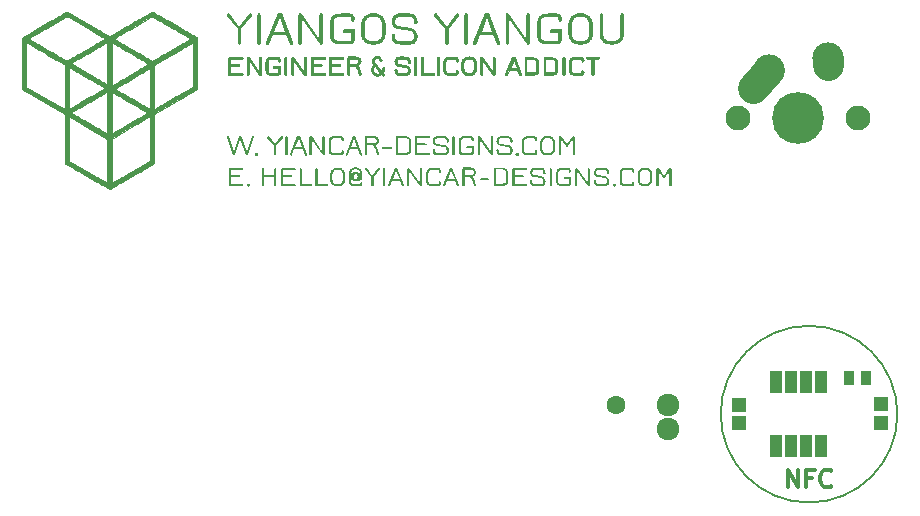
<source format=gts>
G04 #@! TF.FileFunction,Soldermask,Top*
%FSLAX46Y46*%
G04 Gerber Fmt 4.6, Leading zero omitted, Abs format (unit mm)*
G04 Created by KiCad (PCBNEW 4.0.6) date 2018 March 28, Wednesday 01:43:25*
%MOMM*%
%LPD*%
G01*
G04 APERTURE LIST*
%ADD10C,0.100000*%
%ADD11C,0.300000*%
%ADD12C,0.200000*%
%ADD13C,0.003331*%
%ADD14C,0.085028*%
%ADD15C,2.650000*%
%ADD16C,2.650000*%
%ADD17C,4.387800*%
%ADD18C,2.101800*%
%ADD19R,1.150000X1.200000*%
%ADD20R,1.200000X1.200000*%
%ADD21R,0.900000X1.300000*%
%ADD22R,1.000000X1.950000*%
%ADD23C,1.606500*%
%ADD24C,1.924000*%
G04 APERTURE END LIST*
D10*
D11*
X101228572Y-71328571D02*
X101228572Y-69828571D01*
X102085715Y-71328571D01*
X102085715Y-69828571D01*
X103300001Y-70542857D02*
X102800001Y-70542857D01*
X102800001Y-71328571D02*
X102800001Y-69828571D01*
X103514287Y-69828571D01*
X104942858Y-71185714D02*
X104871429Y-71257143D01*
X104657143Y-71328571D01*
X104514286Y-71328571D01*
X104300001Y-71257143D01*
X104157143Y-71114286D01*
X104085715Y-70971429D01*
X104014286Y-70685714D01*
X104014286Y-70471429D01*
X104085715Y-70185714D01*
X104157143Y-70042857D01*
X104300001Y-69900000D01*
X104514286Y-69828571D01*
X104657143Y-69828571D01*
X104871429Y-69900000D01*
X104942858Y-69971429D01*
D12*
X110530809Y-65130808D02*
G75*
G03X110530809Y-65130808I-7480809J0D01*
G01*
D13*
G36*
X43784755Y-46052975D02*
X43703562Y-46018410D01*
X45635637Y-44617375D01*
X47258610Y-43680422D01*
X47258610Y-41793593D01*
X47258598Y-41622499D01*
X47258562Y-41455587D01*
X47258505Y-41293536D01*
X47258426Y-41137026D01*
X47258328Y-40986735D01*
X47258211Y-40843343D01*
X47258077Y-40707528D01*
X47257926Y-40579970D01*
X47257760Y-40461347D01*
X47257580Y-40352339D01*
X47257387Y-40253624D01*
X47257183Y-40165882D01*
X47256968Y-40089791D01*
X47256744Y-40026031D01*
X47256512Y-39975280D01*
X47256273Y-39938218D01*
X47256028Y-39915523D01*
X47255779Y-39907875D01*
X47248873Y-39911855D01*
X47228989Y-39923372D01*
X47196713Y-39942086D01*
X47152635Y-39967656D01*
X47097341Y-39999740D01*
X47031419Y-40037999D01*
X46955457Y-40082090D01*
X46870043Y-40131673D01*
X46775763Y-40186407D01*
X46673207Y-40245951D01*
X46562962Y-40309964D01*
X46445615Y-40378105D01*
X46321755Y-40450033D01*
X46191968Y-40525407D01*
X46056842Y-40603886D01*
X45916966Y-40685130D01*
X45772927Y-40768796D01*
X45625313Y-40854545D01*
X43997607Y-41800102D01*
X43997607Y-43682012D01*
X43997607Y-45563919D01*
X44005121Y-45559104D01*
X44012467Y-45554820D01*
X44032736Y-45543076D01*
X44065341Y-45524212D01*
X44109696Y-45498566D01*
X44165214Y-45466478D01*
X44231306Y-45428287D01*
X44307387Y-45384331D01*
X44392869Y-45334950D01*
X44487165Y-45280483D01*
X44589688Y-45221269D01*
X44699851Y-45157647D01*
X44817066Y-45089956D01*
X44940747Y-45018535D01*
X45070307Y-44943724D01*
X45205158Y-44865861D01*
X45344714Y-44785286D01*
X45488386Y-44702337D01*
X45635590Y-44617354D01*
X45635637Y-44617375D01*
X43703562Y-46018410D01*
X43634517Y-43678686D01*
X43634474Y-41800904D01*
X42023485Y-40869923D01*
X41877332Y-40785463D01*
X41734615Y-40702989D01*
X41595919Y-40622839D01*
X41461829Y-40545352D01*
X41332933Y-40470866D01*
X41209814Y-40399720D01*
X41093061Y-40332253D01*
X40983257Y-40268802D01*
X40880990Y-40209707D01*
X40786845Y-40155306D01*
X40701409Y-40105938D01*
X40625266Y-40061941D01*
X40559002Y-40023654D01*
X40503205Y-39991415D01*
X40458459Y-39965563D01*
X40425351Y-39946436D01*
X40404466Y-39934373D01*
X40396390Y-39929713D01*
X40380277Y-39920484D01*
X40381070Y-41801168D01*
X40381864Y-43681853D01*
X42004001Y-44618849D01*
X42151115Y-44703817D01*
X42294674Y-44786716D01*
X42434092Y-44867207D01*
X42568785Y-44944953D01*
X42698166Y-45019616D01*
X42821649Y-45090859D01*
X42938650Y-45158345D01*
X43048582Y-45221735D01*
X43150860Y-45280693D01*
X43244898Y-45334881D01*
X43330111Y-45383961D01*
X43405914Y-45427596D01*
X43471719Y-45465448D01*
X43526943Y-45497180D01*
X43570999Y-45522454D01*
X43603301Y-45540934D01*
X43623265Y-45552280D01*
X43630305Y-45556156D01*
X43630814Y-45552573D01*
X43631283Y-45541227D01*
X43631715Y-45521353D01*
X43632109Y-45492184D01*
X43632468Y-45452953D01*
X43632792Y-45402894D01*
X43633082Y-45341242D01*
X43633341Y-45267229D01*
X43633569Y-45180090D01*
X43633767Y-45079057D01*
X43633937Y-44963365D01*
X43634079Y-44832248D01*
X43634196Y-44684938D01*
X43634288Y-44520670D01*
X43634356Y-44338677D01*
X43634402Y-44138193D01*
X43634427Y-43918451D01*
X43634432Y-43678686D01*
X43634517Y-43678686D01*
X43703562Y-46018410D01*
X43634477Y-39605536D01*
X43634477Y-37831526D01*
X43616988Y-37841427D01*
X43603722Y-37849024D01*
X43576218Y-37864850D01*
X43535378Y-37888383D01*
X43482100Y-37919103D01*
X43417285Y-37956492D01*
X43341834Y-38000027D01*
X43256646Y-38049191D01*
X43162623Y-38103462D01*
X43060664Y-38162321D01*
X42951670Y-38225247D01*
X42836541Y-38291721D01*
X42716177Y-38361222D01*
X42591478Y-38433231D01*
X42463346Y-38507227D01*
X42332679Y-38582691D01*
X42200379Y-38659103D01*
X42067345Y-38735942D01*
X41934479Y-38812688D01*
X41802679Y-38888822D01*
X41672847Y-38963824D01*
X41545883Y-39037173D01*
X41422687Y-39108350D01*
X41304159Y-39176834D01*
X41191200Y-39242105D01*
X41084709Y-39303644D01*
X40985588Y-39360930D01*
X40894736Y-39413444D01*
X40813054Y-39460665D01*
X40741442Y-39502074D01*
X40680801Y-39537150D01*
X40632030Y-39565373D01*
X40596029Y-39586224D01*
X40573700Y-39599182D01*
X40565943Y-39603728D01*
X40573549Y-39608410D01*
X40596120Y-39621740D01*
X40632722Y-39643179D01*
X40682420Y-39672184D01*
X40744281Y-39708216D01*
X40817372Y-39750734D01*
X40900758Y-39799196D01*
X40993505Y-39853064D01*
X41094681Y-39911794D01*
X41203351Y-39974848D01*
X41318582Y-40041684D01*
X41439439Y-40111761D01*
X41564990Y-40184540D01*
X41694300Y-40259478D01*
X41826435Y-40336036D01*
X41960462Y-40413673D01*
X42095447Y-40491847D01*
X42230457Y-40570020D01*
X42364557Y-40647648D01*
X42496814Y-40724193D01*
X42626294Y-40799113D01*
X42752063Y-40871868D01*
X42873188Y-40941916D01*
X42988735Y-41008718D01*
X43097769Y-41071732D01*
X43199358Y-41130417D01*
X43292568Y-41184234D01*
X43376464Y-41232641D01*
X43450114Y-41275098D01*
X43512583Y-41311064D01*
X43562937Y-41339998D01*
X43600244Y-41361360D01*
X43623568Y-41374608D01*
X43631977Y-41379203D01*
X43632207Y-41371073D01*
X43632431Y-41347127D01*
X43632648Y-41308123D01*
X43632856Y-41254820D01*
X43633055Y-41187976D01*
X43633244Y-41108347D01*
X43633421Y-41016694D01*
X43633586Y-40913773D01*
X43633738Y-40800343D01*
X43633875Y-40677162D01*
X43633997Y-40544987D01*
X43634104Y-40404578D01*
X43634193Y-40256691D01*
X43634263Y-40102086D01*
X43634315Y-39941519D01*
X43634347Y-39775750D01*
X43634358Y-39605536D01*
X43634477Y-39605536D01*
X43703562Y-46018410D01*
X43999123Y-37832162D01*
X43998939Y-37840299D01*
X43998761Y-37864207D01*
X43998590Y-37903130D01*
X43998427Y-37956310D01*
X43998271Y-38022993D01*
X43998125Y-38102422D01*
X43997987Y-38193841D01*
X43997860Y-38296494D01*
X43997743Y-38409624D01*
X43997638Y-38532476D01*
X43997544Y-38664293D01*
X43997464Y-38804320D01*
X43997396Y-38951800D01*
X43997342Y-39105977D01*
X43997303Y-39266095D01*
X43997279Y-39431398D01*
X43997271Y-39601129D01*
X43997271Y-41370098D01*
X44008093Y-41363484D01*
X44016110Y-41358819D01*
X44037627Y-41346354D01*
X44071990Y-41326469D01*
X44118546Y-41299539D01*
X44176641Y-41265942D01*
X44245623Y-41226057D01*
X44324838Y-41180261D01*
X44413634Y-41128930D01*
X44511356Y-41072444D01*
X44617352Y-41011178D01*
X44730969Y-40945512D01*
X44851554Y-40875822D01*
X44978453Y-40802486D01*
X45111013Y-40725882D01*
X45248582Y-40646387D01*
X45390505Y-40564379D01*
X45536130Y-40480235D01*
X45536289Y-40480243D01*
X45681876Y-40396119D01*
X45823687Y-40314169D01*
X45961071Y-40234769D01*
X46093379Y-40158295D01*
X46219962Y-40085122D01*
X46340169Y-40015627D01*
X46453352Y-39950184D01*
X46558861Y-39889169D01*
X46656046Y-39832959D01*
X46744258Y-39781928D01*
X46822847Y-39736453D01*
X46891164Y-39696909D01*
X46948559Y-39663672D01*
X46994382Y-39637117D01*
X47027985Y-39617621D01*
X47048717Y-39605558D01*
X47055928Y-39601306D01*
X47042188Y-39592622D01*
X47001874Y-39568631D01*
X46937834Y-39530994D01*
X46852917Y-39481371D01*
X46749971Y-39421424D01*
X46631844Y-39352814D01*
X46501384Y-39277202D01*
X46361440Y-39196249D01*
X46155677Y-39077334D01*
X45961235Y-38964964D01*
X45777848Y-38858986D01*
X45605250Y-38759245D01*
X45443174Y-38665589D01*
X45291355Y-38577863D01*
X45149526Y-38495914D01*
X45017422Y-38419588D01*
X44894776Y-38348732D01*
X44781322Y-38283192D01*
X44676795Y-38222814D01*
X44580927Y-38167445D01*
X44493454Y-38116931D01*
X44414110Y-38071118D01*
X44342627Y-38029853D01*
X44278740Y-37992983D01*
X44222183Y-37960353D01*
X44172690Y-37931810D01*
X44129995Y-37907200D01*
X44093832Y-37886370D01*
X44063935Y-37869167D01*
X44040037Y-37855435D01*
X44021873Y-37845023D01*
X44009177Y-37837776D01*
X44001682Y-37833540D01*
X43999123Y-37832162D01*
X43703562Y-46018410D01*
X44000759Y-33684545D01*
X44000310Y-33709468D01*
X43999908Y-33743782D01*
X43999551Y-33788470D01*
X43999237Y-33844517D01*
X43998963Y-33912904D01*
X43998726Y-33994617D01*
X43998525Y-34090637D01*
X43998357Y-34201948D01*
X43998219Y-34329535D01*
X43998109Y-34474379D01*
X43998025Y-34637466D01*
X43997963Y-34819777D01*
X43997923Y-35022296D01*
X43997900Y-35246007D01*
X43997893Y-35491893D01*
X43997900Y-35658504D01*
X43997921Y-35821051D01*
X43997957Y-35978873D01*
X43998005Y-36131307D01*
X43998065Y-36277692D01*
X43998138Y-36417367D01*
X43998222Y-36549669D01*
X43998317Y-36673939D01*
X43998422Y-36789512D01*
X43998537Y-36895730D01*
X43998661Y-36991928D01*
X43998794Y-37077447D01*
X43998936Y-37151624D01*
X43999084Y-37213798D01*
X43999240Y-37263307D01*
X43999403Y-37299490D01*
X43999571Y-37321685D01*
X43999745Y-37329230D01*
X44006340Y-37325404D01*
X44025398Y-37314149D01*
X44056354Y-37295800D01*
X44098644Y-37270693D01*
X44151707Y-37239165D01*
X44214976Y-37201549D01*
X44287890Y-37158181D01*
X44369885Y-37109398D01*
X44460396Y-37055534D01*
X44558860Y-36996926D01*
X44664714Y-36933908D01*
X44777394Y-36866816D01*
X44896337Y-36795985D01*
X45020978Y-36721752D01*
X45150754Y-36644451D01*
X45285102Y-36564419D01*
X45423458Y-36481989D01*
X45565258Y-36397499D01*
X45565282Y-36397499D01*
X45707075Y-36313002D01*
X45845408Y-36230552D01*
X45979720Y-36150485D01*
X46109448Y-36073137D01*
X46234027Y-35998845D01*
X46352895Y-35927944D01*
X46465489Y-35860771D01*
X46571246Y-35797661D01*
X46669603Y-35738951D01*
X46759996Y-35684978D01*
X46841864Y-35636076D01*
X46914642Y-35592583D01*
X46977768Y-35554834D01*
X47030679Y-35523166D01*
X47072812Y-35497914D01*
X47103603Y-35479415D01*
X47122489Y-35468005D01*
X47128908Y-35464021D01*
X47100773Y-35446545D01*
X47033145Y-35406971D01*
X47018447Y-35398479D01*
X46992277Y-35383357D01*
X46955198Y-35361930D01*
X46907773Y-35334523D01*
X46850563Y-35301461D01*
X46784130Y-35263069D01*
X46709036Y-35219672D01*
X46625845Y-35171593D01*
X46535116Y-35119159D01*
X46437414Y-35062695D01*
X46333299Y-35002524D01*
X46223334Y-34938972D01*
X46108081Y-34872363D01*
X45988102Y-34803023D01*
X45863960Y-34731276D01*
X45736215Y-34657448D01*
X45605431Y-34581862D01*
X45472170Y-34504844D01*
X45331559Y-34423584D01*
X45194577Y-34344428D01*
X45061851Y-34267740D01*
X44934010Y-34193881D01*
X44811681Y-34123216D01*
X44695494Y-34056105D01*
X44586076Y-33992913D01*
X44484056Y-33934002D01*
X44390061Y-33879735D01*
X44304720Y-33830474D01*
X44228662Y-33786581D01*
X44162514Y-33748421D01*
X44106904Y-33716355D01*
X44062462Y-33690746D01*
X44029814Y-33671956D01*
X44009590Y-33660350D01*
X44002417Y-33656288D01*
X44001810Y-33658938D01*
X44001259Y-33668029D01*
X44000759Y-33684545D01*
X43703562Y-46018410D01*
X43634805Y-35225725D01*
X43634772Y-35038615D01*
X43634717Y-34862751D01*
X43634640Y-34698247D01*
X43634541Y-34545216D01*
X43634420Y-34403774D01*
X43634277Y-34274033D01*
X43634113Y-34156107D01*
X43633926Y-34050111D01*
X43633717Y-33956159D01*
X43633486Y-33874364D01*
X43633234Y-33804840D01*
X43632959Y-33747701D01*
X43632662Y-33703062D01*
X43632344Y-33671035D01*
X43632003Y-33651736D01*
X43631641Y-33645278D01*
X43623722Y-33649731D01*
X43601000Y-33662739D01*
X43564394Y-33683768D01*
X43514825Y-33712289D01*
X43453212Y-33747770D01*
X43380475Y-33789680D01*
X43297535Y-33837488D01*
X43205311Y-33890663D01*
X43104724Y-33948673D01*
X42996693Y-34010989D01*
X42882138Y-34077077D01*
X42761979Y-34146408D01*
X42637137Y-34218451D01*
X42508531Y-34292673D01*
X42377082Y-34368545D01*
X42243709Y-34445534D01*
X42109332Y-34523111D01*
X41974872Y-34600743D01*
X41841247Y-34677900D01*
X41709379Y-34754050D01*
X41580188Y-34828663D01*
X41454592Y-34901207D01*
X41333513Y-34971152D01*
X41217870Y-35037966D01*
X41108583Y-35101117D01*
X41006573Y-35160076D01*
X40912759Y-35214310D01*
X40828061Y-35263289D01*
X40753399Y-35306482D01*
X40689694Y-35343357D01*
X40637865Y-35373383D01*
X40598831Y-35396030D01*
X40573515Y-35410766D01*
X40562834Y-35417060D01*
X40553521Y-35422839D01*
X42093377Y-36312740D01*
X42241129Y-36398126D01*
X42385033Y-36481284D01*
X42524431Y-36561834D01*
X42658664Y-36639395D01*
X42787074Y-36713587D01*
X42909003Y-36784029D01*
X43023790Y-36850342D01*
X43130779Y-36912145D01*
X43229311Y-36969057D01*
X43318726Y-37020698D01*
X43398366Y-37066688D01*
X43467574Y-37106647D01*
X43525690Y-37140193D01*
X43572055Y-37166947D01*
X43606012Y-37186528D01*
X43626901Y-37198556D01*
X43634064Y-37202650D01*
X43634114Y-37194468D01*
X43634167Y-37170429D01*
X43634225Y-37131293D01*
X43634285Y-37077820D01*
X43634346Y-37010771D01*
X43634408Y-36930906D01*
X43634470Y-36838986D01*
X43634531Y-36735769D01*
X43634589Y-36622018D01*
X43634644Y-36498491D01*
X43634695Y-36365950D01*
X43634741Y-36225154D01*
X43634780Y-36076864D01*
X43634813Y-35921840D01*
X43634837Y-35760842D01*
X43634853Y-35594631D01*
X43634858Y-35423967D01*
X43634816Y-35423967D01*
X43634805Y-35225725D01*
X43703562Y-46018410D01*
X43695162Y-46013516D01*
X43675287Y-46001993D01*
X43644410Y-45984116D01*
X43603007Y-45960159D01*
X43551552Y-45930396D01*
X43490519Y-45895102D01*
X43420384Y-45854550D01*
X43341620Y-45809015D01*
X43254702Y-45758771D01*
X43160105Y-45704093D01*
X43058302Y-45645254D01*
X42949769Y-45582530D01*
X42834980Y-45516193D01*
X42714410Y-45446519D01*
X42588532Y-45373781D01*
X42457822Y-45298255D01*
X42322754Y-45220213D01*
X42183802Y-45139931D01*
X42041441Y-45057683D01*
X41896146Y-44973742D01*
X41750877Y-44889811D01*
X41608595Y-44807593D01*
X41469771Y-44727359D01*
X41334879Y-44649384D01*
X41204389Y-44573941D01*
X41078776Y-44501304D01*
X40958511Y-44431745D01*
X40844066Y-44365540D01*
X40735914Y-44302959D01*
X40634527Y-44244279D01*
X40540378Y-44189771D01*
X40453939Y-44139709D01*
X40375682Y-44094366D01*
X40029164Y-39300833D01*
X40029958Y-37422041D01*
X40030082Y-37131605D01*
X40030185Y-36872731D01*
X40030263Y-36643596D01*
X40030309Y-36442375D01*
X40030318Y-36267243D01*
X40030283Y-36116376D01*
X40030200Y-35987948D01*
X40030063Y-35880135D01*
X40029865Y-35791113D01*
X40029602Y-35719056D01*
X40029268Y-35662140D01*
X40028856Y-35618541D01*
X40028362Y-35586433D01*
X40027780Y-35563992D01*
X40027104Y-35549393D01*
X40026328Y-35540812D01*
X40025447Y-35536423D01*
X40024454Y-35534403D01*
X40024531Y-35534403D01*
X40018671Y-35530464D01*
X40002508Y-35520601D01*
X39976106Y-35504851D01*
X39939528Y-35483251D01*
X39892835Y-35455837D01*
X39836092Y-35422645D01*
X39769362Y-35383712D01*
X39692707Y-35339075D01*
X39606190Y-35288770D01*
X39509874Y-35232834D01*
X39403823Y-35171304D01*
X39288099Y-35104215D01*
X39162764Y-35031605D01*
X39027883Y-34953510D01*
X38883519Y-34869966D01*
X38729733Y-34781010D01*
X38566589Y-34686680D01*
X38394150Y-34587010D01*
X38246859Y-34501894D01*
X38103119Y-34418838D01*
X37963518Y-34338182D01*
X37828641Y-34260263D01*
X37699076Y-34185421D01*
X37575410Y-34113993D01*
X37458228Y-34046320D01*
X37348118Y-33982739D01*
X37245667Y-33923589D01*
X37151460Y-33869208D01*
X37066084Y-33819936D01*
X36990127Y-33776111D01*
X36924174Y-33738072D01*
X36868812Y-33706157D01*
X36824629Y-33680705D01*
X36792210Y-33662055D01*
X36772142Y-33650545D01*
X36765013Y-33646514D01*
X36764291Y-33648276D01*
X36763640Y-33655040D01*
X36763057Y-33668138D01*
X36762538Y-33688899D01*
X36762079Y-33718654D01*
X36761678Y-33758734D01*
X36761330Y-33810469D01*
X36761033Y-33875190D01*
X36760783Y-33954228D01*
X36760576Y-34048913D01*
X36760408Y-34160576D01*
X36760278Y-34290547D01*
X36760180Y-34440157D01*
X36760112Y-34610737D01*
X36760069Y-34803617D01*
X36760050Y-35020128D01*
X36760050Y-35261600D01*
X36760065Y-35529364D01*
X36760218Y-37414166D01*
X38394690Y-38357500D01*
X40029164Y-39300833D01*
X40375682Y-44094366D01*
X40025055Y-35108274D01*
X40084354Y-35142339D01*
X40132008Y-35169660D01*
X40167184Y-35189756D01*
X40189050Y-35202148D01*
X40196772Y-35206353D01*
X40203818Y-35202457D01*
X40223773Y-35191100D01*
X40256050Y-35172618D01*
X40300067Y-35147350D01*
X40355236Y-35115633D01*
X40420974Y-35077802D01*
X40496696Y-35034197D01*
X40581816Y-34985153D01*
X40675749Y-34931009D01*
X40777912Y-34872101D01*
X40887717Y-34808767D01*
X41004582Y-34741344D01*
X41127920Y-34670168D01*
X41257147Y-34595578D01*
X41391678Y-34517910D01*
X41530927Y-34437502D01*
X41674310Y-34354691D01*
X41821242Y-34269813D01*
X41821235Y-34269813D01*
X41968147Y-34184927D01*
X42111469Y-34102090D01*
X42250619Y-34021640D01*
X42385013Y-33943914D01*
X42514068Y-33869252D01*
X42637202Y-33797991D01*
X42753830Y-33730468D01*
X42863370Y-33667023D01*
X42965239Y-33607992D01*
X43058853Y-33553714D01*
X43143630Y-33504528D01*
X43218987Y-33460770D01*
X43284339Y-33422779D01*
X43339105Y-33390893D01*
X43382701Y-33365449D01*
X43414544Y-33346787D01*
X43434051Y-33335243D01*
X43440638Y-33331157D01*
X43433938Y-33327071D01*
X43414317Y-33315532D01*
X43382357Y-33296878D01*
X43338644Y-33271447D01*
X43283761Y-33239576D01*
X43218293Y-33201604D01*
X43142823Y-33157868D01*
X43057936Y-33108705D01*
X42964216Y-33054455D01*
X42862247Y-32995454D01*
X42752613Y-32932040D01*
X42635898Y-32864552D01*
X42512687Y-32793326D01*
X42383563Y-32718701D01*
X42249110Y-32641015D01*
X42109913Y-32560605D01*
X41966556Y-32477809D01*
X41819623Y-32392965D01*
X40199333Y-31457452D01*
X40188803Y-31462998D01*
X40179206Y-31468423D01*
X40155714Y-31481882D01*
X40119150Y-31502900D01*
X40070334Y-31531003D01*
X40010087Y-31565716D01*
X39939231Y-31606566D01*
X39858587Y-31653077D01*
X39768976Y-31704775D01*
X39671219Y-31761186D01*
X39566137Y-31821835D01*
X39454552Y-31886249D01*
X39337284Y-31953952D01*
X39215155Y-32024470D01*
X39088987Y-32097329D01*
X38959599Y-32172055D01*
X38827814Y-32248172D01*
X38694452Y-32325207D01*
X38560336Y-32402685D01*
X38426285Y-32480132D01*
X38293121Y-32557074D01*
X38161665Y-32633035D01*
X38032739Y-32707542D01*
X37907163Y-32780119D01*
X37785759Y-32850294D01*
X37669348Y-32917591D01*
X37558751Y-32981536D01*
X37454789Y-33041654D01*
X37358284Y-33097472D01*
X37270057Y-33148514D01*
X37190928Y-33194306D01*
X37121719Y-33234375D01*
X37063252Y-33268245D01*
X37016346Y-33295442D01*
X36981824Y-33315491D01*
X36960507Y-33327919D01*
X36953216Y-33332251D01*
X36960566Y-33336754D01*
X36982081Y-33349427D01*
X37016927Y-33369788D01*
X37064272Y-33397356D01*
X37123284Y-33431651D01*
X37193129Y-33472190D01*
X37272976Y-33518494D01*
X37361992Y-33570081D01*
X37459344Y-33626469D01*
X37564200Y-33687179D01*
X37675727Y-33751728D01*
X37793092Y-33819637D01*
X37915463Y-33890423D01*
X38042008Y-33963605D01*
X38171894Y-34038704D01*
X38304288Y-34115237D01*
X38438358Y-34192724D01*
X38573271Y-34270683D01*
X38708194Y-34348634D01*
X38842296Y-34426095D01*
X38974743Y-34502585D01*
X39104703Y-34577624D01*
X39231344Y-34650730D01*
X39353832Y-34721422D01*
X39471336Y-34789220D01*
X39583022Y-34853641D01*
X39688059Y-34914206D01*
X39785613Y-34970433D01*
X39874852Y-35021840D01*
X39954944Y-35067948D01*
X40025055Y-35108274D01*
X40375682Y-44094366D01*
X40306080Y-44054017D01*
X40395614Y-35858494D01*
X40395231Y-35910454D01*
X40394911Y-35976985D01*
X40394648Y-36059830D01*
X40394437Y-36160733D01*
X40394272Y-36281434D01*
X40394148Y-36423677D01*
X40394059Y-36589205D01*
X40394000Y-36779760D01*
X40393964Y-36997084D01*
X40393947Y-37242920D01*
X40393942Y-37519011D01*
X40393956Y-37689468D01*
X40393995Y-37855248D01*
X40394060Y-38015621D01*
X40394147Y-38169855D01*
X40394256Y-38317221D01*
X40394386Y-38456987D01*
X40394534Y-38588423D01*
X40394700Y-38710798D01*
X40394882Y-38823382D01*
X40395079Y-38925445D01*
X40395289Y-39016255D01*
X40395510Y-39095082D01*
X40395743Y-39161195D01*
X40395984Y-39213864D01*
X40396233Y-39252359D01*
X40396487Y-39275948D01*
X40396747Y-39283901D01*
X40404002Y-39279742D01*
X40424863Y-39267731D01*
X40458676Y-39248246D01*
X40504786Y-39221663D01*
X40562539Y-39188360D01*
X40631282Y-39148713D01*
X40710359Y-39103100D01*
X40799115Y-39051898D01*
X40896898Y-38995483D01*
X41003052Y-38934233D01*
X41116922Y-38868526D01*
X41237856Y-38798737D01*
X41365197Y-38725244D01*
X41498292Y-38648424D01*
X41636487Y-38568654D01*
X41779127Y-38486311D01*
X41925557Y-38401773D01*
X41925610Y-38401773D01*
X42072025Y-38317232D01*
X42214620Y-38234882D01*
X42352741Y-38155100D01*
X42485737Y-38078264D01*
X42612956Y-38004750D01*
X42733745Y-37934936D01*
X42847453Y-37869200D01*
X42953426Y-37807918D01*
X43051013Y-37751468D01*
X43139561Y-37700227D01*
X43218418Y-37654572D01*
X43286933Y-37614882D01*
X43344452Y-37581532D01*
X43390323Y-37554901D01*
X43423895Y-37535365D01*
X43444515Y-37523303D01*
X43451531Y-37519090D01*
X43443785Y-37514462D01*
X43421173Y-37501251D01*
X43384625Y-37479994D01*
X43335066Y-37451227D01*
X43273426Y-37415486D01*
X43200631Y-37373307D01*
X43117608Y-37325227D01*
X43025287Y-37271780D01*
X42924593Y-37213505D01*
X42816455Y-37150936D01*
X42701800Y-37084610D01*
X42581557Y-37015063D01*
X42456651Y-36942830D01*
X42328012Y-36868449D01*
X42196566Y-36792455D01*
X42063241Y-36715384D01*
X41928965Y-36637773D01*
X41794666Y-36560157D01*
X41661270Y-36483073D01*
X41529706Y-36407056D01*
X41400900Y-36332644D01*
X41275782Y-36260371D01*
X41155277Y-36190775D01*
X41040314Y-36124390D01*
X40931821Y-36061754D01*
X40830725Y-36003402D01*
X40737953Y-35949871D01*
X40654433Y-35901697D01*
X40581093Y-35859415D01*
X40518860Y-35823562D01*
X40468661Y-35794674D01*
X40431426Y-35773287D01*
X40408080Y-35759938D01*
X40399552Y-35755161D01*
X40398673Y-35756284D01*
X40397890Y-35761523D01*
X40397199Y-35772621D01*
X40396593Y-35791321D01*
X40396066Y-35819364D01*
X40395614Y-35858494D01*
X40306080Y-44054017D01*
X40245605Y-44018934D01*
X40194729Y-43989391D01*
X40153925Y-43965661D01*
X40123665Y-43948018D01*
X40104422Y-43936735D01*
X40096667Y-43932086D01*
X40054170Y-43892329D01*
X40025328Y-43839431D01*
X40024480Y-43836380D01*
X40023712Y-43831121D01*
X40023018Y-43822257D01*
X40022393Y-43808391D01*
X40021831Y-43788126D01*
X40021329Y-43760064D01*
X40020880Y-43722808D01*
X40020479Y-43674962D01*
X40020121Y-43615127D01*
X40019801Y-43541908D01*
X40019514Y-43453905D01*
X40019254Y-43349724D01*
X40019017Y-43227965D01*
X40018797Y-43087233D01*
X40018589Y-42926130D01*
X40018388Y-42743258D01*
X40018189Y-42537221D01*
X40017986Y-42306621D01*
X40017774Y-42050062D01*
X40017549Y-41766146D01*
X40015697Y-39709512D01*
X47249291Y-35824226D01*
X47240605Y-35829267D01*
X47216749Y-35843395D01*
X47178703Y-35866025D01*
X47127448Y-35896570D01*
X47063964Y-35934444D01*
X46989231Y-35979058D01*
X46904229Y-36029828D01*
X46809938Y-36086167D01*
X46707340Y-36147487D01*
X46597413Y-36213202D01*
X46481138Y-36282727D01*
X46359496Y-36355473D01*
X46233466Y-36430855D01*
X46104029Y-36508285D01*
X45972165Y-36587178D01*
X45838855Y-36666947D01*
X45705078Y-36747005D01*
X45571815Y-36826765D01*
X45440045Y-36905641D01*
X45310750Y-36983046D01*
X45184909Y-37058394D01*
X45063503Y-37131099D01*
X44947512Y-37200572D01*
X44837915Y-37266229D01*
X44735694Y-37327482D01*
X44641829Y-37383744D01*
X44557299Y-37434430D01*
X44483085Y-37478952D01*
X44420167Y-37516724D01*
X44369526Y-37547159D01*
X44332141Y-37569671D01*
X44308994Y-37583674D01*
X44301063Y-37588579D01*
X44309009Y-37593407D01*
X44332179Y-37607014D01*
X44369592Y-37628833D01*
X44420267Y-37658298D01*
X44483222Y-37694840D01*
X44557477Y-37737894D01*
X44642049Y-37786894D01*
X44735959Y-37841271D01*
X44838224Y-37900459D01*
X44947863Y-37963892D01*
X45063895Y-38031003D01*
X45185339Y-38101225D01*
X45311213Y-38173991D01*
X45440537Y-38248735D01*
X45572328Y-38324889D01*
X45705607Y-38401887D01*
X45839391Y-38479162D01*
X45972700Y-38556148D01*
X46104551Y-38632277D01*
X46233964Y-38706983D01*
X46359958Y-38779698D01*
X46481551Y-38849857D01*
X46597763Y-38916893D01*
X46707611Y-38980238D01*
X46810115Y-39039326D01*
X46904293Y-39093590D01*
X46989164Y-39142464D01*
X47063747Y-39185380D01*
X47127061Y-39221772D01*
X47178124Y-39251073D01*
X47215955Y-39272716D01*
X47239574Y-39286134D01*
X47247997Y-39290761D01*
X47248535Y-39287053D01*
X47249029Y-39275258D01*
X47249480Y-39254536D01*
X47249890Y-39224049D01*
X47250260Y-39182956D01*
X47250592Y-39130418D01*
X47250887Y-39065597D01*
X47251148Y-38987652D01*
X47251374Y-38895744D01*
X47251568Y-38789035D01*
X47251732Y-38666685D01*
X47251866Y-38527854D01*
X47251973Y-38371703D01*
X47252053Y-38197394D01*
X47252109Y-38004085D01*
X47252141Y-37790939D01*
X47252151Y-37557116D01*
X47252122Y-37557116D01*
X47252109Y-37388247D01*
X47252069Y-37224334D01*
X47252005Y-37066059D01*
X47251917Y-36914104D01*
X47251808Y-36769151D01*
X47251678Y-36631883D01*
X47251529Y-36502982D01*
X47251362Y-36383129D01*
X47251179Y-36273008D01*
X47250981Y-36173300D01*
X47250769Y-36084688D01*
X47250545Y-36007854D01*
X47250310Y-35943480D01*
X47250066Y-35892248D01*
X47249814Y-35854840D01*
X47249555Y-35831939D01*
X47249291Y-35824226D01*
X40015697Y-39709512D01*
X50872739Y-33657938D01*
X50860251Y-33665246D01*
X50852479Y-33669877D01*
X50831848Y-33682195D01*
X50798944Y-33701851D01*
X50754354Y-33728494D01*
X50698663Y-33761773D01*
X50632460Y-33801338D01*
X50556329Y-33846838D01*
X50470858Y-33897922D01*
X50376633Y-33954240D01*
X50274240Y-34015442D01*
X50164267Y-34081177D01*
X50047298Y-34151095D01*
X49923922Y-34224844D01*
X49794724Y-34302074D01*
X49660291Y-34382435D01*
X49521210Y-34465576D01*
X49378066Y-34551147D01*
X49231446Y-34638796D01*
X47615139Y-35605040D01*
X47615139Y-37448079D01*
X47615146Y-37615207D01*
X47615168Y-37778258D01*
X47615203Y-37936570D01*
X47615253Y-38089477D01*
X47615317Y-38236316D01*
X47615393Y-38376424D01*
X47615483Y-38509138D01*
X47615586Y-38633792D01*
X47615701Y-38749725D01*
X47615828Y-38856272D01*
X47615967Y-38952769D01*
X47616119Y-39038553D01*
X47616281Y-39112960D01*
X47616455Y-39175327D01*
X47616639Y-39224990D01*
X47616834Y-39261285D01*
X47617040Y-39283548D01*
X47617255Y-39291117D01*
X47624946Y-39286790D01*
X47647125Y-39274095D01*
X47683053Y-39253459D01*
X47731986Y-39225309D01*
X47793184Y-39190074D01*
X47865905Y-39148181D01*
X47949406Y-39100057D01*
X48042947Y-39046130D01*
X48145786Y-38986827D01*
X48257181Y-38922577D01*
X48376389Y-38853806D01*
X48502671Y-38780943D01*
X48635283Y-38704415D01*
X48773485Y-38624649D01*
X48916535Y-38542074D01*
X49063690Y-38457116D01*
X49063613Y-38457115D01*
X49195344Y-38381056D01*
X49325328Y-38306007D01*
X49452978Y-38232304D01*
X49577710Y-38160287D01*
X49698938Y-38090293D01*
X49816076Y-38022659D01*
X49928538Y-37957726D01*
X50035741Y-37895829D01*
X50137097Y-37837308D01*
X50232021Y-37782500D01*
X50319928Y-37731743D01*
X50400233Y-37685376D01*
X50472350Y-37643737D01*
X50535692Y-37607163D01*
X50589676Y-37575993D01*
X50633715Y-37550565D01*
X50667225Y-37531216D01*
X50689618Y-37518286D01*
X50871151Y-37413458D01*
X50871945Y-35535698D01*
X50872739Y-33657938D01*
X40015697Y-39709512D01*
X38251997Y-38688132D01*
X38017551Y-38552368D01*
X37804515Y-38429003D01*
X37611854Y-38317424D01*
X37438531Y-38217018D01*
X37283511Y-38127170D01*
X37145756Y-38047267D01*
X37024231Y-37976695D01*
X36917900Y-37914840D01*
X36825727Y-37861089D01*
X36746675Y-37814827D01*
X36679708Y-37775440D01*
X36623790Y-37742316D01*
X36577885Y-37714839D01*
X36540957Y-37692397D01*
X36511969Y-37674375D01*
X36489886Y-37660160D01*
X36473671Y-37649138D01*
X36462288Y-37640695D01*
X36454700Y-37634218D01*
X36449873Y-37629092D01*
X36446768Y-37624703D01*
X36444352Y-37620438D01*
X36441586Y-37615684D01*
X36423568Y-37577379D01*
X36414995Y-37554064D01*
X36412614Y-35448949D01*
X36412427Y-35284998D01*
X36412244Y-35124271D01*
X36412066Y-34967249D01*
X36411892Y-34814415D01*
X36411725Y-34666250D01*
X36411563Y-34523236D01*
X36411409Y-34385855D01*
X36411261Y-34254590D01*
X36411121Y-34129921D01*
X36410990Y-34012330D01*
X36410867Y-33902300D01*
X36410754Y-33800313D01*
X36410650Y-33706850D01*
X36410556Y-33622393D01*
X36410474Y-33547425D01*
X36410402Y-33482426D01*
X36410343Y-33427879D01*
X36410295Y-33384266D01*
X36410261Y-33352068D01*
X36410240Y-33331768D01*
X36410233Y-33323848D01*
X36435077Y-33240576D01*
X36472042Y-33196145D01*
X36522146Y-33166043D01*
X36529949Y-33161836D01*
X36549287Y-33150956D01*
X36579686Y-33133676D01*
X36620671Y-33110269D01*
X36671768Y-33081009D01*
X36732503Y-33046168D01*
X36802402Y-33006020D01*
X36880989Y-32960838D01*
X36967790Y-32910895D01*
X37062333Y-32856465D01*
X37164140Y-32797819D01*
X37272740Y-32735233D01*
X37387657Y-32668978D01*
X37508416Y-32599328D01*
X37634544Y-32526555D01*
X37765566Y-32450935D01*
X37901008Y-32372738D01*
X38040395Y-32292239D01*
X38183253Y-32209711D01*
X38329108Y-32125426D01*
X38474952Y-32041140D01*
X38617778Y-31958609D01*
X38757113Y-31878105D01*
X38892482Y-31799902D01*
X39023413Y-31724272D01*
X39149431Y-31651490D01*
X39270064Y-31581828D01*
X39384838Y-31515560D01*
X39493279Y-31452959D01*
X39594915Y-31394298D01*
X39689271Y-31339850D01*
X39775874Y-31289889D01*
X39854251Y-31244688D01*
X44211834Y-33322177D01*
X44192146Y-33333737D01*
X44185400Y-33337829D01*
X44217392Y-33358514D01*
X44295258Y-33404475D01*
X44311489Y-33413854D01*
X44339492Y-33430038D01*
X44378685Y-33452689D01*
X44428486Y-33481472D01*
X44488311Y-33516049D01*
X44557578Y-33556084D01*
X44635705Y-33601241D01*
X44722109Y-33651181D01*
X44816207Y-33705569D01*
X44917417Y-33764068D01*
X45025156Y-33826342D01*
X45138841Y-33892052D01*
X45257891Y-33960864D01*
X45381722Y-34032439D01*
X45509751Y-34106441D01*
X45641397Y-34182534D01*
X45776076Y-34260381D01*
X45913206Y-34339644D01*
X46065809Y-34427831D01*
X46212759Y-34512711D01*
X46353595Y-34594020D01*
X46487860Y-34671493D01*
X46615092Y-34744868D01*
X46734834Y-34813879D01*
X46846625Y-34878263D01*
X46950006Y-34937755D01*
X47044517Y-34992092D01*
X47129700Y-35041009D01*
X47205095Y-35084242D01*
X47270242Y-35121527D01*
X47324682Y-35152599D01*
X47367955Y-35177195D01*
X47399603Y-35195051D01*
X47419166Y-35205902D01*
X47426184Y-35209485D01*
X47433397Y-35205523D01*
X47453585Y-35194108D01*
X47486161Y-35175577D01*
X47530534Y-35150268D01*
X47586117Y-35118518D01*
X47652321Y-35080664D01*
X47728557Y-35037044D01*
X47814237Y-34987993D01*
X47908772Y-34933851D01*
X48011573Y-34874954D01*
X48122053Y-34811638D01*
X48239621Y-34744242D01*
X48363690Y-34673103D01*
X48493671Y-34598557D01*
X48628976Y-34520943D01*
X48769015Y-34440596D01*
X48913201Y-34357855D01*
X49060944Y-34273057D01*
X49060915Y-34273053D01*
X49208630Y-34188257D01*
X49352735Y-34105523D01*
X49492642Y-34025189D01*
X49627766Y-33947590D01*
X49757520Y-33873065D01*
X49881319Y-33801949D01*
X49998575Y-33734581D01*
X50108703Y-33671296D01*
X50211116Y-33612433D01*
X50305229Y-33558328D01*
X50390455Y-33509317D01*
X50466208Y-33465739D01*
X50531901Y-33427929D01*
X50586948Y-33396226D01*
X50630764Y-33370965D01*
X50662761Y-33352484D01*
X50682354Y-33341120D01*
X50688957Y-33337210D01*
X50659826Y-33320391D01*
X50584749Y-33277038D01*
X50479814Y-33216539D01*
X50420855Y-33182580D01*
X50353223Y-33143621D01*
X50277559Y-33100032D01*
X50194504Y-33052182D01*
X50104698Y-33000440D01*
X50008783Y-32945175D01*
X49907398Y-32886757D01*
X49801185Y-32825555D01*
X49690783Y-32761938D01*
X49576834Y-32696275D01*
X49459979Y-32628935D01*
X49340857Y-32560289D01*
X49220109Y-32490704D01*
X49098377Y-32420550D01*
X48976300Y-32350196D01*
X48854520Y-32280012D01*
X48733677Y-32210366D01*
X48614411Y-32141629D01*
X48497364Y-32074169D01*
X48383175Y-32008355D01*
X48272486Y-31944557D01*
X48165938Y-31883143D01*
X48064169Y-31824484D01*
X47967823Y-31768947D01*
X47877538Y-31716904D01*
X47793956Y-31668722D01*
X47717717Y-31624770D01*
X47649463Y-31585419D01*
X47589832Y-31551038D01*
X47539467Y-31521994D01*
X47499008Y-31498659D01*
X47469095Y-31481401D01*
X47450370Y-31470588D01*
X47443472Y-31466591D01*
X47433259Y-31460403D01*
X45809762Y-32397778D01*
X45662539Y-32482791D01*
X45518899Y-32565751D01*
X45379429Y-32646322D01*
X45244713Y-32724163D01*
X45115336Y-32798936D01*
X44991882Y-32870304D01*
X44874937Y-32937927D01*
X44765086Y-33001467D01*
X44662913Y-33060585D01*
X44569004Y-33114943D01*
X44483943Y-33164203D01*
X44408315Y-33208026D01*
X44342706Y-33246073D01*
X44287699Y-33278006D01*
X44243880Y-33303487D01*
X44211834Y-33322177D01*
X39854251Y-31244688D01*
X39923928Y-31204519D01*
X39984432Y-31169657D01*
X40035289Y-31140375D01*
X40076025Y-31116945D01*
X40106169Y-31099642D01*
X40125245Y-31088738D01*
X40132780Y-31084506D01*
X40200726Y-31066173D01*
X40268948Y-31074584D01*
X40275575Y-31077911D01*
X40290797Y-31086260D01*
X40314623Y-31099638D01*
X40347063Y-31118049D01*
X40388128Y-31141500D01*
X40437827Y-31169997D01*
X40496171Y-31203545D01*
X40563170Y-31242151D01*
X40638833Y-31285819D01*
X40723171Y-31334555D01*
X40816193Y-31388367D01*
X40917911Y-31447258D01*
X41028333Y-31511236D01*
X41147470Y-31580305D01*
X41275333Y-31654472D01*
X41411930Y-31733743D01*
X41557272Y-31818122D01*
X41711370Y-31907617D01*
X41874233Y-32002232D01*
X42045871Y-32101974D01*
X42189183Y-32185265D01*
X42329449Y-32266784D01*
X42466208Y-32346262D01*
X42598996Y-32423430D01*
X42727352Y-32498021D01*
X42850814Y-32569765D01*
X42968919Y-32638395D01*
X43081205Y-32703641D01*
X43187210Y-32765235D01*
X43286473Y-32822908D01*
X43378529Y-32876392D01*
X43462919Y-32925419D01*
X43539179Y-32969720D01*
X43606847Y-33009026D01*
X43665460Y-33043069D01*
X43714558Y-33071581D01*
X43753677Y-33094292D01*
X43782356Y-33110934D01*
X43800132Y-33121239D01*
X43806544Y-33124939D01*
X43827568Y-33119170D01*
X43901473Y-33077729D01*
X44039944Y-32997568D01*
X44178008Y-32917660D01*
X44315486Y-32838107D01*
X44452202Y-32759013D01*
X44587977Y-32680479D01*
X44722633Y-32602609D01*
X44855993Y-32525505D01*
X44987879Y-32449269D01*
X45118113Y-32374003D01*
X45246517Y-32299811D01*
X45372913Y-32226795D01*
X45497124Y-32155057D01*
X45618971Y-32084700D01*
X45738278Y-32015827D01*
X45854865Y-31948539D01*
X45968556Y-31882939D01*
X46079172Y-31819130D01*
X46186535Y-31757215D01*
X46290469Y-31697296D01*
X46390794Y-31639474D01*
X46487333Y-31583854D01*
X46579909Y-31530537D01*
X46668343Y-31479626D01*
X46752457Y-31431223D01*
X46832075Y-31385431D01*
X46907017Y-31342353D01*
X46977107Y-31302090D01*
X47042165Y-31264746D01*
X47102015Y-31230422D01*
X47156479Y-31199222D01*
X47205379Y-31171248D01*
X47248537Y-31146602D01*
X47285774Y-31125387D01*
X47316915Y-31107706D01*
X47341779Y-31093660D01*
X47360191Y-31083353D01*
X47371971Y-31076887D01*
X47376942Y-31074364D01*
X47430237Y-31066146D01*
X47523503Y-31090202D01*
X47531289Y-31094623D01*
X47550485Y-31105641D01*
X47580622Y-31122983D01*
X47621229Y-31146379D01*
X47671838Y-31175558D01*
X47731979Y-31210249D01*
X47801182Y-31250180D01*
X47878979Y-31295081D01*
X47964900Y-31344681D01*
X48058474Y-31398708D01*
X48159234Y-31456891D01*
X48266709Y-31518960D01*
X48380430Y-31584642D01*
X48499928Y-31653668D01*
X48624733Y-31725766D01*
X48754375Y-31800665D01*
X48888386Y-31878095D01*
X49026295Y-31957782D01*
X49167634Y-32039458D01*
X49311933Y-32122851D01*
X49456188Y-32206216D01*
X49597398Y-32287811D01*
X49735098Y-32367366D01*
X49868821Y-32444614D01*
X49998101Y-32519285D01*
X50122473Y-32591110D01*
X50241470Y-32659820D01*
X50354627Y-32725147D01*
X50461477Y-32786821D01*
X50561553Y-32844573D01*
X50654392Y-32898136D01*
X50739525Y-32947239D01*
X50816487Y-32991613D01*
X50884813Y-33030991D01*
X50944035Y-33065103D01*
X50993689Y-33093680D01*
X51033307Y-33116453D01*
X51062425Y-33133153D01*
X51080575Y-33143512D01*
X51087292Y-33147260D01*
X51121519Y-33158719D01*
X51198479Y-33207561D01*
X51242550Y-33288871D01*
X51240168Y-33378805D01*
X51239377Y-33382320D01*
X51238657Y-33388540D01*
X51238005Y-33398782D01*
X51237415Y-33414368D01*
X51236883Y-33436617D01*
X51236404Y-33466848D01*
X51235973Y-33506381D01*
X51235585Y-33556536D01*
X51235236Y-33618633D01*
X51234920Y-33693991D01*
X51234633Y-33783930D01*
X51234370Y-33889769D01*
X51234126Y-34012828D01*
X51233896Y-34154428D01*
X51233676Y-34315887D01*
X51233460Y-34498526D01*
X51233245Y-34703663D01*
X51233024Y-34932619D01*
X51232793Y-35186714D01*
X51232548Y-35467266D01*
X51230696Y-37537408D01*
X51223261Y-37559299D01*
X51170004Y-37639001D01*
X51164918Y-37642706D01*
X51154147Y-37649637D01*
X51137161Y-37660102D01*
X51113428Y-37674412D01*
X51082417Y-37692874D01*
X51043595Y-37715798D01*
X50996432Y-37743493D01*
X50940395Y-37776267D01*
X50874955Y-37814430D01*
X50799579Y-37858290D01*
X50713736Y-37908157D01*
X50616894Y-37964340D01*
X50508522Y-38027147D01*
X50388088Y-38096887D01*
X50255062Y-38173870D01*
X50108911Y-38258405D01*
X49949105Y-38350799D01*
X49775111Y-38451363D01*
X49586399Y-38560405D01*
X49382436Y-38678235D01*
X47615088Y-39699148D01*
X47615051Y-41754520D01*
X47615039Y-41964926D01*
X47615011Y-42163104D01*
X47614968Y-42349219D01*
X47614909Y-42523439D01*
X47614833Y-42685931D01*
X47614740Y-42836862D01*
X47614630Y-42976400D01*
X47614502Y-43104712D01*
X47614357Y-43221965D01*
X47614193Y-43328325D01*
X47614010Y-43423961D01*
X47613808Y-43509040D01*
X47613586Y-43583728D01*
X47613344Y-43648193D01*
X47613082Y-43702601D01*
X47612799Y-43747121D01*
X47612496Y-43781920D01*
X47612170Y-43807164D01*
X47611823Y-43823021D01*
X47611453Y-43829657D01*
X47583179Y-43896504D01*
X47531202Y-43948802D01*
X47523787Y-43953168D01*
X47504789Y-43964180D01*
X47474681Y-43981565D01*
X47433938Y-44005050D01*
X47383036Y-44034363D01*
X47322448Y-44069230D01*
X47252649Y-44109379D01*
X47174115Y-44154537D01*
X47087319Y-44204431D01*
X46992736Y-44258788D01*
X46890842Y-44317337D01*
X46782110Y-44379803D01*
X46667016Y-44445915D01*
X46546034Y-44515399D01*
X46419638Y-44587982D01*
X46288304Y-44663393D01*
X46152506Y-44741357D01*
X46012718Y-44821603D01*
X45869416Y-44903857D01*
X45723074Y-44987847D01*
X45576725Y-45071839D01*
X45433402Y-45154099D01*
X45293580Y-45234354D01*
X45157734Y-45312331D01*
X45026339Y-45387757D01*
X44899872Y-45460359D01*
X44778806Y-45529864D01*
X44663617Y-45595999D01*
X44554780Y-45658493D01*
X44452771Y-45717070D01*
X44358065Y-45771460D01*
X44271136Y-45821388D01*
X44192461Y-45866582D01*
X44122514Y-45906769D01*
X44061771Y-45941676D01*
X44010707Y-45971030D01*
X43969796Y-45994559D01*
X43939515Y-46011989D01*
X43920339Y-46023047D01*
X43912742Y-46027461D01*
X43849408Y-46051227D01*
X43784501Y-46052967D01*
X43784755Y-46052975D01*
X43784755Y-46052975D01*
G37*
X43784755Y-46052975D02*
X43703562Y-46018410D01*
X45635637Y-44617375D01*
X47258610Y-43680422D01*
X47258610Y-41793593D01*
X47258598Y-41622499D01*
X47258562Y-41455587D01*
X47258505Y-41293536D01*
X47258426Y-41137026D01*
X47258328Y-40986735D01*
X47258211Y-40843343D01*
X47258077Y-40707528D01*
X47257926Y-40579970D01*
X47257760Y-40461347D01*
X47257580Y-40352339D01*
X47257387Y-40253624D01*
X47257183Y-40165882D01*
X47256968Y-40089791D01*
X47256744Y-40026031D01*
X47256512Y-39975280D01*
X47256273Y-39938218D01*
X47256028Y-39915523D01*
X47255779Y-39907875D01*
X47248873Y-39911855D01*
X47228989Y-39923372D01*
X47196713Y-39942086D01*
X47152635Y-39967656D01*
X47097341Y-39999740D01*
X47031419Y-40037999D01*
X46955457Y-40082090D01*
X46870043Y-40131673D01*
X46775763Y-40186407D01*
X46673207Y-40245951D01*
X46562962Y-40309964D01*
X46445615Y-40378105D01*
X46321755Y-40450033D01*
X46191968Y-40525407D01*
X46056842Y-40603886D01*
X45916966Y-40685130D01*
X45772927Y-40768796D01*
X45625313Y-40854545D01*
X43997607Y-41800102D01*
X43997607Y-43682012D01*
X43997607Y-45563919D01*
X44005121Y-45559104D01*
X44012467Y-45554820D01*
X44032736Y-45543076D01*
X44065341Y-45524212D01*
X44109696Y-45498566D01*
X44165214Y-45466478D01*
X44231306Y-45428287D01*
X44307387Y-45384331D01*
X44392869Y-45334950D01*
X44487165Y-45280483D01*
X44589688Y-45221269D01*
X44699851Y-45157647D01*
X44817066Y-45089956D01*
X44940747Y-45018535D01*
X45070307Y-44943724D01*
X45205158Y-44865861D01*
X45344714Y-44785286D01*
X45488386Y-44702337D01*
X45635590Y-44617354D01*
X45635637Y-44617375D01*
X43703562Y-46018410D01*
X43634517Y-43678686D01*
X43634474Y-41800904D01*
X42023485Y-40869923D01*
X41877332Y-40785463D01*
X41734615Y-40702989D01*
X41595919Y-40622839D01*
X41461829Y-40545352D01*
X41332933Y-40470866D01*
X41209814Y-40399720D01*
X41093061Y-40332253D01*
X40983257Y-40268802D01*
X40880990Y-40209707D01*
X40786845Y-40155306D01*
X40701409Y-40105938D01*
X40625266Y-40061941D01*
X40559002Y-40023654D01*
X40503205Y-39991415D01*
X40458459Y-39965563D01*
X40425351Y-39946436D01*
X40404466Y-39934373D01*
X40396390Y-39929713D01*
X40380277Y-39920484D01*
X40381070Y-41801168D01*
X40381864Y-43681853D01*
X42004001Y-44618849D01*
X42151115Y-44703817D01*
X42294674Y-44786716D01*
X42434092Y-44867207D01*
X42568785Y-44944953D01*
X42698166Y-45019616D01*
X42821649Y-45090859D01*
X42938650Y-45158345D01*
X43048582Y-45221735D01*
X43150860Y-45280693D01*
X43244898Y-45334881D01*
X43330111Y-45383961D01*
X43405914Y-45427596D01*
X43471719Y-45465448D01*
X43526943Y-45497180D01*
X43570999Y-45522454D01*
X43603301Y-45540934D01*
X43623265Y-45552280D01*
X43630305Y-45556156D01*
X43630814Y-45552573D01*
X43631283Y-45541227D01*
X43631715Y-45521353D01*
X43632109Y-45492184D01*
X43632468Y-45452953D01*
X43632792Y-45402894D01*
X43633082Y-45341242D01*
X43633341Y-45267229D01*
X43633569Y-45180090D01*
X43633767Y-45079057D01*
X43633937Y-44963365D01*
X43634079Y-44832248D01*
X43634196Y-44684938D01*
X43634288Y-44520670D01*
X43634356Y-44338677D01*
X43634402Y-44138193D01*
X43634427Y-43918451D01*
X43634432Y-43678686D01*
X43634517Y-43678686D01*
X43703562Y-46018410D01*
X43634477Y-39605536D01*
X43634477Y-37831526D01*
X43616988Y-37841427D01*
X43603722Y-37849024D01*
X43576218Y-37864850D01*
X43535378Y-37888383D01*
X43482100Y-37919103D01*
X43417285Y-37956492D01*
X43341834Y-38000027D01*
X43256646Y-38049191D01*
X43162623Y-38103462D01*
X43060664Y-38162321D01*
X42951670Y-38225247D01*
X42836541Y-38291721D01*
X42716177Y-38361222D01*
X42591478Y-38433231D01*
X42463346Y-38507227D01*
X42332679Y-38582691D01*
X42200379Y-38659103D01*
X42067345Y-38735942D01*
X41934479Y-38812688D01*
X41802679Y-38888822D01*
X41672847Y-38963824D01*
X41545883Y-39037173D01*
X41422687Y-39108350D01*
X41304159Y-39176834D01*
X41191200Y-39242105D01*
X41084709Y-39303644D01*
X40985588Y-39360930D01*
X40894736Y-39413444D01*
X40813054Y-39460665D01*
X40741442Y-39502074D01*
X40680801Y-39537150D01*
X40632030Y-39565373D01*
X40596029Y-39586224D01*
X40573700Y-39599182D01*
X40565943Y-39603728D01*
X40573549Y-39608410D01*
X40596120Y-39621740D01*
X40632722Y-39643179D01*
X40682420Y-39672184D01*
X40744281Y-39708216D01*
X40817372Y-39750734D01*
X40900758Y-39799196D01*
X40993505Y-39853064D01*
X41094681Y-39911794D01*
X41203351Y-39974848D01*
X41318582Y-40041684D01*
X41439439Y-40111761D01*
X41564990Y-40184540D01*
X41694300Y-40259478D01*
X41826435Y-40336036D01*
X41960462Y-40413673D01*
X42095447Y-40491847D01*
X42230457Y-40570020D01*
X42364557Y-40647648D01*
X42496814Y-40724193D01*
X42626294Y-40799113D01*
X42752063Y-40871868D01*
X42873188Y-40941916D01*
X42988735Y-41008718D01*
X43097769Y-41071732D01*
X43199358Y-41130417D01*
X43292568Y-41184234D01*
X43376464Y-41232641D01*
X43450114Y-41275098D01*
X43512583Y-41311064D01*
X43562937Y-41339998D01*
X43600244Y-41361360D01*
X43623568Y-41374608D01*
X43631977Y-41379203D01*
X43632207Y-41371073D01*
X43632431Y-41347127D01*
X43632648Y-41308123D01*
X43632856Y-41254820D01*
X43633055Y-41187976D01*
X43633244Y-41108347D01*
X43633421Y-41016694D01*
X43633586Y-40913773D01*
X43633738Y-40800343D01*
X43633875Y-40677162D01*
X43633997Y-40544987D01*
X43634104Y-40404578D01*
X43634193Y-40256691D01*
X43634263Y-40102086D01*
X43634315Y-39941519D01*
X43634347Y-39775750D01*
X43634358Y-39605536D01*
X43634477Y-39605536D01*
X43703562Y-46018410D01*
X43999123Y-37832162D01*
X43998939Y-37840299D01*
X43998761Y-37864207D01*
X43998590Y-37903130D01*
X43998427Y-37956310D01*
X43998271Y-38022993D01*
X43998125Y-38102422D01*
X43997987Y-38193841D01*
X43997860Y-38296494D01*
X43997743Y-38409624D01*
X43997638Y-38532476D01*
X43997544Y-38664293D01*
X43997464Y-38804320D01*
X43997396Y-38951800D01*
X43997342Y-39105977D01*
X43997303Y-39266095D01*
X43997279Y-39431398D01*
X43997271Y-39601129D01*
X43997271Y-41370098D01*
X44008093Y-41363484D01*
X44016110Y-41358819D01*
X44037627Y-41346354D01*
X44071990Y-41326469D01*
X44118546Y-41299539D01*
X44176641Y-41265942D01*
X44245623Y-41226057D01*
X44324838Y-41180261D01*
X44413634Y-41128930D01*
X44511356Y-41072444D01*
X44617352Y-41011178D01*
X44730969Y-40945512D01*
X44851554Y-40875822D01*
X44978453Y-40802486D01*
X45111013Y-40725882D01*
X45248582Y-40646387D01*
X45390505Y-40564379D01*
X45536130Y-40480235D01*
X45536289Y-40480243D01*
X45681876Y-40396119D01*
X45823687Y-40314169D01*
X45961071Y-40234769D01*
X46093379Y-40158295D01*
X46219962Y-40085122D01*
X46340169Y-40015627D01*
X46453352Y-39950184D01*
X46558861Y-39889169D01*
X46656046Y-39832959D01*
X46744258Y-39781928D01*
X46822847Y-39736453D01*
X46891164Y-39696909D01*
X46948559Y-39663672D01*
X46994382Y-39637117D01*
X47027985Y-39617621D01*
X47048717Y-39605558D01*
X47055928Y-39601306D01*
X47042188Y-39592622D01*
X47001874Y-39568631D01*
X46937834Y-39530994D01*
X46852917Y-39481371D01*
X46749971Y-39421424D01*
X46631844Y-39352814D01*
X46501384Y-39277202D01*
X46361440Y-39196249D01*
X46155677Y-39077334D01*
X45961235Y-38964964D01*
X45777848Y-38858986D01*
X45605250Y-38759245D01*
X45443174Y-38665589D01*
X45291355Y-38577863D01*
X45149526Y-38495914D01*
X45017422Y-38419588D01*
X44894776Y-38348732D01*
X44781322Y-38283192D01*
X44676795Y-38222814D01*
X44580927Y-38167445D01*
X44493454Y-38116931D01*
X44414110Y-38071118D01*
X44342627Y-38029853D01*
X44278740Y-37992983D01*
X44222183Y-37960353D01*
X44172690Y-37931810D01*
X44129995Y-37907200D01*
X44093832Y-37886370D01*
X44063935Y-37869167D01*
X44040037Y-37855435D01*
X44021873Y-37845023D01*
X44009177Y-37837776D01*
X44001682Y-37833540D01*
X43999123Y-37832162D01*
X43703562Y-46018410D01*
X44000759Y-33684545D01*
X44000310Y-33709468D01*
X43999908Y-33743782D01*
X43999551Y-33788470D01*
X43999237Y-33844517D01*
X43998963Y-33912904D01*
X43998726Y-33994617D01*
X43998525Y-34090637D01*
X43998357Y-34201948D01*
X43998219Y-34329535D01*
X43998109Y-34474379D01*
X43998025Y-34637466D01*
X43997963Y-34819777D01*
X43997923Y-35022296D01*
X43997900Y-35246007D01*
X43997893Y-35491893D01*
X43997900Y-35658504D01*
X43997921Y-35821051D01*
X43997957Y-35978873D01*
X43998005Y-36131307D01*
X43998065Y-36277692D01*
X43998138Y-36417367D01*
X43998222Y-36549669D01*
X43998317Y-36673939D01*
X43998422Y-36789512D01*
X43998537Y-36895730D01*
X43998661Y-36991928D01*
X43998794Y-37077447D01*
X43998936Y-37151624D01*
X43999084Y-37213798D01*
X43999240Y-37263307D01*
X43999403Y-37299490D01*
X43999571Y-37321685D01*
X43999745Y-37329230D01*
X44006340Y-37325404D01*
X44025398Y-37314149D01*
X44056354Y-37295800D01*
X44098644Y-37270693D01*
X44151707Y-37239165D01*
X44214976Y-37201549D01*
X44287890Y-37158181D01*
X44369885Y-37109398D01*
X44460396Y-37055534D01*
X44558860Y-36996926D01*
X44664714Y-36933908D01*
X44777394Y-36866816D01*
X44896337Y-36795985D01*
X45020978Y-36721752D01*
X45150754Y-36644451D01*
X45285102Y-36564419D01*
X45423458Y-36481989D01*
X45565258Y-36397499D01*
X45565282Y-36397499D01*
X45707075Y-36313002D01*
X45845408Y-36230552D01*
X45979720Y-36150485D01*
X46109448Y-36073137D01*
X46234027Y-35998845D01*
X46352895Y-35927944D01*
X46465489Y-35860771D01*
X46571246Y-35797661D01*
X46669603Y-35738951D01*
X46759996Y-35684978D01*
X46841864Y-35636076D01*
X46914642Y-35592583D01*
X46977768Y-35554834D01*
X47030679Y-35523166D01*
X47072812Y-35497914D01*
X47103603Y-35479415D01*
X47122489Y-35468005D01*
X47128908Y-35464021D01*
X47100773Y-35446545D01*
X47033145Y-35406971D01*
X47018447Y-35398479D01*
X46992277Y-35383357D01*
X46955198Y-35361930D01*
X46907773Y-35334523D01*
X46850563Y-35301461D01*
X46784130Y-35263069D01*
X46709036Y-35219672D01*
X46625845Y-35171593D01*
X46535116Y-35119159D01*
X46437414Y-35062695D01*
X46333299Y-35002524D01*
X46223334Y-34938972D01*
X46108081Y-34872363D01*
X45988102Y-34803023D01*
X45863960Y-34731276D01*
X45736215Y-34657448D01*
X45605431Y-34581862D01*
X45472170Y-34504844D01*
X45331559Y-34423584D01*
X45194577Y-34344428D01*
X45061851Y-34267740D01*
X44934010Y-34193881D01*
X44811681Y-34123216D01*
X44695494Y-34056105D01*
X44586076Y-33992913D01*
X44484056Y-33934002D01*
X44390061Y-33879735D01*
X44304720Y-33830474D01*
X44228662Y-33786581D01*
X44162514Y-33748421D01*
X44106904Y-33716355D01*
X44062462Y-33690746D01*
X44029814Y-33671956D01*
X44009590Y-33660350D01*
X44002417Y-33656288D01*
X44001810Y-33658938D01*
X44001259Y-33668029D01*
X44000759Y-33684545D01*
X43703562Y-46018410D01*
X43634805Y-35225725D01*
X43634772Y-35038615D01*
X43634717Y-34862751D01*
X43634640Y-34698247D01*
X43634541Y-34545216D01*
X43634420Y-34403774D01*
X43634277Y-34274033D01*
X43634113Y-34156107D01*
X43633926Y-34050111D01*
X43633717Y-33956159D01*
X43633486Y-33874364D01*
X43633234Y-33804840D01*
X43632959Y-33747701D01*
X43632662Y-33703062D01*
X43632344Y-33671035D01*
X43632003Y-33651736D01*
X43631641Y-33645278D01*
X43623722Y-33649731D01*
X43601000Y-33662739D01*
X43564394Y-33683768D01*
X43514825Y-33712289D01*
X43453212Y-33747770D01*
X43380475Y-33789680D01*
X43297535Y-33837488D01*
X43205311Y-33890663D01*
X43104724Y-33948673D01*
X42996693Y-34010989D01*
X42882138Y-34077077D01*
X42761979Y-34146408D01*
X42637137Y-34218451D01*
X42508531Y-34292673D01*
X42377082Y-34368545D01*
X42243709Y-34445534D01*
X42109332Y-34523111D01*
X41974872Y-34600743D01*
X41841247Y-34677900D01*
X41709379Y-34754050D01*
X41580188Y-34828663D01*
X41454592Y-34901207D01*
X41333513Y-34971152D01*
X41217870Y-35037966D01*
X41108583Y-35101117D01*
X41006573Y-35160076D01*
X40912759Y-35214310D01*
X40828061Y-35263289D01*
X40753399Y-35306482D01*
X40689694Y-35343357D01*
X40637865Y-35373383D01*
X40598831Y-35396030D01*
X40573515Y-35410766D01*
X40562834Y-35417060D01*
X40553521Y-35422839D01*
X42093377Y-36312740D01*
X42241129Y-36398126D01*
X42385033Y-36481284D01*
X42524431Y-36561834D01*
X42658664Y-36639395D01*
X42787074Y-36713587D01*
X42909003Y-36784029D01*
X43023790Y-36850342D01*
X43130779Y-36912145D01*
X43229311Y-36969057D01*
X43318726Y-37020698D01*
X43398366Y-37066688D01*
X43467574Y-37106647D01*
X43525690Y-37140193D01*
X43572055Y-37166947D01*
X43606012Y-37186528D01*
X43626901Y-37198556D01*
X43634064Y-37202650D01*
X43634114Y-37194468D01*
X43634167Y-37170429D01*
X43634225Y-37131293D01*
X43634285Y-37077820D01*
X43634346Y-37010771D01*
X43634408Y-36930906D01*
X43634470Y-36838986D01*
X43634531Y-36735769D01*
X43634589Y-36622018D01*
X43634644Y-36498491D01*
X43634695Y-36365950D01*
X43634741Y-36225154D01*
X43634780Y-36076864D01*
X43634813Y-35921840D01*
X43634837Y-35760842D01*
X43634853Y-35594631D01*
X43634858Y-35423967D01*
X43634816Y-35423967D01*
X43634805Y-35225725D01*
X43703562Y-46018410D01*
X43695162Y-46013516D01*
X43675287Y-46001993D01*
X43644410Y-45984116D01*
X43603007Y-45960159D01*
X43551552Y-45930396D01*
X43490519Y-45895102D01*
X43420384Y-45854550D01*
X43341620Y-45809015D01*
X43254702Y-45758771D01*
X43160105Y-45704093D01*
X43058302Y-45645254D01*
X42949769Y-45582530D01*
X42834980Y-45516193D01*
X42714410Y-45446519D01*
X42588532Y-45373781D01*
X42457822Y-45298255D01*
X42322754Y-45220213D01*
X42183802Y-45139931D01*
X42041441Y-45057683D01*
X41896146Y-44973742D01*
X41750877Y-44889811D01*
X41608595Y-44807593D01*
X41469771Y-44727359D01*
X41334879Y-44649384D01*
X41204389Y-44573941D01*
X41078776Y-44501304D01*
X40958511Y-44431745D01*
X40844066Y-44365540D01*
X40735914Y-44302959D01*
X40634527Y-44244279D01*
X40540378Y-44189771D01*
X40453939Y-44139709D01*
X40375682Y-44094366D01*
X40029164Y-39300833D01*
X40029958Y-37422041D01*
X40030082Y-37131605D01*
X40030185Y-36872731D01*
X40030263Y-36643596D01*
X40030309Y-36442375D01*
X40030318Y-36267243D01*
X40030283Y-36116376D01*
X40030200Y-35987948D01*
X40030063Y-35880135D01*
X40029865Y-35791113D01*
X40029602Y-35719056D01*
X40029268Y-35662140D01*
X40028856Y-35618541D01*
X40028362Y-35586433D01*
X40027780Y-35563992D01*
X40027104Y-35549393D01*
X40026328Y-35540812D01*
X40025447Y-35536423D01*
X40024454Y-35534403D01*
X40024531Y-35534403D01*
X40018671Y-35530464D01*
X40002508Y-35520601D01*
X39976106Y-35504851D01*
X39939528Y-35483251D01*
X39892835Y-35455837D01*
X39836092Y-35422645D01*
X39769362Y-35383712D01*
X39692707Y-35339075D01*
X39606190Y-35288770D01*
X39509874Y-35232834D01*
X39403823Y-35171304D01*
X39288099Y-35104215D01*
X39162764Y-35031605D01*
X39027883Y-34953510D01*
X38883519Y-34869966D01*
X38729733Y-34781010D01*
X38566589Y-34686680D01*
X38394150Y-34587010D01*
X38246859Y-34501894D01*
X38103119Y-34418838D01*
X37963518Y-34338182D01*
X37828641Y-34260263D01*
X37699076Y-34185421D01*
X37575410Y-34113993D01*
X37458228Y-34046320D01*
X37348118Y-33982739D01*
X37245667Y-33923589D01*
X37151460Y-33869208D01*
X37066084Y-33819936D01*
X36990127Y-33776111D01*
X36924174Y-33738072D01*
X36868812Y-33706157D01*
X36824629Y-33680705D01*
X36792210Y-33662055D01*
X36772142Y-33650545D01*
X36765013Y-33646514D01*
X36764291Y-33648276D01*
X36763640Y-33655040D01*
X36763057Y-33668138D01*
X36762538Y-33688899D01*
X36762079Y-33718654D01*
X36761678Y-33758734D01*
X36761330Y-33810469D01*
X36761033Y-33875190D01*
X36760783Y-33954228D01*
X36760576Y-34048913D01*
X36760408Y-34160576D01*
X36760278Y-34290547D01*
X36760180Y-34440157D01*
X36760112Y-34610737D01*
X36760069Y-34803617D01*
X36760050Y-35020128D01*
X36760050Y-35261600D01*
X36760065Y-35529364D01*
X36760218Y-37414166D01*
X38394690Y-38357500D01*
X40029164Y-39300833D01*
X40375682Y-44094366D01*
X40025055Y-35108274D01*
X40084354Y-35142339D01*
X40132008Y-35169660D01*
X40167184Y-35189756D01*
X40189050Y-35202148D01*
X40196772Y-35206353D01*
X40203818Y-35202457D01*
X40223773Y-35191100D01*
X40256050Y-35172618D01*
X40300067Y-35147350D01*
X40355236Y-35115633D01*
X40420974Y-35077802D01*
X40496696Y-35034197D01*
X40581816Y-34985153D01*
X40675749Y-34931009D01*
X40777912Y-34872101D01*
X40887717Y-34808767D01*
X41004582Y-34741344D01*
X41127920Y-34670168D01*
X41257147Y-34595578D01*
X41391678Y-34517910D01*
X41530927Y-34437502D01*
X41674310Y-34354691D01*
X41821242Y-34269813D01*
X41821235Y-34269813D01*
X41968147Y-34184927D01*
X42111469Y-34102090D01*
X42250619Y-34021640D01*
X42385013Y-33943914D01*
X42514068Y-33869252D01*
X42637202Y-33797991D01*
X42753830Y-33730468D01*
X42863370Y-33667023D01*
X42965239Y-33607992D01*
X43058853Y-33553714D01*
X43143630Y-33504528D01*
X43218987Y-33460770D01*
X43284339Y-33422779D01*
X43339105Y-33390893D01*
X43382701Y-33365449D01*
X43414544Y-33346787D01*
X43434051Y-33335243D01*
X43440638Y-33331157D01*
X43433938Y-33327071D01*
X43414317Y-33315532D01*
X43382357Y-33296878D01*
X43338644Y-33271447D01*
X43283761Y-33239576D01*
X43218293Y-33201604D01*
X43142823Y-33157868D01*
X43057936Y-33108705D01*
X42964216Y-33054455D01*
X42862247Y-32995454D01*
X42752613Y-32932040D01*
X42635898Y-32864552D01*
X42512687Y-32793326D01*
X42383563Y-32718701D01*
X42249110Y-32641015D01*
X42109913Y-32560605D01*
X41966556Y-32477809D01*
X41819623Y-32392965D01*
X40199333Y-31457452D01*
X40188803Y-31462998D01*
X40179206Y-31468423D01*
X40155714Y-31481882D01*
X40119150Y-31502900D01*
X40070334Y-31531003D01*
X40010087Y-31565716D01*
X39939231Y-31606566D01*
X39858587Y-31653077D01*
X39768976Y-31704775D01*
X39671219Y-31761186D01*
X39566137Y-31821835D01*
X39454552Y-31886249D01*
X39337284Y-31953952D01*
X39215155Y-32024470D01*
X39088987Y-32097329D01*
X38959599Y-32172055D01*
X38827814Y-32248172D01*
X38694452Y-32325207D01*
X38560336Y-32402685D01*
X38426285Y-32480132D01*
X38293121Y-32557074D01*
X38161665Y-32633035D01*
X38032739Y-32707542D01*
X37907163Y-32780119D01*
X37785759Y-32850294D01*
X37669348Y-32917591D01*
X37558751Y-32981536D01*
X37454789Y-33041654D01*
X37358284Y-33097472D01*
X37270057Y-33148514D01*
X37190928Y-33194306D01*
X37121719Y-33234375D01*
X37063252Y-33268245D01*
X37016346Y-33295442D01*
X36981824Y-33315491D01*
X36960507Y-33327919D01*
X36953216Y-33332251D01*
X36960566Y-33336754D01*
X36982081Y-33349427D01*
X37016927Y-33369788D01*
X37064272Y-33397356D01*
X37123284Y-33431651D01*
X37193129Y-33472190D01*
X37272976Y-33518494D01*
X37361992Y-33570081D01*
X37459344Y-33626469D01*
X37564200Y-33687179D01*
X37675727Y-33751728D01*
X37793092Y-33819637D01*
X37915463Y-33890423D01*
X38042008Y-33963605D01*
X38171894Y-34038704D01*
X38304288Y-34115237D01*
X38438358Y-34192724D01*
X38573271Y-34270683D01*
X38708194Y-34348634D01*
X38842296Y-34426095D01*
X38974743Y-34502585D01*
X39104703Y-34577624D01*
X39231344Y-34650730D01*
X39353832Y-34721422D01*
X39471336Y-34789220D01*
X39583022Y-34853641D01*
X39688059Y-34914206D01*
X39785613Y-34970433D01*
X39874852Y-35021840D01*
X39954944Y-35067948D01*
X40025055Y-35108274D01*
X40375682Y-44094366D01*
X40306080Y-44054017D01*
X40395614Y-35858494D01*
X40395231Y-35910454D01*
X40394911Y-35976985D01*
X40394648Y-36059830D01*
X40394437Y-36160733D01*
X40394272Y-36281434D01*
X40394148Y-36423677D01*
X40394059Y-36589205D01*
X40394000Y-36779760D01*
X40393964Y-36997084D01*
X40393947Y-37242920D01*
X40393942Y-37519011D01*
X40393956Y-37689468D01*
X40393995Y-37855248D01*
X40394060Y-38015621D01*
X40394147Y-38169855D01*
X40394256Y-38317221D01*
X40394386Y-38456987D01*
X40394534Y-38588423D01*
X40394700Y-38710798D01*
X40394882Y-38823382D01*
X40395079Y-38925445D01*
X40395289Y-39016255D01*
X40395510Y-39095082D01*
X40395743Y-39161195D01*
X40395984Y-39213864D01*
X40396233Y-39252359D01*
X40396487Y-39275948D01*
X40396747Y-39283901D01*
X40404002Y-39279742D01*
X40424863Y-39267731D01*
X40458676Y-39248246D01*
X40504786Y-39221663D01*
X40562539Y-39188360D01*
X40631282Y-39148713D01*
X40710359Y-39103100D01*
X40799115Y-39051898D01*
X40896898Y-38995483D01*
X41003052Y-38934233D01*
X41116922Y-38868526D01*
X41237856Y-38798737D01*
X41365197Y-38725244D01*
X41498292Y-38648424D01*
X41636487Y-38568654D01*
X41779127Y-38486311D01*
X41925557Y-38401773D01*
X41925610Y-38401773D01*
X42072025Y-38317232D01*
X42214620Y-38234882D01*
X42352741Y-38155100D01*
X42485737Y-38078264D01*
X42612956Y-38004750D01*
X42733745Y-37934936D01*
X42847453Y-37869200D01*
X42953426Y-37807918D01*
X43051013Y-37751468D01*
X43139561Y-37700227D01*
X43218418Y-37654572D01*
X43286933Y-37614882D01*
X43344452Y-37581532D01*
X43390323Y-37554901D01*
X43423895Y-37535365D01*
X43444515Y-37523303D01*
X43451531Y-37519090D01*
X43443785Y-37514462D01*
X43421173Y-37501251D01*
X43384625Y-37479994D01*
X43335066Y-37451227D01*
X43273426Y-37415486D01*
X43200631Y-37373307D01*
X43117608Y-37325227D01*
X43025287Y-37271780D01*
X42924593Y-37213505D01*
X42816455Y-37150936D01*
X42701800Y-37084610D01*
X42581557Y-37015063D01*
X42456651Y-36942830D01*
X42328012Y-36868449D01*
X42196566Y-36792455D01*
X42063241Y-36715384D01*
X41928965Y-36637773D01*
X41794666Y-36560157D01*
X41661270Y-36483073D01*
X41529706Y-36407056D01*
X41400900Y-36332644D01*
X41275782Y-36260371D01*
X41155277Y-36190775D01*
X41040314Y-36124390D01*
X40931821Y-36061754D01*
X40830725Y-36003402D01*
X40737953Y-35949871D01*
X40654433Y-35901697D01*
X40581093Y-35859415D01*
X40518860Y-35823562D01*
X40468661Y-35794674D01*
X40431426Y-35773287D01*
X40408080Y-35759938D01*
X40399552Y-35755161D01*
X40398673Y-35756284D01*
X40397890Y-35761523D01*
X40397199Y-35772621D01*
X40396593Y-35791321D01*
X40396066Y-35819364D01*
X40395614Y-35858494D01*
X40306080Y-44054017D01*
X40245605Y-44018934D01*
X40194729Y-43989391D01*
X40153925Y-43965661D01*
X40123665Y-43948018D01*
X40104422Y-43936735D01*
X40096667Y-43932086D01*
X40054170Y-43892329D01*
X40025328Y-43839431D01*
X40024480Y-43836380D01*
X40023712Y-43831121D01*
X40023018Y-43822257D01*
X40022393Y-43808391D01*
X40021831Y-43788126D01*
X40021329Y-43760064D01*
X40020880Y-43722808D01*
X40020479Y-43674962D01*
X40020121Y-43615127D01*
X40019801Y-43541908D01*
X40019514Y-43453905D01*
X40019254Y-43349724D01*
X40019017Y-43227965D01*
X40018797Y-43087233D01*
X40018589Y-42926130D01*
X40018388Y-42743258D01*
X40018189Y-42537221D01*
X40017986Y-42306621D01*
X40017774Y-42050062D01*
X40017549Y-41766146D01*
X40015697Y-39709512D01*
X47249291Y-35824226D01*
X47240605Y-35829267D01*
X47216749Y-35843395D01*
X47178703Y-35866025D01*
X47127448Y-35896570D01*
X47063964Y-35934444D01*
X46989231Y-35979058D01*
X46904229Y-36029828D01*
X46809938Y-36086167D01*
X46707340Y-36147487D01*
X46597413Y-36213202D01*
X46481138Y-36282727D01*
X46359496Y-36355473D01*
X46233466Y-36430855D01*
X46104029Y-36508285D01*
X45972165Y-36587178D01*
X45838855Y-36666947D01*
X45705078Y-36747005D01*
X45571815Y-36826765D01*
X45440045Y-36905641D01*
X45310750Y-36983046D01*
X45184909Y-37058394D01*
X45063503Y-37131099D01*
X44947512Y-37200572D01*
X44837915Y-37266229D01*
X44735694Y-37327482D01*
X44641829Y-37383744D01*
X44557299Y-37434430D01*
X44483085Y-37478952D01*
X44420167Y-37516724D01*
X44369526Y-37547159D01*
X44332141Y-37569671D01*
X44308994Y-37583674D01*
X44301063Y-37588579D01*
X44309009Y-37593407D01*
X44332179Y-37607014D01*
X44369592Y-37628833D01*
X44420267Y-37658298D01*
X44483222Y-37694840D01*
X44557477Y-37737894D01*
X44642049Y-37786894D01*
X44735959Y-37841271D01*
X44838224Y-37900459D01*
X44947863Y-37963892D01*
X45063895Y-38031003D01*
X45185339Y-38101225D01*
X45311213Y-38173991D01*
X45440537Y-38248735D01*
X45572328Y-38324889D01*
X45705607Y-38401887D01*
X45839391Y-38479162D01*
X45972700Y-38556148D01*
X46104551Y-38632277D01*
X46233964Y-38706983D01*
X46359958Y-38779698D01*
X46481551Y-38849857D01*
X46597763Y-38916893D01*
X46707611Y-38980238D01*
X46810115Y-39039326D01*
X46904293Y-39093590D01*
X46989164Y-39142464D01*
X47063747Y-39185380D01*
X47127061Y-39221772D01*
X47178124Y-39251073D01*
X47215955Y-39272716D01*
X47239574Y-39286134D01*
X47247997Y-39290761D01*
X47248535Y-39287053D01*
X47249029Y-39275258D01*
X47249480Y-39254536D01*
X47249890Y-39224049D01*
X47250260Y-39182956D01*
X47250592Y-39130418D01*
X47250887Y-39065597D01*
X47251148Y-38987652D01*
X47251374Y-38895744D01*
X47251568Y-38789035D01*
X47251732Y-38666685D01*
X47251866Y-38527854D01*
X47251973Y-38371703D01*
X47252053Y-38197394D01*
X47252109Y-38004085D01*
X47252141Y-37790939D01*
X47252151Y-37557116D01*
X47252122Y-37557116D01*
X47252109Y-37388247D01*
X47252069Y-37224334D01*
X47252005Y-37066059D01*
X47251917Y-36914104D01*
X47251808Y-36769151D01*
X47251678Y-36631883D01*
X47251529Y-36502982D01*
X47251362Y-36383129D01*
X47251179Y-36273008D01*
X47250981Y-36173300D01*
X47250769Y-36084688D01*
X47250545Y-36007854D01*
X47250310Y-35943480D01*
X47250066Y-35892248D01*
X47249814Y-35854840D01*
X47249555Y-35831939D01*
X47249291Y-35824226D01*
X40015697Y-39709512D01*
X50872739Y-33657938D01*
X50860251Y-33665246D01*
X50852479Y-33669877D01*
X50831848Y-33682195D01*
X50798944Y-33701851D01*
X50754354Y-33728494D01*
X50698663Y-33761773D01*
X50632460Y-33801338D01*
X50556329Y-33846838D01*
X50470858Y-33897922D01*
X50376633Y-33954240D01*
X50274240Y-34015442D01*
X50164267Y-34081177D01*
X50047298Y-34151095D01*
X49923922Y-34224844D01*
X49794724Y-34302074D01*
X49660291Y-34382435D01*
X49521210Y-34465576D01*
X49378066Y-34551147D01*
X49231446Y-34638796D01*
X47615139Y-35605040D01*
X47615139Y-37448079D01*
X47615146Y-37615207D01*
X47615168Y-37778258D01*
X47615203Y-37936570D01*
X47615253Y-38089477D01*
X47615317Y-38236316D01*
X47615393Y-38376424D01*
X47615483Y-38509138D01*
X47615586Y-38633792D01*
X47615701Y-38749725D01*
X47615828Y-38856272D01*
X47615967Y-38952769D01*
X47616119Y-39038553D01*
X47616281Y-39112960D01*
X47616455Y-39175327D01*
X47616639Y-39224990D01*
X47616834Y-39261285D01*
X47617040Y-39283548D01*
X47617255Y-39291117D01*
X47624946Y-39286790D01*
X47647125Y-39274095D01*
X47683053Y-39253459D01*
X47731986Y-39225309D01*
X47793184Y-39190074D01*
X47865905Y-39148181D01*
X47949406Y-39100057D01*
X48042947Y-39046130D01*
X48145786Y-38986827D01*
X48257181Y-38922577D01*
X48376389Y-38853806D01*
X48502671Y-38780943D01*
X48635283Y-38704415D01*
X48773485Y-38624649D01*
X48916535Y-38542074D01*
X49063690Y-38457116D01*
X49063613Y-38457115D01*
X49195344Y-38381056D01*
X49325328Y-38306007D01*
X49452978Y-38232304D01*
X49577710Y-38160287D01*
X49698938Y-38090293D01*
X49816076Y-38022659D01*
X49928538Y-37957726D01*
X50035741Y-37895829D01*
X50137097Y-37837308D01*
X50232021Y-37782500D01*
X50319928Y-37731743D01*
X50400233Y-37685376D01*
X50472350Y-37643737D01*
X50535692Y-37607163D01*
X50589676Y-37575993D01*
X50633715Y-37550565D01*
X50667225Y-37531216D01*
X50689618Y-37518286D01*
X50871151Y-37413458D01*
X50871945Y-35535698D01*
X50872739Y-33657938D01*
X40015697Y-39709512D01*
X38251997Y-38688132D01*
X38017551Y-38552368D01*
X37804515Y-38429003D01*
X37611854Y-38317424D01*
X37438531Y-38217018D01*
X37283511Y-38127170D01*
X37145756Y-38047267D01*
X37024231Y-37976695D01*
X36917900Y-37914840D01*
X36825727Y-37861089D01*
X36746675Y-37814827D01*
X36679708Y-37775440D01*
X36623790Y-37742316D01*
X36577885Y-37714839D01*
X36540957Y-37692397D01*
X36511969Y-37674375D01*
X36489886Y-37660160D01*
X36473671Y-37649138D01*
X36462288Y-37640695D01*
X36454700Y-37634218D01*
X36449873Y-37629092D01*
X36446768Y-37624703D01*
X36444352Y-37620438D01*
X36441586Y-37615684D01*
X36423568Y-37577379D01*
X36414995Y-37554064D01*
X36412614Y-35448949D01*
X36412427Y-35284998D01*
X36412244Y-35124271D01*
X36412066Y-34967249D01*
X36411892Y-34814415D01*
X36411725Y-34666250D01*
X36411563Y-34523236D01*
X36411409Y-34385855D01*
X36411261Y-34254590D01*
X36411121Y-34129921D01*
X36410990Y-34012330D01*
X36410867Y-33902300D01*
X36410754Y-33800313D01*
X36410650Y-33706850D01*
X36410556Y-33622393D01*
X36410474Y-33547425D01*
X36410402Y-33482426D01*
X36410343Y-33427879D01*
X36410295Y-33384266D01*
X36410261Y-33352068D01*
X36410240Y-33331768D01*
X36410233Y-33323848D01*
X36435077Y-33240576D01*
X36472042Y-33196145D01*
X36522146Y-33166043D01*
X36529949Y-33161836D01*
X36549287Y-33150956D01*
X36579686Y-33133676D01*
X36620671Y-33110269D01*
X36671768Y-33081009D01*
X36732503Y-33046168D01*
X36802402Y-33006020D01*
X36880989Y-32960838D01*
X36967790Y-32910895D01*
X37062333Y-32856465D01*
X37164140Y-32797819D01*
X37272740Y-32735233D01*
X37387657Y-32668978D01*
X37508416Y-32599328D01*
X37634544Y-32526555D01*
X37765566Y-32450935D01*
X37901008Y-32372738D01*
X38040395Y-32292239D01*
X38183253Y-32209711D01*
X38329108Y-32125426D01*
X38474952Y-32041140D01*
X38617778Y-31958609D01*
X38757113Y-31878105D01*
X38892482Y-31799902D01*
X39023413Y-31724272D01*
X39149431Y-31651490D01*
X39270064Y-31581828D01*
X39384838Y-31515560D01*
X39493279Y-31452959D01*
X39594915Y-31394298D01*
X39689271Y-31339850D01*
X39775874Y-31289889D01*
X39854251Y-31244688D01*
X44211834Y-33322177D01*
X44192146Y-33333737D01*
X44185400Y-33337829D01*
X44217392Y-33358514D01*
X44295258Y-33404475D01*
X44311489Y-33413854D01*
X44339492Y-33430038D01*
X44378685Y-33452689D01*
X44428486Y-33481472D01*
X44488311Y-33516049D01*
X44557578Y-33556084D01*
X44635705Y-33601241D01*
X44722109Y-33651181D01*
X44816207Y-33705569D01*
X44917417Y-33764068D01*
X45025156Y-33826342D01*
X45138841Y-33892052D01*
X45257891Y-33960864D01*
X45381722Y-34032439D01*
X45509751Y-34106441D01*
X45641397Y-34182534D01*
X45776076Y-34260381D01*
X45913206Y-34339644D01*
X46065809Y-34427831D01*
X46212759Y-34512711D01*
X46353595Y-34594020D01*
X46487860Y-34671493D01*
X46615092Y-34744868D01*
X46734834Y-34813879D01*
X46846625Y-34878263D01*
X46950006Y-34937755D01*
X47044517Y-34992092D01*
X47129700Y-35041009D01*
X47205095Y-35084242D01*
X47270242Y-35121527D01*
X47324682Y-35152599D01*
X47367955Y-35177195D01*
X47399603Y-35195051D01*
X47419166Y-35205902D01*
X47426184Y-35209485D01*
X47433397Y-35205523D01*
X47453585Y-35194108D01*
X47486161Y-35175577D01*
X47530534Y-35150268D01*
X47586117Y-35118518D01*
X47652321Y-35080664D01*
X47728557Y-35037044D01*
X47814237Y-34987993D01*
X47908772Y-34933851D01*
X48011573Y-34874954D01*
X48122053Y-34811638D01*
X48239621Y-34744242D01*
X48363690Y-34673103D01*
X48493671Y-34598557D01*
X48628976Y-34520943D01*
X48769015Y-34440596D01*
X48913201Y-34357855D01*
X49060944Y-34273057D01*
X49060915Y-34273053D01*
X49208630Y-34188257D01*
X49352735Y-34105523D01*
X49492642Y-34025189D01*
X49627766Y-33947590D01*
X49757520Y-33873065D01*
X49881319Y-33801949D01*
X49998575Y-33734581D01*
X50108703Y-33671296D01*
X50211116Y-33612433D01*
X50305229Y-33558328D01*
X50390455Y-33509317D01*
X50466208Y-33465739D01*
X50531901Y-33427929D01*
X50586948Y-33396226D01*
X50630764Y-33370965D01*
X50662761Y-33352484D01*
X50682354Y-33341120D01*
X50688957Y-33337210D01*
X50659826Y-33320391D01*
X50584749Y-33277038D01*
X50479814Y-33216539D01*
X50420855Y-33182580D01*
X50353223Y-33143621D01*
X50277559Y-33100032D01*
X50194504Y-33052182D01*
X50104698Y-33000440D01*
X50008783Y-32945175D01*
X49907398Y-32886757D01*
X49801185Y-32825555D01*
X49690783Y-32761938D01*
X49576834Y-32696275D01*
X49459979Y-32628935D01*
X49340857Y-32560289D01*
X49220109Y-32490704D01*
X49098377Y-32420550D01*
X48976300Y-32350196D01*
X48854520Y-32280012D01*
X48733677Y-32210366D01*
X48614411Y-32141629D01*
X48497364Y-32074169D01*
X48383175Y-32008355D01*
X48272486Y-31944557D01*
X48165938Y-31883143D01*
X48064169Y-31824484D01*
X47967823Y-31768947D01*
X47877538Y-31716904D01*
X47793956Y-31668722D01*
X47717717Y-31624770D01*
X47649463Y-31585419D01*
X47589832Y-31551038D01*
X47539467Y-31521994D01*
X47499008Y-31498659D01*
X47469095Y-31481401D01*
X47450370Y-31470588D01*
X47443472Y-31466591D01*
X47433259Y-31460403D01*
X45809762Y-32397778D01*
X45662539Y-32482791D01*
X45518899Y-32565751D01*
X45379429Y-32646322D01*
X45244713Y-32724163D01*
X45115336Y-32798936D01*
X44991882Y-32870304D01*
X44874937Y-32937927D01*
X44765086Y-33001467D01*
X44662913Y-33060585D01*
X44569004Y-33114943D01*
X44483943Y-33164203D01*
X44408315Y-33208026D01*
X44342706Y-33246073D01*
X44287699Y-33278006D01*
X44243880Y-33303487D01*
X44211834Y-33322177D01*
X39854251Y-31244688D01*
X39923928Y-31204519D01*
X39984432Y-31169657D01*
X40035289Y-31140375D01*
X40076025Y-31116945D01*
X40106169Y-31099642D01*
X40125245Y-31088738D01*
X40132780Y-31084506D01*
X40200726Y-31066173D01*
X40268948Y-31074584D01*
X40275575Y-31077911D01*
X40290797Y-31086260D01*
X40314623Y-31099638D01*
X40347063Y-31118049D01*
X40388128Y-31141500D01*
X40437827Y-31169997D01*
X40496171Y-31203545D01*
X40563170Y-31242151D01*
X40638833Y-31285819D01*
X40723171Y-31334555D01*
X40816193Y-31388367D01*
X40917911Y-31447258D01*
X41028333Y-31511236D01*
X41147470Y-31580305D01*
X41275333Y-31654472D01*
X41411930Y-31733743D01*
X41557272Y-31818122D01*
X41711370Y-31907617D01*
X41874233Y-32002232D01*
X42045871Y-32101974D01*
X42189183Y-32185265D01*
X42329449Y-32266784D01*
X42466208Y-32346262D01*
X42598996Y-32423430D01*
X42727352Y-32498021D01*
X42850814Y-32569765D01*
X42968919Y-32638395D01*
X43081205Y-32703641D01*
X43187210Y-32765235D01*
X43286473Y-32822908D01*
X43378529Y-32876392D01*
X43462919Y-32925419D01*
X43539179Y-32969720D01*
X43606847Y-33009026D01*
X43665460Y-33043069D01*
X43714558Y-33071581D01*
X43753677Y-33094292D01*
X43782356Y-33110934D01*
X43800132Y-33121239D01*
X43806544Y-33124939D01*
X43827568Y-33119170D01*
X43901473Y-33077729D01*
X44039944Y-32997568D01*
X44178008Y-32917660D01*
X44315486Y-32838107D01*
X44452202Y-32759013D01*
X44587977Y-32680479D01*
X44722633Y-32602609D01*
X44855993Y-32525505D01*
X44987879Y-32449269D01*
X45118113Y-32374003D01*
X45246517Y-32299811D01*
X45372913Y-32226795D01*
X45497124Y-32155057D01*
X45618971Y-32084700D01*
X45738278Y-32015827D01*
X45854865Y-31948539D01*
X45968556Y-31882939D01*
X46079172Y-31819130D01*
X46186535Y-31757215D01*
X46290469Y-31697296D01*
X46390794Y-31639474D01*
X46487333Y-31583854D01*
X46579909Y-31530537D01*
X46668343Y-31479626D01*
X46752457Y-31431223D01*
X46832075Y-31385431D01*
X46907017Y-31342353D01*
X46977107Y-31302090D01*
X47042165Y-31264746D01*
X47102015Y-31230422D01*
X47156479Y-31199222D01*
X47205379Y-31171248D01*
X47248537Y-31146602D01*
X47285774Y-31125387D01*
X47316915Y-31107706D01*
X47341779Y-31093660D01*
X47360191Y-31083353D01*
X47371971Y-31076887D01*
X47376942Y-31074364D01*
X47430237Y-31066146D01*
X47523503Y-31090202D01*
X47531289Y-31094623D01*
X47550485Y-31105641D01*
X47580622Y-31122983D01*
X47621229Y-31146379D01*
X47671838Y-31175558D01*
X47731979Y-31210249D01*
X47801182Y-31250180D01*
X47878979Y-31295081D01*
X47964900Y-31344681D01*
X48058474Y-31398708D01*
X48159234Y-31456891D01*
X48266709Y-31518960D01*
X48380430Y-31584642D01*
X48499928Y-31653668D01*
X48624733Y-31725766D01*
X48754375Y-31800665D01*
X48888386Y-31878095D01*
X49026295Y-31957782D01*
X49167634Y-32039458D01*
X49311933Y-32122851D01*
X49456188Y-32206216D01*
X49597398Y-32287811D01*
X49735098Y-32367366D01*
X49868821Y-32444614D01*
X49998101Y-32519285D01*
X50122473Y-32591110D01*
X50241470Y-32659820D01*
X50354627Y-32725147D01*
X50461477Y-32786821D01*
X50561553Y-32844573D01*
X50654392Y-32898136D01*
X50739525Y-32947239D01*
X50816487Y-32991613D01*
X50884813Y-33030991D01*
X50944035Y-33065103D01*
X50993689Y-33093680D01*
X51033307Y-33116453D01*
X51062425Y-33133153D01*
X51080575Y-33143512D01*
X51087292Y-33147260D01*
X51121519Y-33158719D01*
X51198479Y-33207561D01*
X51242550Y-33288871D01*
X51240168Y-33378805D01*
X51239377Y-33382320D01*
X51238657Y-33388540D01*
X51238005Y-33398782D01*
X51237415Y-33414368D01*
X51236883Y-33436617D01*
X51236404Y-33466848D01*
X51235973Y-33506381D01*
X51235585Y-33556536D01*
X51235236Y-33618633D01*
X51234920Y-33693991D01*
X51234633Y-33783930D01*
X51234370Y-33889769D01*
X51234126Y-34012828D01*
X51233896Y-34154428D01*
X51233676Y-34315887D01*
X51233460Y-34498526D01*
X51233245Y-34703663D01*
X51233024Y-34932619D01*
X51232793Y-35186714D01*
X51232548Y-35467266D01*
X51230696Y-37537408D01*
X51223261Y-37559299D01*
X51170004Y-37639001D01*
X51164918Y-37642706D01*
X51154147Y-37649637D01*
X51137161Y-37660102D01*
X51113428Y-37674412D01*
X51082417Y-37692874D01*
X51043595Y-37715798D01*
X50996432Y-37743493D01*
X50940395Y-37776267D01*
X50874955Y-37814430D01*
X50799579Y-37858290D01*
X50713736Y-37908157D01*
X50616894Y-37964340D01*
X50508522Y-38027147D01*
X50388088Y-38096887D01*
X50255062Y-38173870D01*
X50108911Y-38258405D01*
X49949105Y-38350799D01*
X49775111Y-38451363D01*
X49586399Y-38560405D01*
X49382436Y-38678235D01*
X47615088Y-39699148D01*
X47615051Y-41754520D01*
X47615039Y-41964926D01*
X47615011Y-42163104D01*
X47614968Y-42349219D01*
X47614909Y-42523439D01*
X47614833Y-42685931D01*
X47614740Y-42836862D01*
X47614630Y-42976400D01*
X47614502Y-43104712D01*
X47614357Y-43221965D01*
X47614193Y-43328325D01*
X47614010Y-43423961D01*
X47613808Y-43509040D01*
X47613586Y-43583728D01*
X47613344Y-43648193D01*
X47613082Y-43702601D01*
X47612799Y-43747121D01*
X47612496Y-43781920D01*
X47612170Y-43807164D01*
X47611823Y-43823021D01*
X47611453Y-43829657D01*
X47583179Y-43896504D01*
X47531202Y-43948802D01*
X47523787Y-43953168D01*
X47504789Y-43964180D01*
X47474681Y-43981565D01*
X47433938Y-44005050D01*
X47383036Y-44034363D01*
X47322448Y-44069230D01*
X47252649Y-44109379D01*
X47174115Y-44154537D01*
X47087319Y-44204431D01*
X46992736Y-44258788D01*
X46890842Y-44317337D01*
X46782110Y-44379803D01*
X46667016Y-44445915D01*
X46546034Y-44515399D01*
X46419638Y-44587982D01*
X46288304Y-44663393D01*
X46152506Y-44741357D01*
X46012718Y-44821603D01*
X45869416Y-44903857D01*
X45723074Y-44987847D01*
X45576725Y-45071839D01*
X45433402Y-45154099D01*
X45293580Y-45234354D01*
X45157734Y-45312331D01*
X45026339Y-45387757D01*
X44899872Y-45460359D01*
X44778806Y-45529864D01*
X44663617Y-45595999D01*
X44554780Y-45658493D01*
X44452771Y-45717070D01*
X44358065Y-45771460D01*
X44271136Y-45821388D01*
X44192461Y-45866582D01*
X44122514Y-45906769D01*
X44061771Y-45941676D01*
X44010707Y-45971030D01*
X43969796Y-45994559D01*
X43939515Y-46011989D01*
X43920339Y-46023047D01*
X43912742Y-46027461D01*
X43849408Y-46051227D01*
X43784501Y-46052967D01*
X43784755Y-46052975D01*
D10*
G36*
X54112293Y-45031469D02*
X54757753Y-45031469D01*
X54844220Y-45014723D01*
X54879538Y-44948655D01*
X54851528Y-44882282D01*
X54757753Y-44856099D01*
X54112293Y-44856099D01*
X54112293Y-44442029D01*
X55057344Y-44442029D01*
X55133764Y-44425284D01*
X55164515Y-44359216D01*
X55139244Y-44292843D01*
X55057344Y-44266659D01*
X54019736Y-44266659D01*
X53965542Y-44285536D01*
X53936922Y-44373830D01*
X53936922Y-45708593D01*
X53960062Y-45791406D01*
X54019736Y-45815763D01*
X55057344Y-45815763D01*
X55133764Y-45799018D01*
X55164515Y-45732950D01*
X55139244Y-45666577D01*
X55057344Y-45640393D01*
X54112293Y-45640393D01*
X54112293Y-45031469D01*
X54112293Y-45031469D01*
G37*
G36*
X55585891Y-45869349D02*
X55649309Y-45854464D01*
X55708397Y-45811974D01*
X55734469Y-45745128D01*
X55708939Y-45679364D01*
X55650392Y-45636334D01*
X55585891Y-45620908D01*
X55522472Y-45635793D01*
X55463384Y-45678282D01*
X55437313Y-45745128D01*
X55461219Y-45810892D01*
X55518142Y-45853923D01*
X55585891Y-45869349D01*
X55585891Y-45869349D01*
G37*
G36*
X56903604Y-45730514D02*
X56903604Y-45068004D01*
X57780455Y-45068004D01*
X57780455Y-45730514D01*
X57809075Y-45811805D01*
X57870576Y-45832813D01*
X57938775Y-45800845D01*
X57955826Y-45730514D01*
X57955826Y-44354344D01*
X57929946Y-44272748D01*
X57865705Y-44249609D01*
X57797505Y-44282795D01*
X57780455Y-44354344D01*
X57780455Y-44892633D01*
X56903604Y-44892633D01*
X56903604Y-44354344D01*
X56882900Y-44280969D01*
X56811047Y-44249609D01*
X56756852Y-44268181D01*
X56728233Y-44354344D01*
X56728233Y-45730514D01*
X56760202Y-45815459D01*
X56815919Y-45832813D01*
X56882596Y-45805411D01*
X56903604Y-45730514D01*
X56903604Y-45730514D01*
G37*
G36*
X58540393Y-45031469D02*
X59185853Y-45031469D01*
X59272320Y-45014723D01*
X59307638Y-44948655D01*
X59279627Y-44882282D01*
X59185853Y-44856099D01*
X58540393Y-44856099D01*
X58540393Y-44442029D01*
X59485444Y-44442029D01*
X59561864Y-44425284D01*
X59592615Y-44359216D01*
X59567345Y-44292843D01*
X59485444Y-44266659D01*
X58447836Y-44266659D01*
X58393642Y-44285536D01*
X58365022Y-44373830D01*
X58365022Y-45708593D01*
X58388162Y-45791406D01*
X58447836Y-45815763D01*
X59485444Y-45815763D01*
X59561864Y-45799018D01*
X59592615Y-45732950D01*
X59567345Y-45666577D01*
X59485444Y-45640393D01*
X58540393Y-45640393D01*
X58540393Y-45031469D01*
X58540393Y-45031469D01*
G37*
G36*
X59996941Y-45815763D02*
X60900585Y-45815763D01*
X60985835Y-45785926D01*
X61005320Y-45730514D01*
X60981268Y-45667186D01*
X60900585Y-45640393D01*
X60089498Y-45640393D01*
X60089498Y-44347037D01*
X60060269Y-44270008D01*
X60001813Y-44249609D01*
X59943355Y-44270008D01*
X59914127Y-44347037D01*
X59914127Y-45711028D01*
X59942746Y-45797191D01*
X59996941Y-45815763D01*
X59996941Y-45815763D01*
G37*
G36*
X61346317Y-45815763D02*
X62249962Y-45815763D01*
X62335212Y-45785926D01*
X62354697Y-45730514D01*
X62330645Y-45667186D01*
X62249962Y-45640393D01*
X61438874Y-45640393D01*
X61438874Y-44347037D01*
X61409646Y-44270008D01*
X61351189Y-44249609D01*
X61292732Y-44270008D01*
X61263504Y-44347037D01*
X61263504Y-45711028D01*
X61292123Y-45797191D01*
X61346317Y-45815763D01*
X61346317Y-45815763D01*
G37*
G36*
X63138992Y-45837685D02*
X63466898Y-45553926D01*
X63405087Y-45600661D01*
X63329776Y-45634609D01*
X63241049Y-45655312D01*
X63138992Y-45662315D01*
X63036935Y-45655312D01*
X62948208Y-45634609D01*
X62872897Y-45600661D01*
X62811086Y-45553926D01*
X62762862Y-45494860D01*
X62728311Y-45423920D01*
X62707517Y-45341563D01*
X62700566Y-45248245D01*
X62700566Y-44834177D01*
X62707317Y-44742258D01*
X62727626Y-44660557D01*
X62761578Y-44589703D01*
X62809259Y-44530323D01*
X62870756Y-44483046D01*
X62946153Y-44448499D01*
X63035537Y-44427310D01*
X63138992Y-44420108D01*
X63242447Y-44427310D01*
X63331831Y-44448499D01*
X63407228Y-44483046D01*
X63468725Y-44530323D01*
X63516406Y-44589703D01*
X63550359Y-44660557D01*
X63570667Y-44742258D01*
X63577418Y-44834177D01*
X63577418Y-45248245D01*
X63570468Y-45341563D01*
X63549674Y-45423920D01*
X63515122Y-45494860D01*
X63466898Y-45553926D01*
X63138992Y-45837685D01*
X63234539Y-45832417D01*
X63324113Y-45816794D01*
X63407054Y-45791092D01*
X63482706Y-45755585D01*
X63550407Y-45710547D01*
X63609501Y-45656254D01*
X63659328Y-45592978D01*
X63699228Y-45520996D01*
X63728545Y-45440582D01*
X63746618Y-45352009D01*
X63752788Y-45255553D01*
X63752788Y-44826870D01*
X63746618Y-44730414D01*
X63728545Y-44641841D01*
X63699228Y-44561426D01*
X63659328Y-44489444D01*
X63609501Y-44426169D01*
X63550407Y-44371875D01*
X63482706Y-44326838D01*
X63407054Y-44291331D01*
X63324113Y-44265629D01*
X63234539Y-44250006D01*
X63138992Y-44244738D01*
X63042896Y-44250006D01*
X62952982Y-44265629D01*
X62869876Y-44291331D01*
X62794203Y-44326838D01*
X62726589Y-44371875D01*
X62667660Y-44426169D01*
X62618042Y-44489444D01*
X62578361Y-44561426D01*
X62549242Y-44641841D01*
X62531312Y-44730414D01*
X62525196Y-44826870D01*
X62525196Y-45255553D01*
X62531312Y-45352009D01*
X62549242Y-45440582D01*
X62578361Y-45520996D01*
X62618042Y-45592978D01*
X62667660Y-45656254D01*
X62726589Y-45710547D01*
X62794203Y-45755585D01*
X62869876Y-45791092D01*
X62952982Y-45816794D01*
X63042896Y-45832417D01*
X63138992Y-45837685D01*
X63138992Y-45837685D01*
G37*
G36*
X64076737Y-44853663D02*
X64076737Y-45228760D01*
X64083133Y-45341511D01*
X64101892Y-45444193D01*
X64132373Y-45536382D01*
X64173931Y-45617654D01*
X64225923Y-45687585D01*
X64287707Y-45745752D01*
X64358639Y-45791730D01*
X64438077Y-45825097D01*
X64525378Y-45845428D01*
X64619897Y-45852299D01*
X64963331Y-45852299D01*
X65064547Y-45840447D01*
X65137348Y-45807825D01*
X65186197Y-45758829D01*
X65215561Y-45697858D01*
X65229904Y-45629309D01*
X65233693Y-45557580D01*
X65202334Y-45465936D01*
X65143572Y-45445537D01*
X65075373Y-45478724D01*
X65058323Y-45550272D01*
X65049302Y-45626410D01*
X65015383Y-45665742D01*
X64946281Y-45676929D01*
X64619897Y-45676929D01*
X64520531Y-45666674D01*
X64437270Y-45636651D01*
X64369816Y-45587965D01*
X64317871Y-45521726D01*
X64281136Y-45439040D01*
X64259315Y-45341015D01*
X64252107Y-45228760D01*
X64252107Y-44853663D01*
X64259315Y-44741407D01*
X64281136Y-44643383D01*
X64317871Y-44560697D01*
X64369816Y-44494457D01*
X64437270Y-44445772D01*
X64520531Y-44415748D01*
X64619897Y-44405494D01*
X64690533Y-44405494D01*
X64789132Y-44415748D01*
X64872095Y-44445772D01*
X64939591Y-44494457D01*
X64991792Y-44560697D01*
X65028867Y-44643383D01*
X65050988Y-44741407D01*
X65058323Y-44853663D01*
X65054403Y-44988691D01*
X65041578Y-45078965D01*
X65018248Y-45134529D01*
X64982816Y-45165432D01*
X64795876Y-44841788D01*
X64817189Y-44904241D01*
X64822060Y-45007112D01*
X64817189Y-45111390D01*
X64795876Y-45174566D01*
X64748076Y-45205773D01*
X64663740Y-45214146D01*
X64580812Y-45206115D01*
X64533734Y-45175479D01*
X64512688Y-45112417D01*
X64507855Y-45007112D01*
X64512688Y-44903214D01*
X64533734Y-44840875D01*
X64580812Y-44810505D01*
X64663740Y-44802513D01*
X64748076Y-44810848D01*
X64795876Y-44841788D01*
X64982816Y-45165432D01*
X64994690Y-45092665D01*
X64997430Y-45007112D01*
X64993006Y-44907071D01*
X64978144Y-44822070D01*
X64950456Y-44752237D01*
X64907558Y-44697700D01*
X64847064Y-44658587D01*
X64766586Y-44635025D01*
X64663740Y-44627143D01*
X64561796Y-44635025D01*
X64481964Y-44658587D01*
X64421903Y-44697700D01*
X64379267Y-44752237D01*
X64351715Y-44822070D01*
X64336902Y-44907071D01*
X64332485Y-45007112D01*
X64336902Y-45108055D01*
X64351715Y-45193702D01*
X64379267Y-45263967D01*
X64421903Y-45318767D01*
X64481964Y-45358015D01*
X64561796Y-45381627D01*
X64663740Y-45389516D01*
X64798342Y-45384063D01*
X64909963Y-45368113D01*
X65000745Y-45342281D01*
X65072827Y-45307182D01*
X65128353Y-45263431D01*
X65169461Y-45211642D01*
X65198294Y-45152432D01*
X65216993Y-45086414D01*
X65227698Y-45014203D01*
X65232551Y-44936414D01*
X65233693Y-44853663D01*
X65227297Y-44740912D01*
X65208537Y-44638230D01*
X65178057Y-44546041D01*
X65136499Y-44464769D01*
X65084507Y-44394838D01*
X65022723Y-44336671D01*
X64951790Y-44290692D01*
X64872353Y-44257326D01*
X64785052Y-44236995D01*
X64690533Y-44230124D01*
X64619897Y-44230124D01*
X64525378Y-44236995D01*
X64438077Y-44257326D01*
X64358639Y-44290692D01*
X64287707Y-44336671D01*
X64225923Y-44394838D01*
X64173931Y-44464769D01*
X64132373Y-44546041D01*
X64101892Y-44638230D01*
X64083133Y-44740912D01*
X64076737Y-44853663D01*
X64076737Y-44853663D01*
G37*
G36*
X65991195Y-45070440D02*
X65991195Y-45737821D01*
X66021033Y-45812719D01*
X66083753Y-45832813D01*
X66160477Y-45800845D01*
X66178744Y-45737821D01*
X66178744Y-45070440D01*
X66699984Y-44395751D01*
X66724341Y-44332423D01*
X66694504Y-44271835D01*
X66639092Y-44249609D01*
X66556278Y-44303194D01*
X66083753Y-44926733D01*
X65608791Y-44303194D01*
X65574996Y-44266355D01*
X65528413Y-44249609D01*
X65471174Y-44272748D01*
X65443163Y-44332423D01*
X65467520Y-44395751D01*
X65991195Y-45070440D01*
X65991195Y-45070440D01*
G37*
G36*
X67153024Y-45735385D02*
X67153024Y-44349473D01*
X67121969Y-44268486D01*
X67065339Y-44249609D01*
X67008709Y-44268486D01*
X66977654Y-44349473D01*
X66977654Y-45735385D01*
X67007491Y-45814241D01*
X67062903Y-45832813D01*
X67134452Y-45801453D01*
X67153024Y-45735385D01*
X67153024Y-45735385D01*
G37*
G36*
X70190340Y-45832813D02*
X70258539Y-45800845D01*
X70275589Y-45730514D01*
X70275589Y-44354344D01*
X70249710Y-44272748D01*
X70185468Y-44249609D01*
X70130056Y-44270008D01*
X70100219Y-44361651D01*
X70100219Y-45528351D01*
X69223367Y-44305631D01*
X69180743Y-44263005D01*
X69130811Y-44249609D01*
X69076617Y-44268181D01*
X69047997Y-44354344D01*
X69047997Y-45730514D01*
X69079965Y-45815459D01*
X69135682Y-45832813D01*
X69206013Y-45804498D01*
X69223367Y-45737821D01*
X69223367Y-44556507D01*
X70122140Y-45815763D01*
X70190340Y-45832813D01*
X70190340Y-45832813D01*
G37*
G36*
X71612788Y-45815763D02*
X71713824Y-45803912D01*
X71786173Y-45771289D01*
X71834436Y-45722293D01*
X71863213Y-45661322D01*
X71877106Y-45592773D01*
X71880714Y-45521044D01*
X71856966Y-45434881D01*
X71793029Y-45409002D01*
X71736399Y-45429401D01*
X71705344Y-45513737D01*
X71696413Y-45589875D01*
X71663125Y-45629207D01*
X71595738Y-45640393D01*
X71269354Y-45640393D01*
X71136797Y-45638305D01*
X71031764Y-45629656D01*
X70951655Y-45610866D01*
X70893873Y-45578357D01*
X70855818Y-45528550D01*
X70834891Y-45457865D01*
X70828492Y-45362724D01*
X70828492Y-44719699D01*
X70835018Y-44624558D01*
X70855647Y-44553873D01*
X70891956Y-44504065D01*
X70945520Y-44471556D01*
X71017916Y-44452766D01*
X71110722Y-44444117D01*
X71225512Y-44442029D01*
X71595738Y-44442029D01*
X71663125Y-44453215D01*
X71696413Y-44492547D01*
X71705344Y-44568686D01*
X71736399Y-44653022D01*
X71793029Y-44673421D01*
X71849659Y-44654240D01*
X71880714Y-44563815D01*
X71877106Y-44491059D01*
X71863213Y-44421822D01*
X71834436Y-44360434D01*
X71786173Y-44311223D01*
X71713824Y-44278522D01*
X71612788Y-44266659D01*
X71225512Y-44266659D01*
X71121888Y-44269080D01*
X71027558Y-44277259D01*
X70942902Y-44292570D01*
X70868302Y-44316386D01*
X70804136Y-44350082D01*
X70750784Y-44395030D01*
X70708627Y-44452605D01*
X70678044Y-44524181D01*
X70659416Y-44611130D01*
X70653122Y-44714828D01*
X70653122Y-45367595D01*
X70659394Y-45471292D01*
X70678161Y-45558242D01*
X70709350Y-45629817D01*
X70752889Y-45687392D01*
X70808703Y-45732341D01*
X70876720Y-45766036D01*
X70956866Y-45789852D01*
X71049070Y-45805163D01*
X71153257Y-45813342D01*
X71269354Y-45815763D01*
X71612788Y-45815763D01*
X71612788Y-45815763D01*
G37*
G36*
X72662601Y-44266615D02*
X72770885Y-44520038D01*
X73041247Y-45180002D01*
X72505338Y-45180002D01*
X72770885Y-44520038D01*
X72662601Y-44266615D01*
X72085339Y-45725709D01*
X72078035Y-45771877D01*
X72113658Y-45837973D01*
X72165721Y-45854746D01*
X72217202Y-45837059D01*
X72255896Y-45786491D01*
X72423960Y-45355372D01*
X73101029Y-45355372D01*
X73269092Y-45786491D01*
X73302306Y-45832492D01*
X73359268Y-45854746D01*
X73412245Y-45837973D01*
X73446954Y-45771877D01*
X73439650Y-45725709D01*
X72862389Y-44266615D01*
X72662601Y-44266615D01*
X72662601Y-44266615D01*
G37*
G36*
X74572162Y-44997368D02*
X74650679Y-44721063D01*
X74621417Y-44778517D01*
X74569422Y-44817432D01*
X74492054Y-44841123D01*
X74386676Y-44852907D01*
X74250649Y-44856099D01*
X73885295Y-44856099D01*
X73885295Y-44429851D01*
X74250649Y-44429851D01*
X74383294Y-44432692D01*
X74487724Y-44443653D01*
X74565768Y-44466386D01*
X74619252Y-44504546D01*
X74650003Y-44561784D01*
X74659847Y-44641757D01*
X74650679Y-44721063D01*
X74572162Y-44997368D01*
X74662185Y-44960326D01*
X74735256Y-44905046D01*
X74789621Y-44831994D01*
X74823526Y-44741640D01*
X74835217Y-44634449D01*
X74827279Y-44537606D01*
X74803824Y-44457262D01*
X74765394Y-44392053D01*
X74712530Y-44340616D01*
X74645774Y-44301588D01*
X74565666Y-44273606D01*
X74472749Y-44255306D01*
X74367563Y-44245326D01*
X74250649Y-44242302D01*
X73792738Y-44242302D01*
X73738544Y-44261179D01*
X73709924Y-44349473D01*
X73709924Y-45735385D01*
X73739762Y-45814241D01*
X73795174Y-45832813D01*
X73866723Y-45801453D01*
X73885295Y-45735385D01*
X73885295Y-45031469D01*
X74338335Y-45031469D01*
X74419321Y-45107570D01*
X74488891Y-45205507D01*
X74547272Y-45316060D01*
X74594692Y-45430010D01*
X74631380Y-45538136D01*
X74657563Y-45631221D01*
X74673472Y-45700044D01*
X74679333Y-45735385D01*
X74700035Y-45799627D01*
X74764582Y-45832813D01*
X74829737Y-45803280D01*
X74854703Y-45735385D01*
X74849556Y-45702375D01*
X74834532Y-45634799D01*
X74810261Y-45541476D01*
X74777369Y-45431227D01*
X74736486Y-45312872D01*
X74688238Y-45195231D01*
X74633254Y-45087123D01*
X74572162Y-44997368D01*
X74572162Y-44997368D01*
G37*
G36*
X75865519Y-45165432D02*
X75268773Y-45165432D01*
X75189612Y-45196487D01*
X75168909Y-45253117D01*
X75190526Y-45314618D01*
X75268773Y-45343238D01*
X75865519Y-45343238D01*
X75941938Y-45319794D01*
X75972689Y-45257989D01*
X75943765Y-45189789D01*
X75865519Y-45165432D01*
X75865519Y-45165432D01*
G37*
G36*
X77387830Y-45329350D02*
X77563200Y-44718654D01*
X77556909Y-44614957D01*
X77538298Y-44528007D01*
X77507761Y-44456432D01*
X77465695Y-44398856D01*
X77412492Y-44353908D01*
X77348547Y-44320212D01*
X77274256Y-44296396D01*
X77190013Y-44281085D01*
X77096211Y-44272906D01*
X76993247Y-44270485D01*
X76418422Y-44270485D01*
X76364228Y-44289362D01*
X76335608Y-44377656D01*
X76335608Y-45712419D01*
X76352354Y-45786099D01*
X76418422Y-45819589D01*
X76949404Y-45819589D01*
X77064842Y-45817168D01*
X77168500Y-45808989D01*
X77260292Y-45793679D01*
X77340129Y-45769862D01*
X77407924Y-45736167D01*
X77463590Y-45691219D01*
X77507038Y-45633644D01*
X77538181Y-45562068D01*
X77556931Y-45475119D01*
X77563200Y-45371421D01*
X77563200Y-44718654D01*
X77387830Y-45329350D01*
X77381439Y-45424492D01*
X77360562Y-45495176D01*
X77322641Y-45544984D01*
X77265122Y-45577493D01*
X77185447Y-45596282D01*
X77081060Y-45604932D01*
X76949404Y-45607019D01*
X76510978Y-45607019D01*
X76510978Y-44408656D01*
X76993247Y-44408656D01*
X77107902Y-44410743D01*
X77200359Y-44419393D01*
X77272280Y-44438182D01*
X77325326Y-44470691D01*
X77361158Y-44520499D01*
X77381439Y-44591184D01*
X77387830Y-44686326D01*
X77387830Y-45329350D01*
X77387830Y-45329350D01*
G37*
G36*
X78118540Y-45031469D02*
X78764000Y-45031469D01*
X78850467Y-45014723D01*
X78885785Y-44948655D01*
X78857774Y-44882282D01*
X78764000Y-44856099D01*
X78118540Y-44856099D01*
X78118540Y-44442029D01*
X79063591Y-44442029D01*
X79140011Y-44425284D01*
X79170761Y-44359216D01*
X79145491Y-44292843D01*
X79063591Y-44266659D01*
X78025983Y-44266659D01*
X77971789Y-44285536D01*
X77943169Y-44373830D01*
X77943169Y-45708593D01*
X77966309Y-45791406D01*
X78025983Y-45815763D01*
X79063591Y-45815763D01*
X79140011Y-45799018D01*
X79170761Y-45732950D01*
X79145491Y-45666577D01*
X79063591Y-45640393D01*
X78118540Y-45640393D01*
X78118540Y-45031469D01*
X78118540Y-45031469D01*
G37*
G36*
X79611623Y-44658806D02*
X79617878Y-44602435D01*
X79640618Y-44539866D01*
X79685805Y-44481858D01*
X79759402Y-44439165D01*
X79867371Y-44422544D01*
X80125556Y-44422544D01*
X80258745Y-44424518D01*
X80363729Y-44432969D01*
X80443318Y-44451687D01*
X80500327Y-44484466D01*
X80537565Y-44535097D01*
X80557846Y-44607373D01*
X80563981Y-44705085D01*
X80587729Y-44780287D01*
X80651666Y-44809819D01*
X80710428Y-44788507D01*
X80741788Y-44705085D01*
X80735318Y-44596971D01*
X80716047Y-44506877D01*
X80684178Y-44433239D01*
X80639917Y-44374492D01*
X80583467Y-44329074D01*
X80515034Y-44295420D01*
X80434821Y-44271967D01*
X80343034Y-44257150D01*
X80239878Y-44249407D01*
X80125556Y-44247174D01*
X79940443Y-44247174D01*
X79803392Y-44256855D01*
X79692115Y-44283976D01*
X79604302Y-44325654D01*
X79537639Y-44379006D01*
X79489814Y-44441150D01*
X79458517Y-44509202D01*
X79441433Y-44580279D01*
X79436253Y-44651500D01*
X79444079Y-44754307D01*
X79468819Y-44841484D01*
X79512369Y-44913642D01*
X79576621Y-44971388D01*
X79663472Y-45015332D01*
X79774815Y-45046083D01*
X80439760Y-45170303D01*
X80474964Y-45189941D01*
X80516790Y-45236067D01*
X80551765Y-45311422D01*
X80566417Y-45418744D01*
X80560591Y-45476558D01*
X80539683Y-45540452D01*
X80498549Y-45599551D01*
X80432044Y-45642985D01*
X80335025Y-45659879D01*
X80047613Y-45659879D01*
X79916994Y-45657635D01*
X79813601Y-45648488D01*
X79734835Y-45628818D01*
X79678097Y-45595003D01*
X79640788Y-45543420D01*
X79620308Y-45470448D01*
X79614059Y-45372466D01*
X79590615Y-45297264D01*
X79528809Y-45267731D01*
X79460610Y-45295437D01*
X79436253Y-45372466D01*
X79442849Y-45481308D01*
X79462422Y-45572116D01*
X79494651Y-45646439D01*
X79539215Y-45705826D01*
X79595791Y-45751826D01*
X79664059Y-45785990D01*
X79743696Y-45809864D01*
X79834382Y-45825000D01*
X79935795Y-45832945D01*
X80047613Y-45835249D01*
X80281440Y-45835249D01*
X80404719Y-45825559D01*
X80505448Y-45798371D01*
X80585513Y-45756512D01*
X80646795Y-45702808D01*
X80691180Y-45640084D01*
X80720551Y-45571166D01*
X80736793Y-45498880D01*
X80741788Y-45426052D01*
X80736852Y-45346575D01*
X80720797Y-45268633D01*
X80691746Y-45194951D01*
X80647825Y-45128257D01*
X80587160Y-45071277D01*
X80507875Y-45026739D01*
X80408097Y-44997368D01*
X79738279Y-44878020D01*
X79675132Y-44839048D01*
X79629305Y-44762730D01*
X79611623Y-44658806D01*
X79611623Y-44658806D01*
G37*
G36*
X81270335Y-45735385D02*
X81270335Y-44349473D01*
X81239279Y-44268486D01*
X81182649Y-44249609D01*
X81126020Y-44268486D01*
X81094964Y-44349473D01*
X81094964Y-45735385D01*
X81124802Y-45814241D01*
X81180214Y-45832813D01*
X81251763Y-45801453D01*
X81270335Y-45735385D01*
X81270335Y-45735385D01*
G37*
G36*
X82700090Y-45240939D02*
X82700090Y-45523479D01*
X82691159Y-45594927D01*
X82657871Y-45630650D01*
X82590483Y-45640393D01*
X82220258Y-45640393D01*
X82104700Y-45638319D01*
X82011597Y-45629770D01*
X81939243Y-45611250D01*
X81885935Y-45579266D01*
X81849967Y-45530325D01*
X81829637Y-45460933D01*
X81823239Y-45367595D01*
X81823239Y-44714828D01*
X81829765Y-44622257D01*
X81850990Y-44553163D01*
X81889386Y-44504179D01*
X81947424Y-44471939D01*
X82027575Y-44453079D01*
X82132309Y-44444230D01*
X82264100Y-44442029D01*
X82590483Y-44442029D01*
X82657871Y-44452584D01*
X82691159Y-44490743D01*
X82700090Y-44566250D01*
X82724751Y-44648150D01*
X82787775Y-44673421D01*
X82851712Y-44647541D01*
X82875461Y-44561379D01*
X82871852Y-44489650D01*
X82857959Y-44421101D01*
X82829182Y-44360129D01*
X82780919Y-44311133D01*
X82708569Y-44278510D01*
X82607533Y-44266659D01*
X82264100Y-44266659D01*
X82149186Y-44268875D01*
X82045686Y-44276499D01*
X81953760Y-44290991D01*
X81873570Y-44313814D01*
X81805275Y-44346428D01*
X81749037Y-44390295D01*
X81705017Y-44446876D01*
X81673375Y-44517633D01*
X81654272Y-44604028D01*
X81647868Y-44707521D01*
X81647868Y-45374902D01*
X81654096Y-45477211D01*
X81672557Y-45562918D01*
X81702913Y-45633398D01*
X81744829Y-45690023D01*
X81797968Y-45734167D01*
X81861995Y-45767205D01*
X81936574Y-45790510D01*
X82021368Y-45805455D01*
X82116041Y-45813415D01*
X82220258Y-45815763D01*
X82607533Y-45815763D01*
X82725187Y-45799727D01*
X82802857Y-45756449D01*
X82848492Y-45693179D01*
X82870043Y-45617166D01*
X82875461Y-45535658D01*
X82875461Y-45065568D01*
X82390757Y-45065568D01*
X82302462Y-45084140D01*
X82268971Y-45155689D01*
X82298809Y-45217495D01*
X82390757Y-45240939D01*
X82700090Y-45240939D01*
X82700090Y-45240939D01*
G37*
G36*
X84395335Y-45832813D02*
X84463534Y-45800845D01*
X84480584Y-45730514D01*
X84480584Y-44354344D01*
X84454705Y-44272748D01*
X84390463Y-44249609D01*
X84335051Y-44270008D01*
X84305214Y-44361651D01*
X84305214Y-45528351D01*
X83428362Y-44305631D01*
X83385738Y-44263005D01*
X83335806Y-44249609D01*
X83281611Y-44268181D01*
X83252992Y-44354344D01*
X83252992Y-45730514D01*
X83284960Y-45815459D01*
X83340677Y-45832813D01*
X83411008Y-45804498D01*
X83428362Y-45737821D01*
X83428362Y-44556507D01*
X84327135Y-45815763D01*
X84395335Y-45832813D01*
X84395335Y-45832813D01*
G37*
G36*
X85009131Y-44658806D02*
X85015386Y-44602435D01*
X85038125Y-44539866D01*
X85083312Y-44481858D01*
X85156909Y-44439165D01*
X85264879Y-44422544D01*
X85523063Y-44422544D01*
X85656253Y-44424518D01*
X85761236Y-44432969D01*
X85840826Y-44451687D01*
X85897834Y-44484466D01*
X85935073Y-44535097D01*
X85955354Y-44607373D01*
X85961489Y-44705085D01*
X85985237Y-44780287D01*
X86049174Y-44809819D01*
X86107935Y-44788507D01*
X86139295Y-44705085D01*
X86132825Y-44596971D01*
X86113554Y-44506877D01*
X86081685Y-44433239D01*
X86037424Y-44374492D01*
X85980974Y-44329074D01*
X85912541Y-44295420D01*
X85832328Y-44271967D01*
X85740542Y-44257150D01*
X85637385Y-44249407D01*
X85523063Y-44247174D01*
X85337950Y-44247174D01*
X85200899Y-44256855D01*
X85089623Y-44283976D01*
X85001809Y-44325654D01*
X84935146Y-44379006D01*
X84887322Y-44441150D01*
X84856024Y-44509202D01*
X84838941Y-44580279D01*
X84833761Y-44651500D01*
X84841586Y-44754307D01*
X84866327Y-44841484D01*
X84909876Y-44913642D01*
X84974129Y-44971388D01*
X85060979Y-45015332D01*
X85172323Y-45046083D01*
X85837268Y-45170303D01*
X85872472Y-45189941D01*
X85914297Y-45236067D01*
X85949272Y-45311422D01*
X85963924Y-45418744D01*
X85958098Y-45476558D01*
X85937190Y-45540452D01*
X85896056Y-45599551D01*
X85829552Y-45642985D01*
X85732533Y-45659879D01*
X85445121Y-45659879D01*
X85314502Y-45657635D01*
X85211109Y-45648488D01*
X85132343Y-45628818D01*
X85075604Y-45595003D01*
X85038295Y-45543420D01*
X85017815Y-45470448D01*
X85011566Y-45372466D01*
X84988123Y-45297264D01*
X84926317Y-45267731D01*
X84858117Y-45295437D01*
X84833761Y-45372466D01*
X84840356Y-45481308D01*
X84859930Y-45572116D01*
X84892159Y-45646439D01*
X84936722Y-45705826D01*
X84993299Y-45751826D01*
X85061567Y-45785990D01*
X85141204Y-45809864D01*
X85231890Y-45825000D01*
X85333303Y-45832945D01*
X85445121Y-45835249D01*
X85678948Y-45835249D01*
X85802226Y-45825559D01*
X85902956Y-45798371D01*
X85983020Y-45756512D01*
X86044302Y-45702808D01*
X86088687Y-45640084D01*
X86118058Y-45571166D01*
X86134299Y-45498880D01*
X86139295Y-45426052D01*
X86134359Y-45346575D01*
X86118303Y-45268633D01*
X86089253Y-45194951D01*
X86045332Y-45128257D01*
X85984667Y-45071277D01*
X85905382Y-45026739D01*
X85805604Y-44997368D01*
X85135787Y-44878020D01*
X85072639Y-44839048D01*
X85026812Y-44762730D01*
X85009131Y-44658806D01*
X85009131Y-44658806D01*
G37*
G36*
X86572851Y-45869349D02*
X86636269Y-45854464D01*
X86695358Y-45811974D01*
X86721429Y-45745128D01*
X86695899Y-45679364D01*
X86637352Y-45636334D01*
X86572851Y-45620908D01*
X86509433Y-45635793D01*
X86450345Y-45678282D01*
X86424274Y-45745128D01*
X86448179Y-45810892D01*
X86505102Y-45853923D01*
X86572851Y-45869349D01*
X86572851Y-45869349D01*
G37*
G36*
X87980683Y-45815763D02*
X88081719Y-45803912D01*
X88154068Y-45771289D01*
X88202331Y-45722293D01*
X88231109Y-45661322D01*
X88245001Y-45592773D01*
X88248609Y-45521044D01*
X88224861Y-45434881D01*
X88160924Y-45409002D01*
X88104294Y-45429401D01*
X88073239Y-45513737D01*
X88064308Y-45589875D01*
X88031020Y-45629207D01*
X87963633Y-45640393D01*
X87637249Y-45640393D01*
X87504692Y-45638305D01*
X87399659Y-45629656D01*
X87319550Y-45610866D01*
X87261768Y-45578357D01*
X87223713Y-45528550D01*
X87202786Y-45457865D01*
X87196388Y-45362724D01*
X87196388Y-44719699D01*
X87202914Y-44624558D01*
X87223543Y-44553873D01*
X87259851Y-44504065D01*
X87313415Y-44471556D01*
X87385812Y-44452766D01*
X87478617Y-44444117D01*
X87593407Y-44442029D01*
X87963633Y-44442029D01*
X88031020Y-44453215D01*
X88064308Y-44492547D01*
X88073239Y-44568686D01*
X88104294Y-44653022D01*
X88160924Y-44673421D01*
X88217555Y-44654240D01*
X88248609Y-44563815D01*
X88245001Y-44491059D01*
X88231109Y-44421822D01*
X88202331Y-44360434D01*
X88154068Y-44311223D01*
X88081719Y-44278522D01*
X87980683Y-44266659D01*
X87593407Y-44266659D01*
X87489783Y-44269080D01*
X87395453Y-44277259D01*
X87310798Y-44292570D01*
X87236197Y-44316386D01*
X87172031Y-44350082D01*
X87118679Y-44395030D01*
X87076522Y-44452605D01*
X87045939Y-44524181D01*
X87027311Y-44611130D01*
X87021017Y-44714828D01*
X87021017Y-45367595D01*
X87027289Y-45471292D01*
X87046056Y-45558242D01*
X87077246Y-45629817D01*
X87120784Y-45687392D01*
X87176598Y-45732341D01*
X87244615Y-45766036D01*
X87324762Y-45789852D01*
X87416965Y-45805163D01*
X87521152Y-45813342D01*
X87637249Y-45815763D01*
X87980683Y-45815763D01*
X87980683Y-45815763D01*
G37*
G36*
X89157127Y-45837685D02*
X89485033Y-45553926D01*
X89423222Y-45600661D01*
X89347911Y-45634609D01*
X89259184Y-45655312D01*
X89157127Y-45662315D01*
X89055070Y-45655312D01*
X88966344Y-45634609D01*
X88891032Y-45600661D01*
X88829221Y-45553926D01*
X88780997Y-45494860D01*
X88746446Y-45423920D01*
X88725652Y-45341563D01*
X88718701Y-45248245D01*
X88718701Y-44834177D01*
X88725452Y-44742258D01*
X88745760Y-44660557D01*
X88779713Y-44589703D01*
X88827394Y-44530323D01*
X88888891Y-44483046D01*
X88964288Y-44448499D01*
X89053672Y-44427310D01*
X89157127Y-44420108D01*
X89260583Y-44427310D01*
X89349966Y-44448499D01*
X89425363Y-44483046D01*
X89486860Y-44530323D01*
X89534542Y-44589703D01*
X89568494Y-44660557D01*
X89588802Y-44742258D01*
X89595553Y-44834177D01*
X89595553Y-45248245D01*
X89588603Y-45341563D01*
X89567809Y-45423920D01*
X89533257Y-45494860D01*
X89485033Y-45553926D01*
X89157127Y-45837685D01*
X89252674Y-45832417D01*
X89342247Y-45816794D01*
X89425189Y-45791092D01*
X89500840Y-45755585D01*
X89568542Y-45710547D01*
X89627636Y-45656254D01*
X89677463Y-45592978D01*
X89717363Y-45520996D01*
X89746680Y-45440582D01*
X89764752Y-45352009D01*
X89770923Y-45255553D01*
X89770923Y-44826870D01*
X89764752Y-44730414D01*
X89746680Y-44641841D01*
X89717363Y-44561426D01*
X89677463Y-44489444D01*
X89627636Y-44426169D01*
X89568542Y-44371875D01*
X89500840Y-44326838D01*
X89425189Y-44291331D01*
X89342247Y-44265629D01*
X89252674Y-44250006D01*
X89157127Y-44244738D01*
X89061031Y-44250006D01*
X88971117Y-44265629D01*
X88888011Y-44291331D01*
X88812338Y-44326838D01*
X88744724Y-44371875D01*
X88685795Y-44426169D01*
X88636177Y-44489444D01*
X88596495Y-44561426D01*
X88567377Y-44641841D01*
X88549447Y-44730414D01*
X88543331Y-44826870D01*
X88543331Y-45255553D01*
X88549447Y-45352009D01*
X88567377Y-45440582D01*
X88596495Y-45520996D01*
X88636177Y-45592978D01*
X88685795Y-45656254D01*
X88744724Y-45710547D01*
X88812338Y-45755585D01*
X88888011Y-45791092D01*
X88971117Y-45816794D01*
X89061031Y-45832417D01*
X89157127Y-45837685D01*
X89157127Y-45837685D01*
G37*
G36*
X90769559Y-45136204D02*
X90837759Y-45106975D01*
X91234778Y-44541893D01*
X91234778Y-45723207D01*
X91258221Y-45807238D01*
X91320027Y-45832813D01*
X91384268Y-45809065D01*
X91410148Y-45730514D01*
X91410148Y-44354344D01*
X91386704Y-44273661D01*
X91324898Y-44249609D01*
X91275270Y-44264832D01*
X91234778Y-44305631D01*
X90769559Y-44953526D01*
X90306776Y-44305631D01*
X90264151Y-44263005D01*
X90214219Y-44249609D01*
X90160025Y-44268181D01*
X90131405Y-44354344D01*
X90131405Y-45730514D01*
X90163374Y-45815459D01*
X90219091Y-45832813D01*
X90289421Y-45799018D01*
X90306776Y-45723207D01*
X90306776Y-44541893D01*
X90703795Y-45106975D01*
X90769559Y-45136204D01*
X90769559Y-45136204D01*
G37*
G36*
X68000647Y-44266659D02*
X68108931Y-44520082D01*
X68379293Y-45180046D01*
X67843385Y-45180046D01*
X68108931Y-44520082D01*
X68000647Y-44266659D01*
X67423386Y-45725753D01*
X67416082Y-45771921D01*
X67451704Y-45838017D01*
X67503767Y-45854790D01*
X67555249Y-45837104D01*
X67593943Y-45786535D01*
X67762007Y-45355416D01*
X68439076Y-45355416D01*
X68607139Y-45786535D01*
X68640353Y-45832537D01*
X68697315Y-45854790D01*
X68750292Y-45838017D01*
X68785000Y-45771921D01*
X68777696Y-45725753D01*
X68200436Y-44266659D01*
X68000647Y-44266659D01*
X68000647Y-44266659D01*
G37*
G36*
X55465851Y-42954748D02*
X55022775Y-41622974D01*
X54976621Y-41557085D01*
X54913279Y-41538942D01*
X54859167Y-41555812D01*
X54808876Y-41620428D01*
X54368346Y-42954748D01*
X53950734Y-41607695D01*
X53909992Y-41550083D01*
X53853971Y-41536396D01*
X53786809Y-41557722D01*
X53767393Y-41615334D01*
X53777579Y-41661170D01*
X54274129Y-43199203D01*
X54460017Y-43199203D01*
X54913279Y-41847058D01*
X55369086Y-43199203D01*
X55557521Y-43199203D01*
X56051525Y-41671356D01*
X56061711Y-41625520D01*
X56048025Y-41574592D01*
X55975133Y-41546582D01*
X55919111Y-41561224D01*
X55878369Y-41617881D01*
X55465851Y-42954748D01*
X55465851Y-42954748D01*
G37*
G36*
X56267864Y-43255224D02*
X56334165Y-43239663D01*
X56395939Y-43195242D01*
X56423195Y-43125357D01*
X56396505Y-43056604D01*
X56335296Y-43011617D01*
X56267864Y-42995490D01*
X56201563Y-43011051D01*
X56139789Y-43055472D01*
X56112533Y-43125357D01*
X56137525Y-43194110D01*
X56197036Y-43239097D01*
X56267864Y-43255224D01*
X56267864Y-43255224D01*
G37*
G36*
X57744570Y-42420001D02*
X57744570Y-43117718D01*
X57775764Y-43196020D01*
X57841334Y-43217028D01*
X57921546Y-43183606D01*
X57940644Y-43117718D01*
X57940644Y-42420001D01*
X58485576Y-41714645D01*
X58511040Y-41648438D01*
X58479847Y-41585096D01*
X58421916Y-41561860D01*
X58383401Y-41573637D01*
X58335338Y-41617881D01*
X57841334Y-42269763D01*
X57344784Y-41617881D01*
X57309452Y-41579367D01*
X57260752Y-41561860D01*
X57200911Y-41586051D01*
X57171628Y-41648438D01*
X57197092Y-41714645D01*
X57744570Y-42420001D01*
X57744570Y-42420001D01*
G37*
G36*
X58897988Y-43115171D02*
X58897988Y-41666263D01*
X58865522Y-41581595D01*
X58806318Y-41561860D01*
X58747113Y-41581595D01*
X58714646Y-41666263D01*
X58714646Y-43115171D01*
X58745840Y-43197611D01*
X58803771Y-43217028D01*
X58878572Y-43184243D01*
X58897988Y-43115171D01*
X58897988Y-43115171D01*
G37*
G36*
X59722896Y-41579763D02*
X59836826Y-41844479D01*
X60119478Y-42534667D01*
X59559157Y-42534667D01*
X59836826Y-41844479D01*
X59722896Y-41579763D01*
X59119396Y-43104953D01*
X59111760Y-43153445D01*
X59149002Y-43222490D01*
X59203431Y-43239968D01*
X59257279Y-43221534D01*
X59297759Y-43168724D01*
X59473295Y-42718008D01*
X60181253Y-42718008D01*
X60356956Y-43168724D01*
X60391623Y-43216760D01*
X60451118Y-43239968D01*
X60506502Y-43222490D01*
X60542788Y-43153445D01*
X60535153Y-43104953D01*
X59931653Y-41579763D01*
X59722896Y-41579763D01*
X59722896Y-41579763D01*
G37*
G36*
X61950925Y-43217028D02*
X62022224Y-43183606D01*
X62040049Y-43110079D01*
X62040049Y-41671356D01*
X62012993Y-41586051D01*
X61945831Y-41561860D01*
X61887901Y-41583186D01*
X61856708Y-41678995D01*
X61856708Y-42898726D01*
X60939999Y-41620428D01*
X60895437Y-41575865D01*
X60843236Y-41561860D01*
X60786578Y-41581276D01*
X60756657Y-41671356D01*
X60756657Y-43110079D01*
X60790079Y-43198885D01*
X60848328Y-43217028D01*
X60921856Y-43187426D01*
X60939999Y-43117718D01*
X60939999Y-41882708D01*
X61879625Y-43199203D01*
X61950925Y-43217028D01*
X61950925Y-43217028D01*
G37*
G36*
X63376809Y-43199203D02*
X63482438Y-43186813D01*
X63558076Y-43152708D01*
X63608532Y-43101484D01*
X63638618Y-43037742D01*
X63653142Y-42966077D01*
X63656914Y-42891087D01*
X63632087Y-42801008D01*
X63565244Y-42773952D01*
X63506039Y-42795278D01*
X63473572Y-42883447D01*
X63464236Y-42963047D01*
X63429435Y-43004167D01*
X63358984Y-43015862D01*
X63017765Y-43015862D01*
X62879182Y-43013679D01*
X62769375Y-43004637D01*
X62685625Y-42984993D01*
X62625216Y-42951006D01*
X62585431Y-42898934D01*
X62563553Y-42825036D01*
X62556864Y-42725570D01*
X62556864Y-42053317D01*
X62563687Y-41953851D01*
X62585253Y-41879953D01*
X62623212Y-41827882D01*
X62679210Y-41793895D01*
X62754898Y-41774251D01*
X62851921Y-41765209D01*
X62971929Y-41763026D01*
X63358984Y-41763026D01*
X63429435Y-41774721D01*
X63464236Y-41815841D01*
X63473572Y-41895440D01*
X63506039Y-41983609D01*
X63565244Y-42004935D01*
X63624448Y-41984882D01*
X63656914Y-41890347D01*
X63653142Y-41814285D01*
X63638618Y-41741901D01*
X63608532Y-41677722D01*
X63558076Y-41626275D01*
X63482438Y-41592087D01*
X63376809Y-41579685D01*
X62971929Y-41579685D01*
X62863595Y-41582216D01*
X62764977Y-41590767D01*
X62676474Y-41606773D01*
X62598483Y-41631672D01*
X62531400Y-41666899D01*
X62475623Y-41713891D01*
X62431550Y-41774083D01*
X62399577Y-41848912D01*
X62380102Y-41939814D01*
X62373522Y-42048225D01*
X62373522Y-42730663D01*
X62380079Y-42839074D01*
X62399699Y-42929976D01*
X62432306Y-43004805D01*
X62477823Y-43064997D01*
X62536174Y-43111989D01*
X62607283Y-43147216D01*
X62691073Y-43172115D01*
X62787467Y-43188121D01*
X62896390Y-43196672D01*
X63017765Y-43199203D01*
X63376809Y-43199203D01*
X63376809Y-43199203D01*
G37*
G36*
X66348259Y-42343609D02*
X66430345Y-42054744D01*
X66399752Y-42114809D01*
X66345394Y-42155492D01*
X66264510Y-42180261D01*
X66154342Y-42192580D01*
X66012133Y-42195917D01*
X65630171Y-42195917D01*
X65630171Y-41750294D01*
X66012133Y-41750294D01*
X66150806Y-41753265D01*
X66259983Y-41764724D01*
X66341574Y-41788491D01*
X66397489Y-41828384D01*
X66429637Y-41888225D01*
X66439929Y-41971832D01*
X66430345Y-42054744D01*
X66348259Y-42343609D01*
X66427869Y-42312674D01*
X66495385Y-42268442D01*
X66549743Y-42211195D01*
X66589885Y-42141216D01*
X66614747Y-42058788D01*
X66623271Y-41964193D01*
X66616541Y-41872273D01*
X66596625Y-41794439D01*
X66563937Y-41729653D01*
X66518888Y-41676876D01*
X66461892Y-41635069D01*
X66393361Y-41603193D01*
X66313706Y-41580209D01*
X66223342Y-41565078D01*
X66122680Y-41556762D01*
X66012133Y-41554220D01*
X65533407Y-41554220D01*
X65476749Y-41573955D01*
X65446829Y-41666263D01*
X65446829Y-43115171D01*
X65478022Y-43197611D01*
X65535953Y-43217028D01*
X65610754Y-43184243D01*
X65630171Y-43115171D01*
X65630171Y-42379258D01*
X66103803Y-42379258D01*
X66179657Y-42448675D01*
X66246060Y-42536975D01*
X66303178Y-42637389D01*
X66351179Y-42743147D01*
X66390231Y-42847480D01*
X66420501Y-42943618D01*
X66442158Y-43024793D01*
X66455369Y-43084233D01*
X66460301Y-43115171D01*
X66481944Y-43182333D01*
X66549426Y-43217028D01*
X66617542Y-43186152D01*
X66643643Y-43115171D01*
X66639381Y-43086448D01*
X66626904Y-43028363D01*
X66606672Y-42947391D01*
X66579147Y-42850009D01*
X66544790Y-42742693D01*
X66504061Y-42631919D01*
X66457422Y-42524163D01*
X66405334Y-42425901D01*
X66348259Y-42343609D01*
X66348259Y-42343609D01*
G37*
G36*
X67639184Y-42519311D02*
X67015313Y-42519311D01*
X66932554Y-42551778D01*
X66910909Y-42610982D01*
X66933509Y-42675279D01*
X67015313Y-42705199D01*
X67639184Y-42705199D01*
X67719078Y-42680690D01*
X67751226Y-42616074D01*
X67720987Y-42544775D01*
X67639184Y-42519311D01*
X67639184Y-42519311D01*
G37*
G36*
X69169471Y-42716130D02*
X69352812Y-42046760D01*
X69346235Y-41938349D01*
X69326778Y-41847447D01*
X69294854Y-41772618D01*
X69250875Y-41712426D01*
X69195253Y-41665434D01*
X69128403Y-41630207D01*
X69050734Y-41605308D01*
X68962662Y-41589302D01*
X68864597Y-41580751D01*
X68756952Y-41578220D01*
X68155999Y-41578220D01*
X68099341Y-41597954D01*
X68069421Y-41690262D01*
X68069421Y-43085696D01*
X68086927Y-43162725D01*
X68155999Y-43197738D01*
X68711117Y-43197738D01*
X68831801Y-43195207D01*
X68940172Y-43186656D01*
X69036136Y-43170649D01*
X69119602Y-43145751D01*
X69190479Y-43110524D01*
X69248674Y-43063532D01*
X69294097Y-43003340D01*
X69326656Y-42928511D01*
X69346258Y-42837609D01*
X69352812Y-42729198D01*
X69352812Y-42046760D01*
X69169471Y-42716130D01*
X69162789Y-42815596D01*
X69140963Y-42889494D01*
X69101319Y-42941566D01*
X69041185Y-42975553D01*
X68957889Y-42995197D01*
X68848757Y-43004239D01*
X68711117Y-43006422D01*
X68252762Y-43006422D01*
X68252762Y-41753587D01*
X68756952Y-41753587D01*
X68876819Y-41755769D01*
X68973479Y-41764812D01*
X69048668Y-41784455D01*
X69104125Y-41818442D01*
X69141586Y-41870514D01*
X69162789Y-41944411D01*
X69169471Y-42043877D01*
X69169471Y-42716130D01*
X69169471Y-42716130D01*
G37*
G36*
X69872175Y-42379258D02*
X70546974Y-42379258D01*
X70637371Y-42361752D01*
X70674294Y-42292680D01*
X70645010Y-42223291D01*
X70546974Y-42195917D01*
X69872175Y-42195917D01*
X69872175Y-41763026D01*
X70860182Y-41763026D01*
X70940076Y-41745520D01*
X70972225Y-41676448D01*
X70945806Y-41607059D01*
X70860182Y-41579685D01*
X69775411Y-41579685D01*
X69718753Y-41599419D01*
X69688833Y-41691727D01*
X69688833Y-43087161D01*
X69713024Y-43173739D01*
X69775411Y-43199203D01*
X70860182Y-43199203D01*
X70940076Y-43181697D01*
X70972225Y-43112625D01*
X70945806Y-43043235D01*
X70860182Y-43015862D01*
X69872175Y-43015862D01*
X69872175Y-42379258D01*
X69872175Y-42379258D01*
G37*
G36*
X71371905Y-41989657D02*
X71378444Y-41930723D01*
X71402217Y-41865311D01*
X71449458Y-41804666D01*
X71526401Y-41760032D01*
X71639278Y-41742655D01*
X71909198Y-41742655D01*
X72048441Y-41744719D01*
X72158197Y-41753554D01*
X72241404Y-41773123D01*
X72301004Y-41807392D01*
X72339935Y-41860325D01*
X72361138Y-41935886D01*
X72367552Y-42038039D01*
X72392380Y-42116660D01*
X72459223Y-42147535D01*
X72520655Y-42125254D01*
X72553440Y-42038039D01*
X72547848Y-41934484D01*
X72531178Y-41846620D01*
X72503593Y-41773220D01*
X72465251Y-41713055D01*
X72416314Y-41664897D01*
X72356944Y-41627518D01*
X72287299Y-41599689D01*
X72207541Y-41580182D01*
X72117831Y-41567770D01*
X72018330Y-41561223D01*
X71909198Y-41559314D01*
X71715671Y-41559314D01*
X71586935Y-41567355D01*
X71479703Y-41590066D01*
X71392276Y-41625332D01*
X71322957Y-41671034D01*
X71270048Y-41725057D01*
X71231852Y-41785284D01*
X71206671Y-41849597D01*
X71192807Y-41915881D01*
X71188563Y-41982018D01*
X71194539Y-42075159D01*
X71213300Y-42156228D01*
X71246091Y-42225627D01*
X71294161Y-42283757D01*
X71358757Y-42331017D01*
X71441126Y-42367810D01*
X71542514Y-42394536D01*
X72237685Y-42524404D01*
X72274489Y-42544934D01*
X72318215Y-42593157D01*
X72354780Y-42671936D01*
X72370098Y-42784137D01*
X72364007Y-42844579D01*
X72342149Y-42911377D01*
X72299145Y-42973163D01*
X72229618Y-43018571D01*
X72128189Y-43036233D01*
X71827713Y-43036233D01*
X71691157Y-43033887D01*
X71583064Y-43024325D01*
X71500718Y-43003760D01*
X71441401Y-42968407D01*
X71402395Y-42914480D01*
X71380985Y-42838191D01*
X71374451Y-42735756D01*
X71349942Y-42657135D01*
X71285327Y-42626260D01*
X71214027Y-42655225D01*
X71188563Y-42735756D01*
X71194266Y-42840004D01*
X71211207Y-42928548D01*
X71239134Y-43002607D01*
X71277793Y-43063396D01*
X71326932Y-43112131D01*
X71386300Y-43150031D01*
X71455642Y-43178311D01*
X71534707Y-43198189D01*
X71623242Y-43210881D01*
X71720995Y-43217604D01*
X71827713Y-43219574D01*
X72072168Y-43219574D01*
X72201051Y-43209443D01*
X72306359Y-43181020D01*
X72390062Y-43137258D01*
X72454130Y-43081113D01*
X72500532Y-43015538D01*
X72531238Y-42943487D01*
X72548218Y-42867916D01*
X72553440Y-42791777D01*
X72548280Y-42708688D01*
X72531495Y-42627203D01*
X72501124Y-42550172D01*
X72455207Y-42480447D01*
X72391784Y-42420877D01*
X72308896Y-42374314D01*
X72204582Y-42343609D01*
X71504318Y-42218834D01*
X71438300Y-42178092D01*
X71390390Y-42098304D01*
X71371905Y-41989657D01*
X71371905Y-41989657D01*
G37*
G36*
X73044792Y-43115171D02*
X73044792Y-41666263D01*
X73012325Y-41581595D01*
X72953121Y-41561860D01*
X72893917Y-41581595D01*
X72861451Y-41666263D01*
X72861451Y-43115171D01*
X72892644Y-43197611D01*
X72950574Y-43217028D01*
X73025376Y-43184243D01*
X73044792Y-43115171D01*
X73044792Y-43115171D01*
G37*
G36*
X74478315Y-42598250D02*
X74478315Y-42893634D01*
X74468979Y-42968329D01*
X74434178Y-43005676D01*
X74363727Y-43015862D01*
X73976672Y-43015862D01*
X73855862Y-43013694D01*
X73758527Y-43004755D01*
X73682885Y-42985394D01*
X73627153Y-42951956D01*
X73589551Y-42900790D01*
X73568296Y-42828244D01*
X73561607Y-42730663D01*
X73561607Y-42048225D01*
X73568430Y-41951446D01*
X73590620Y-41879211D01*
X73630761Y-41828001D01*
X73691437Y-41794296D01*
X73775231Y-41774578D01*
X73884727Y-41765328D01*
X74022507Y-41763026D01*
X74363727Y-41763026D01*
X74434178Y-41774061D01*
X74468979Y-41813955D01*
X74478315Y-41892893D01*
X74504098Y-41978516D01*
X74569987Y-42004935D01*
X74636830Y-41977880D01*
X74661657Y-41887801D01*
X74657885Y-41812811D01*
X74643361Y-41741146D01*
X74613275Y-41677403D01*
X74562819Y-41626180D01*
X74487181Y-41592075D01*
X74381552Y-41579685D01*
X74022507Y-41579685D01*
X73902370Y-41582002D01*
X73794166Y-41589972D01*
X73698062Y-41605123D01*
X73614226Y-41628983D01*
X73542827Y-41663080D01*
X73484033Y-41708940D01*
X73438012Y-41768094D01*
X73404931Y-41842067D01*
X73384960Y-41932388D01*
X73378265Y-42040585D01*
X73378265Y-42738302D01*
X73384776Y-42845262D01*
X73404076Y-42934865D01*
X73435812Y-43008548D01*
X73479633Y-43067747D01*
X73535188Y-43113898D01*
X73602125Y-43148438D01*
X73680094Y-43172802D01*
X73768742Y-43188427D01*
X73867719Y-43196749D01*
X73976672Y-43199203D01*
X74381552Y-43199203D01*
X74487181Y-43187414D01*
X74562819Y-43154971D01*
X74613275Y-43106259D01*
X74643361Y-43045664D01*
X74657885Y-42977571D01*
X74661657Y-42906365D01*
X74661657Y-42414908D01*
X74154922Y-42414908D01*
X74062614Y-42434324D01*
X74027601Y-42509125D01*
X74058794Y-42573741D01*
X74154922Y-42598250D01*
X74478315Y-42598250D01*
X74478315Y-42598250D01*
G37*
G36*
X76189398Y-43217028D02*
X76260698Y-43183606D01*
X76278523Y-43110079D01*
X76278523Y-41671356D01*
X76251467Y-41586051D01*
X76184306Y-41561860D01*
X76126375Y-41583186D01*
X76095181Y-41678995D01*
X76095181Y-42898726D01*
X75178473Y-41620428D01*
X75133911Y-41575865D01*
X75081709Y-41561860D01*
X75025051Y-41581276D01*
X74995131Y-41671356D01*
X74995131Y-43110079D01*
X75028553Y-43198885D01*
X75086802Y-43217028D01*
X75160330Y-43187426D01*
X75178473Y-43117718D01*
X75178473Y-41882708D01*
X76118099Y-43199203D01*
X76189398Y-43217028D01*
X76189398Y-43217028D01*
G37*
G36*
X76769873Y-41989657D02*
X76776412Y-41930723D01*
X76800185Y-41865311D01*
X76847426Y-41804666D01*
X76924369Y-41760032D01*
X77037246Y-41742655D01*
X77307166Y-41742655D01*
X77446409Y-41744719D01*
X77556165Y-41753554D01*
X77639372Y-41773123D01*
X77698972Y-41807392D01*
X77737903Y-41860325D01*
X77759106Y-41935886D01*
X77765520Y-42038039D01*
X77790348Y-42116660D01*
X77857191Y-42147535D01*
X77918623Y-42125254D01*
X77951408Y-42038039D01*
X77945816Y-41934484D01*
X77929147Y-41846620D01*
X77901561Y-41773220D01*
X77863219Y-41713055D01*
X77814283Y-41664897D01*
X77754912Y-41627518D01*
X77685267Y-41599689D01*
X77605509Y-41580182D01*
X77515799Y-41567770D01*
X77416298Y-41561223D01*
X77307166Y-41559314D01*
X77113638Y-41559314D01*
X76984903Y-41567355D01*
X76877671Y-41590066D01*
X76790244Y-41625332D01*
X76720925Y-41671034D01*
X76668016Y-41725057D01*
X76629820Y-41785284D01*
X76604639Y-41849597D01*
X76590775Y-41915881D01*
X76586531Y-41982018D01*
X76592507Y-42075159D01*
X76611268Y-42156228D01*
X76644059Y-42225627D01*
X76692129Y-42283757D01*
X76756725Y-42331017D01*
X76839094Y-42367810D01*
X76940482Y-42394536D01*
X77635653Y-42524404D01*
X77672456Y-42544934D01*
X77716183Y-42593157D01*
X77752748Y-42671936D01*
X77768067Y-42784137D01*
X77761976Y-42844579D01*
X77740117Y-42911377D01*
X77697113Y-42973163D01*
X77627586Y-43018571D01*
X77526157Y-43036233D01*
X77225681Y-43036233D01*
X77089125Y-43033887D01*
X76981032Y-43024325D01*
X76898686Y-43003760D01*
X76839368Y-42968407D01*
X76800363Y-42914480D01*
X76778952Y-42838191D01*
X76772419Y-42735756D01*
X76747910Y-42657135D01*
X76683295Y-42626260D01*
X76611995Y-42655225D01*
X76586531Y-42735756D01*
X76592234Y-42840004D01*
X76609175Y-42928548D01*
X76637101Y-43002607D01*
X76675761Y-43063396D01*
X76724900Y-43112131D01*
X76784267Y-43150031D01*
X76853610Y-43178311D01*
X76932675Y-43198189D01*
X77021210Y-43210881D01*
X77118963Y-43217604D01*
X77225681Y-43219574D01*
X77470136Y-43219574D01*
X77599018Y-43209443D01*
X77704327Y-43181020D01*
X77788030Y-43137258D01*
X77852098Y-43081113D01*
X77898501Y-43015538D01*
X77929207Y-42943487D01*
X77946186Y-42867916D01*
X77951408Y-42791777D01*
X77946249Y-42708688D01*
X77929463Y-42627203D01*
X77899092Y-42550172D01*
X77853175Y-42480447D01*
X77789752Y-42420877D01*
X77706863Y-42374314D01*
X77602550Y-42343609D01*
X76902286Y-42218834D01*
X76836268Y-42178092D01*
X76788358Y-42098304D01*
X76769873Y-41989657D01*
X76769873Y-41989657D01*
G37*
G36*
X78343450Y-43255224D02*
X78409751Y-43239663D01*
X78471525Y-43195242D01*
X78498781Y-43125357D01*
X78472091Y-43056604D01*
X78410883Y-43011617D01*
X78343450Y-42995490D01*
X78277149Y-43011051D01*
X78215375Y-43055472D01*
X78188119Y-43125357D01*
X78213111Y-43194110D01*
X78272622Y-43239097D01*
X78343450Y-43255224D01*
X78343450Y-43255224D01*
G37*
G36*
X79754055Y-43199203D02*
X79859684Y-43186813D01*
X79935322Y-43152708D01*
X79985779Y-43101484D01*
X80015864Y-43037742D01*
X80030388Y-42966077D01*
X80034161Y-42891087D01*
X80009333Y-42801008D01*
X79942489Y-42773952D01*
X79883285Y-42795278D01*
X79850819Y-42883447D01*
X79841482Y-42963047D01*
X79806681Y-43004167D01*
X79736230Y-43015862D01*
X79395011Y-43015862D01*
X79256428Y-43013679D01*
X79146621Y-43004637D01*
X79062871Y-42984993D01*
X79002463Y-42951006D01*
X78962678Y-42898934D01*
X78940799Y-42825036D01*
X78934111Y-42725570D01*
X78934111Y-42053317D01*
X78940933Y-41953851D01*
X78962500Y-41879953D01*
X79000458Y-41827882D01*
X79056457Y-41793895D01*
X79132144Y-41774251D01*
X79229168Y-41765209D01*
X79349176Y-41763026D01*
X79736230Y-41763026D01*
X79806681Y-41774721D01*
X79841482Y-41815841D01*
X79850819Y-41895440D01*
X79883285Y-41983609D01*
X79942489Y-42004935D01*
X80001694Y-41984882D01*
X80034161Y-41890347D01*
X80030388Y-41814285D01*
X80015864Y-41741901D01*
X79985779Y-41677722D01*
X79935322Y-41626275D01*
X79859684Y-41592087D01*
X79754055Y-41579685D01*
X79349176Y-41579685D01*
X79240841Y-41582216D01*
X79142224Y-41590767D01*
X79053721Y-41606773D01*
X78975729Y-41631672D01*
X78908646Y-41666899D01*
X78852870Y-41713891D01*
X78808796Y-41774083D01*
X78776824Y-41848912D01*
X78757349Y-41939814D01*
X78750769Y-42048225D01*
X78750769Y-42730663D01*
X78757326Y-42839074D01*
X78776946Y-42929976D01*
X78809553Y-43004805D01*
X78855070Y-43064997D01*
X78913421Y-43111989D01*
X78984529Y-43147216D01*
X79068319Y-43172115D01*
X79164713Y-43188121D01*
X79273636Y-43196672D01*
X79395011Y-43199203D01*
X79754055Y-43199203D01*
X79754055Y-43199203D01*
G37*
G36*
X80922753Y-43222121D02*
X81265564Y-42925464D01*
X81200943Y-42974323D01*
X81122208Y-43009814D01*
X81029448Y-43031458D01*
X80922753Y-43038779D01*
X80816057Y-43031458D01*
X80723297Y-43009814D01*
X80644562Y-42974323D01*
X80579942Y-42925464D01*
X80529526Y-42863713D01*
X80493404Y-42789549D01*
X80471665Y-42703448D01*
X80464399Y-42605889D01*
X80464399Y-42172998D01*
X80471456Y-42076901D01*
X80492688Y-41991487D01*
X80528183Y-41917413D01*
X80578032Y-41855334D01*
X80642324Y-41805908D01*
X80721149Y-41769790D01*
X80814595Y-41747639D01*
X80922753Y-41740109D01*
X81030911Y-41747639D01*
X81124357Y-41769790D01*
X81203182Y-41805908D01*
X81267474Y-41855334D01*
X81317323Y-41917413D01*
X81352818Y-41991487D01*
X81374050Y-42076901D01*
X81381107Y-42172998D01*
X81381107Y-42605889D01*
X81373841Y-42703448D01*
X81352102Y-42789549D01*
X81315980Y-42863713D01*
X81265564Y-42925464D01*
X80922753Y-43222121D01*
X81022643Y-43216613D01*
X81116288Y-43200280D01*
X81203000Y-43173410D01*
X81282090Y-43136289D01*
X81352869Y-43089204D01*
X81414649Y-43032443D01*
X81466740Y-42966291D01*
X81508455Y-42891037D01*
X81539104Y-42806967D01*
X81557998Y-42714368D01*
X81564449Y-42613528D01*
X81564449Y-42165359D01*
X81557998Y-42064519D01*
X81539104Y-41971920D01*
X81508455Y-41887850D01*
X81466740Y-41812596D01*
X81414649Y-41746445D01*
X81352869Y-41689684D01*
X81282090Y-41642599D01*
X81203000Y-41605478D01*
X81116288Y-41578608D01*
X81022643Y-41562275D01*
X80922753Y-41556767D01*
X80822289Y-41562275D01*
X80728288Y-41578608D01*
X80641404Y-41605478D01*
X80562291Y-41642599D01*
X80491604Y-41689684D01*
X80429996Y-41746445D01*
X80378123Y-41812596D01*
X80336638Y-41887850D01*
X80306196Y-41971920D01*
X80287451Y-42064519D01*
X80281057Y-42165359D01*
X80281057Y-42613528D01*
X80287451Y-42714368D01*
X80306196Y-42806967D01*
X80336638Y-42891037D01*
X80378123Y-42966291D01*
X80429996Y-43032443D01*
X80491604Y-43089204D01*
X80562291Y-43136289D01*
X80641404Y-43173410D01*
X80728288Y-43200280D01*
X80822289Y-43216613D01*
X80922753Y-43222121D01*
X80922753Y-43222121D01*
G37*
G36*
X82547258Y-42488754D02*
X82618558Y-42458197D01*
X83033623Y-41867430D01*
X83033623Y-43102439D01*
X83058132Y-43190290D01*
X83122748Y-43217028D01*
X83189909Y-43192200D01*
X83216965Y-43110079D01*
X83216965Y-41671356D01*
X83192455Y-41587006D01*
X83127841Y-41561860D01*
X83075957Y-41577775D01*
X83033623Y-41620428D01*
X82547258Y-42297773D01*
X82063440Y-41620428D01*
X82018878Y-41575865D01*
X81966677Y-41561860D01*
X81910019Y-41581276D01*
X81880099Y-41671356D01*
X81880099Y-43110079D01*
X81913520Y-43198885D01*
X81971769Y-43217028D01*
X82045297Y-43181696D01*
X82063440Y-43102439D01*
X82063440Y-41867430D01*
X82478506Y-42458197D01*
X82547258Y-42488754D01*
X82547258Y-42488754D01*
G37*
G36*
X64413092Y-41579686D02*
X64527022Y-41844402D01*
X64809674Y-42534589D01*
X64249353Y-42534589D01*
X64527022Y-41844402D01*
X64413092Y-41579686D01*
X63809592Y-43104876D01*
X63801957Y-43153368D01*
X63839198Y-43222412D01*
X63893627Y-43239891D01*
X63947475Y-43221457D01*
X63987955Y-43168647D01*
X64163492Y-42717931D01*
X64871449Y-42717931D01*
X65047152Y-43168647D01*
X65081819Y-43216683D01*
X65141314Y-43239891D01*
X65196698Y-43222412D01*
X65232984Y-43153368D01*
X65225349Y-43104876D01*
X64621849Y-41579686D01*
X64413092Y-41579686D01*
X64413092Y-41579686D01*
G37*
D14*
G36*
X54049035Y-35633203D02*
X54694497Y-35633203D01*
X54780964Y-35616457D01*
X54816282Y-35550389D01*
X54788272Y-35484016D01*
X54694497Y-35457833D01*
X54049035Y-35457833D01*
X54049035Y-35043764D01*
X54994087Y-35043764D01*
X55070509Y-35027018D01*
X55101259Y-34960950D01*
X55075988Y-34894577D01*
X54994087Y-34868393D01*
X53956479Y-34868393D01*
X53902285Y-34887270D01*
X53873667Y-34975564D01*
X53873667Y-36310327D01*
X53896806Y-36393141D01*
X53956479Y-36417498D01*
X54994087Y-36417498D01*
X55070509Y-36400752D01*
X55101259Y-36334684D01*
X55075988Y-36268311D01*
X54994087Y-36242127D01*
X54049035Y-36242127D01*
X54049035Y-35633203D01*
X54049035Y-35633203D01*
G37*
X54049035Y-35633203D02*
X54694497Y-35633203D01*
X54780964Y-35616457D01*
X54816282Y-35550389D01*
X54788272Y-35484016D01*
X54694497Y-35457833D01*
X54049035Y-35457833D01*
X54049035Y-35043764D01*
X54994087Y-35043764D01*
X55070509Y-35027018D01*
X55101259Y-34960950D01*
X55075988Y-34894577D01*
X54994087Y-34868393D01*
X53956479Y-34868393D01*
X53902285Y-34887270D01*
X53873667Y-34975564D01*
X53873667Y-36310327D01*
X53896806Y-36393141D01*
X53956479Y-36417498D01*
X54994087Y-36417498D01*
X55070509Y-36400752D01*
X55101259Y-36334684D01*
X55075988Y-36268311D01*
X54994087Y-36242127D01*
X54049035Y-36242127D01*
X54049035Y-35633203D01*
G36*
X56565114Y-36434548D02*
X56633313Y-36402579D01*
X56650363Y-36332248D01*
X56650363Y-34956079D01*
X56624484Y-34874483D01*
X56560243Y-34851343D01*
X56504830Y-34871742D01*
X56474992Y-34963386D01*
X56474992Y-36130085D01*
X55598142Y-34907365D01*
X55555517Y-34864740D01*
X55505585Y-34851343D01*
X55451390Y-34869915D01*
X55422770Y-34956079D01*
X55422770Y-36332248D01*
X55454740Y-36417193D01*
X55510456Y-36434548D01*
X55580787Y-36406233D01*
X55598142Y-36339555D01*
X55598142Y-35158241D01*
X56496915Y-36417498D01*
X56565114Y-36434547D01*
X56565114Y-36434548D01*
X56565114Y-36434548D01*
G37*
X56565114Y-36434548D02*
X56633313Y-36402579D01*
X56650363Y-36332248D01*
X56650363Y-34956079D01*
X56624484Y-34874483D01*
X56560243Y-34851343D01*
X56504830Y-34871742D01*
X56474992Y-34963386D01*
X56474992Y-36130085D01*
X55598142Y-34907365D01*
X55555517Y-34864740D01*
X55505585Y-34851343D01*
X55451390Y-34869915D01*
X55422770Y-34956079D01*
X55422770Y-36332248D01*
X55454740Y-36417193D01*
X55510456Y-36434548D01*
X55580787Y-36406233D01*
X55598142Y-36339555D01*
X55598142Y-35158241D01*
X56496915Y-36417498D01*
X56565114Y-36434547D01*
X56565114Y-36434548D01*
G36*
X58080118Y-35842673D02*
X58080118Y-36125214D01*
X58071185Y-36196661D01*
X58037894Y-36232385D01*
X57970512Y-36242127D01*
X57600286Y-36242127D01*
X57484728Y-36240054D01*
X57391625Y-36231504D01*
X57319271Y-36212984D01*
X57265962Y-36181000D01*
X57229994Y-36132059D01*
X57209664Y-36062667D01*
X57203266Y-35969329D01*
X57203266Y-35316562D01*
X57209792Y-35223991D01*
X57231017Y-35154897D01*
X57269413Y-35105913D01*
X57327451Y-35073674D01*
X57407602Y-35054813D01*
X57512337Y-35045965D01*
X57644127Y-35043764D01*
X57970512Y-35043764D01*
X58037899Y-35054318D01*
X58071187Y-35092478D01*
X58080118Y-35167984D01*
X58104779Y-35249885D01*
X58167804Y-35275155D01*
X58231742Y-35249276D01*
X58255490Y-35163113D01*
X58251881Y-35091384D01*
X58237989Y-35022835D01*
X58209211Y-34961863D01*
X58160948Y-34912867D01*
X58088599Y-34880245D01*
X57987562Y-34868393D01*
X57644127Y-34868393D01*
X57529214Y-34870610D01*
X57425714Y-34878233D01*
X57333789Y-34892726D01*
X57253598Y-34915548D01*
X57185304Y-34948162D01*
X57129066Y-34992029D01*
X57085046Y-35048611D01*
X57053404Y-35119368D01*
X57034300Y-35205762D01*
X57027897Y-35309255D01*
X57027897Y-35976636D01*
X57034125Y-36078945D01*
X57052585Y-36164653D01*
X57082941Y-36235132D01*
X57124857Y-36291757D01*
X57177997Y-36335902D01*
X57242024Y-36368940D01*
X57316603Y-36392244D01*
X57401397Y-36407190D01*
X57496070Y-36415150D01*
X57600286Y-36417498D01*
X57987562Y-36417498D01*
X58105216Y-36401461D01*
X58182886Y-36358184D01*
X58228522Y-36294914D01*
X58250073Y-36218901D01*
X58255490Y-36137392D01*
X58255490Y-35667303D01*
X57770784Y-35667303D01*
X57682490Y-35685875D01*
X57648998Y-35757423D01*
X57678837Y-35819229D01*
X57770784Y-35842673D01*
X58080118Y-35842673D01*
X58080118Y-35842673D01*
G37*
X58080118Y-35842673D02*
X58080118Y-36125214D01*
X58071185Y-36196661D01*
X58037894Y-36232385D01*
X57970512Y-36242127D01*
X57600286Y-36242127D01*
X57484728Y-36240054D01*
X57391625Y-36231504D01*
X57319271Y-36212984D01*
X57265962Y-36181000D01*
X57229994Y-36132059D01*
X57209664Y-36062667D01*
X57203266Y-35969329D01*
X57203266Y-35316562D01*
X57209792Y-35223991D01*
X57231017Y-35154897D01*
X57269413Y-35105913D01*
X57327451Y-35073674D01*
X57407602Y-35054813D01*
X57512337Y-35045965D01*
X57644127Y-35043764D01*
X57970512Y-35043764D01*
X58037899Y-35054318D01*
X58071187Y-35092478D01*
X58080118Y-35167984D01*
X58104779Y-35249885D01*
X58167804Y-35275155D01*
X58231742Y-35249276D01*
X58255490Y-35163113D01*
X58251881Y-35091384D01*
X58237989Y-35022835D01*
X58209211Y-34961863D01*
X58160948Y-34912867D01*
X58088599Y-34880245D01*
X57987562Y-34868393D01*
X57644127Y-34868393D01*
X57529214Y-34870610D01*
X57425714Y-34878233D01*
X57333789Y-34892726D01*
X57253598Y-34915548D01*
X57185304Y-34948162D01*
X57129066Y-34992029D01*
X57085046Y-35048611D01*
X57053404Y-35119368D01*
X57034300Y-35205762D01*
X57027897Y-35309255D01*
X57027897Y-35976636D01*
X57034125Y-36078945D01*
X57052585Y-36164653D01*
X57082941Y-36235132D01*
X57124857Y-36291757D01*
X57177997Y-36335902D01*
X57242024Y-36368940D01*
X57316603Y-36392244D01*
X57401397Y-36407190D01*
X57496070Y-36415150D01*
X57600286Y-36417498D01*
X57987562Y-36417498D01*
X58105216Y-36401461D01*
X58182886Y-36358184D01*
X58228522Y-36294914D01*
X58250073Y-36218901D01*
X58255490Y-36137392D01*
X58255490Y-35667303D01*
X57770784Y-35667303D01*
X57682490Y-35685875D01*
X57648998Y-35757423D01*
X57678837Y-35819229D01*
X57770784Y-35842673D01*
X58080118Y-35842673D01*
G36*
X58808392Y-36337120D02*
X58808392Y-34951207D01*
X58777337Y-34870220D01*
X58720706Y-34851343D01*
X58664076Y-34870220D01*
X58633021Y-34951207D01*
X58633021Y-36337120D01*
X58662859Y-36415975D01*
X58718272Y-36434548D01*
X58789821Y-36403188D01*
X58808392Y-36337120D01*
X58808392Y-36337120D01*
G37*
X58808392Y-36337120D02*
X58808392Y-34951207D01*
X58777337Y-34870220D01*
X58720706Y-34851343D01*
X58664076Y-34870220D01*
X58633021Y-34951207D01*
X58633021Y-36337120D01*
X58662859Y-36415975D01*
X58718272Y-36434548D01*
X58789821Y-36403188D01*
X58808392Y-36337120D01*
G36*
X60359933Y-36434548D02*
X60428132Y-36402579D01*
X60445181Y-36332248D01*
X60445181Y-34956079D01*
X60419302Y-34874483D01*
X60355062Y-34851343D01*
X60299649Y-34871742D01*
X60269810Y-34963386D01*
X60269810Y-36130085D01*
X59392960Y-34907365D01*
X59350336Y-34864740D01*
X59300403Y-34851343D01*
X59246209Y-34869915D01*
X59217589Y-34956079D01*
X59217589Y-36332248D01*
X59249558Y-36417193D01*
X59305274Y-36434548D01*
X59375605Y-36406233D01*
X59392960Y-36339555D01*
X59392960Y-35158241D01*
X60291734Y-36417498D01*
X60359933Y-36434547D01*
X60359933Y-36434548D01*
X60359933Y-36434548D01*
G37*
X60359933Y-36434548D02*
X60428132Y-36402579D01*
X60445181Y-36332248D01*
X60445181Y-34956079D01*
X60419302Y-34874483D01*
X60355062Y-34851343D01*
X60299649Y-34871742D01*
X60269810Y-34963386D01*
X60269810Y-36130085D01*
X59392960Y-34907365D01*
X59350336Y-34864740D01*
X59300403Y-34851343D01*
X59246209Y-34869915D01*
X59217589Y-34956079D01*
X59217589Y-36332248D01*
X59249558Y-36417193D01*
X59305274Y-36434548D01*
X59375605Y-36406233D01*
X59392960Y-36339555D01*
X59392960Y-35158241D01*
X60291734Y-36417498D01*
X60359933Y-36434547D01*
X60359933Y-36434548D01*
G36*
X61029749Y-35633203D02*
X61675211Y-35633203D01*
X61761678Y-35616457D01*
X61796996Y-35550389D01*
X61768984Y-35484016D01*
X61675211Y-35457833D01*
X61029749Y-35457833D01*
X61029749Y-35043764D01*
X61974801Y-35043764D01*
X62051220Y-35027018D01*
X62081971Y-34960950D01*
X62056701Y-34894577D01*
X61974801Y-34868393D01*
X60937193Y-34868393D01*
X60882998Y-34887270D01*
X60854378Y-34975564D01*
X60854378Y-36310327D01*
X60877518Y-36393141D01*
X60937193Y-36417498D01*
X61974801Y-36417498D01*
X62051220Y-36400752D01*
X62081971Y-36334684D01*
X62056701Y-36268311D01*
X61974801Y-36242127D01*
X61029749Y-36242127D01*
X61029749Y-35633203D01*
X61029749Y-35633203D01*
G37*
X61029749Y-35633203D02*
X61675211Y-35633203D01*
X61761678Y-35616457D01*
X61796996Y-35550389D01*
X61768984Y-35484016D01*
X61675211Y-35457833D01*
X61029749Y-35457833D01*
X61029749Y-35043764D01*
X61974801Y-35043764D01*
X62051220Y-35027018D01*
X62081971Y-34960950D01*
X62056701Y-34894577D01*
X61974801Y-34868393D01*
X60937193Y-34868393D01*
X60882998Y-34887270D01*
X60854378Y-34975564D01*
X60854378Y-36310327D01*
X60877518Y-36393141D01*
X60937193Y-36417498D01*
X61974801Y-36417498D01*
X62051220Y-36400752D01*
X62081971Y-36334684D01*
X62056701Y-36268311D01*
X61974801Y-36242127D01*
X61029749Y-36242127D01*
X61029749Y-35633203D01*
G36*
X62578853Y-35633203D02*
X63224314Y-35633203D01*
X63310781Y-35616457D01*
X63346099Y-35550389D01*
X63318089Y-35484016D01*
X63224314Y-35457833D01*
X62578853Y-35457833D01*
X62578853Y-35043764D01*
X63523905Y-35043764D01*
X63600324Y-35027018D01*
X63631074Y-34960950D01*
X63605804Y-34894577D01*
X63523905Y-34868393D01*
X62486296Y-34868393D01*
X62432103Y-34887270D01*
X62403484Y-34975564D01*
X62403484Y-36310327D01*
X62426623Y-36393141D01*
X62486296Y-36417498D01*
X63523905Y-36417498D01*
X63600324Y-36400752D01*
X63631074Y-36334684D01*
X63605804Y-36268311D01*
X63523905Y-36242127D01*
X62578853Y-36242127D01*
X62578853Y-35633203D01*
X62578853Y-35633203D01*
G37*
X62578853Y-35633203D02*
X63224314Y-35633203D01*
X63310781Y-35616457D01*
X63346099Y-35550389D01*
X63318089Y-35484016D01*
X63224314Y-35457833D01*
X62578853Y-35457833D01*
X62578853Y-35043764D01*
X63523905Y-35043764D01*
X63600324Y-35027018D01*
X63631074Y-34960950D01*
X63605804Y-34894577D01*
X63523905Y-34868393D01*
X62486296Y-34868393D01*
X62432103Y-34887270D01*
X62403484Y-34975564D01*
X62403484Y-36310327D01*
X62426623Y-36393141D01*
X62486296Y-36417498D01*
X63523905Y-36417498D01*
X63600324Y-36400752D01*
X63631074Y-36334684D01*
X63605804Y-36268311D01*
X63523905Y-36242127D01*
X62578853Y-36242127D01*
X62578853Y-35633203D01*
G36*
X64814825Y-35599103D02*
X64893343Y-35322798D01*
X64864081Y-35380251D01*
X64812086Y-35419166D01*
X64734718Y-35442857D01*
X64629341Y-35454641D01*
X64493314Y-35457833D01*
X64127959Y-35457833D01*
X64127959Y-35031585D01*
X64493314Y-35031585D01*
X64625957Y-35034427D01*
X64730387Y-35045387D01*
X64808431Y-35068121D01*
X64861915Y-35106280D01*
X64892666Y-35163519D01*
X64902511Y-35243491D01*
X64893343Y-35322798D01*
X64814825Y-35599103D01*
X64904849Y-35562061D01*
X64977920Y-35506780D01*
X65032285Y-35433729D01*
X65066191Y-35343374D01*
X65077882Y-35236184D01*
X65069943Y-35139341D01*
X65046488Y-35058996D01*
X65008058Y-34993787D01*
X64955195Y-34942350D01*
X64888438Y-34903322D01*
X64808331Y-34875340D01*
X64715413Y-34857040D01*
X64610227Y-34847060D01*
X64493314Y-34844036D01*
X64035402Y-34844036D01*
X63981208Y-34862913D01*
X63952588Y-34951207D01*
X63952588Y-36337120D01*
X63982425Y-36415975D01*
X64037837Y-36434548D01*
X64109386Y-36403188D01*
X64127959Y-36337120D01*
X64127959Y-35633203D01*
X64580997Y-35633203D01*
X64661984Y-35709304D01*
X64731554Y-35807241D01*
X64789935Y-35917794D01*
X64837355Y-36031744D01*
X64874043Y-36139871D01*
X64900228Y-36232956D01*
X64916136Y-36301778D01*
X64921997Y-36337120D01*
X64942675Y-36401361D01*
X65007246Y-36434548D01*
X65072401Y-36405015D01*
X65097366Y-36337120D01*
X65092219Y-36304109D01*
X65077196Y-36236533D01*
X65052924Y-36143210D01*
X65020033Y-36032962D01*
X64979150Y-35914607D01*
X64930902Y-35796965D01*
X64875918Y-35688857D01*
X64814825Y-35599103D01*
X64814825Y-35599103D01*
G37*
X64814825Y-35599103D02*
X64893343Y-35322798D01*
X64864081Y-35380251D01*
X64812086Y-35419166D01*
X64734718Y-35442857D01*
X64629341Y-35454641D01*
X64493314Y-35457833D01*
X64127959Y-35457833D01*
X64127959Y-35031585D01*
X64493314Y-35031585D01*
X64625957Y-35034427D01*
X64730387Y-35045387D01*
X64808431Y-35068121D01*
X64861915Y-35106280D01*
X64892666Y-35163519D01*
X64902511Y-35243491D01*
X64893343Y-35322798D01*
X64814825Y-35599103D01*
X64904849Y-35562061D01*
X64977920Y-35506780D01*
X65032285Y-35433729D01*
X65066191Y-35343374D01*
X65077882Y-35236184D01*
X65069943Y-35139341D01*
X65046488Y-35058996D01*
X65008058Y-34993787D01*
X64955195Y-34942350D01*
X64888438Y-34903322D01*
X64808331Y-34875340D01*
X64715413Y-34857040D01*
X64610227Y-34847060D01*
X64493314Y-34844036D01*
X64035402Y-34844036D01*
X63981208Y-34862913D01*
X63952588Y-34951207D01*
X63952588Y-36337120D01*
X63982425Y-36415975D01*
X64037837Y-36434548D01*
X64109386Y-36403188D01*
X64127959Y-36337120D01*
X64127959Y-35633203D01*
X64580997Y-35633203D01*
X64661984Y-35709304D01*
X64731554Y-35807241D01*
X64789935Y-35917794D01*
X64837355Y-36031744D01*
X64874043Y-36139871D01*
X64900228Y-36232956D01*
X64916136Y-36301778D01*
X64921997Y-36337120D01*
X64942675Y-36401361D01*
X65007246Y-36434548D01*
X65072401Y-36405015D01*
X65097366Y-36337120D01*
X65092219Y-36304109D01*
X65077196Y-36236533D01*
X65052924Y-36143210D01*
X65020033Y-36032962D01*
X64979150Y-35914607D01*
X64930902Y-35796965D01*
X64875918Y-35688857D01*
X64814825Y-35599103D01*
G36*
X66485780Y-34805088D02*
X66406658Y-34813166D01*
X66326872Y-34836828D01*
X66249878Y-34875219D01*
X66179132Y-34927482D01*
X66174302Y-35806160D01*
X66215291Y-35733089D01*
X66273862Y-35674633D01*
X66736534Y-36208051D01*
X66657447Y-36260178D01*
X66576220Y-36290643D01*
X66500383Y-36300552D01*
X66424808Y-36294478D01*
X66344767Y-36273864D01*
X66268381Y-36235120D01*
X66203767Y-36174658D01*
X66159044Y-36088889D01*
X66142332Y-35974224D01*
X66150211Y-35888365D01*
X66174302Y-35806160D01*
X66179132Y-34927482D01*
X66118091Y-34992761D01*
X66070211Y-35070199D01*
X66038949Y-35158940D01*
X66027760Y-35258128D01*
X66040137Y-35341703D01*
X66071934Y-35418884D01*
X66115148Y-35486932D01*
X66161777Y-35543105D01*
X66086335Y-35618339D01*
X66031126Y-35703627D01*
X65994159Y-35794410D01*
X65973441Y-35886129D01*
X65966977Y-35974224D01*
X65978213Y-36089578D01*
X66009597Y-36187830D01*
X66057639Y-36269921D01*
X66118852Y-36336795D01*
X66189748Y-36389396D01*
X66266838Y-36428666D01*
X66346635Y-36455548D01*
X66425650Y-36470986D01*
X66500396Y-36475922D01*
X66589061Y-36467681D01*
X66678173Y-36442791D01*
X66765458Y-36401003D01*
X66848643Y-36342069D01*
X66919223Y-36422448D01*
X66964644Y-36458651D01*
X67011891Y-36471106D01*
X67059060Y-36454665D01*
X67089779Y-36390728D01*
X67067845Y-36324964D01*
X66965544Y-36212867D01*
X67009662Y-36136189D01*
X67042601Y-36052443D01*
X67063209Y-35961846D01*
X67070335Y-35864617D01*
X67041688Y-35772033D01*
X66987467Y-35752520D01*
X66914976Y-35786647D01*
X66897289Y-35864617D01*
X66891608Y-35939958D01*
X66874561Y-36009357D01*
X66846140Y-36071707D01*
X66295783Y-35435989D01*
X66226365Y-35332445D01*
X66208097Y-35258128D01*
X66224582Y-35160038D01*
X66268659Y-35082524D01*
X66332260Y-35026288D01*
X66407319Y-34992033D01*
X66485767Y-34980458D01*
X66570362Y-35005035D01*
X66628285Y-35063642D01*
X66672641Y-35133592D01*
X66716534Y-35192199D01*
X66773070Y-35216776D01*
X66836092Y-35191451D01*
X66860753Y-35131416D01*
X66849553Y-35088638D01*
X66816579Y-35022997D01*
X66762772Y-34948158D01*
X66689074Y-34877784D01*
X66596425Y-34825539D01*
X66485767Y-34805088D01*
X66485780Y-34805088D01*
X66485780Y-34805088D01*
G37*
X66485780Y-34805088D02*
X66406658Y-34813166D01*
X66326872Y-34836828D01*
X66249878Y-34875219D01*
X66179132Y-34927482D01*
X66174302Y-35806160D01*
X66215291Y-35733089D01*
X66273862Y-35674633D01*
X66736534Y-36208051D01*
X66657447Y-36260178D01*
X66576220Y-36290643D01*
X66500383Y-36300552D01*
X66424808Y-36294478D01*
X66344767Y-36273864D01*
X66268381Y-36235120D01*
X66203767Y-36174658D01*
X66159044Y-36088889D01*
X66142332Y-35974224D01*
X66150211Y-35888365D01*
X66174302Y-35806160D01*
X66179132Y-34927482D01*
X66118091Y-34992761D01*
X66070211Y-35070199D01*
X66038949Y-35158940D01*
X66027760Y-35258128D01*
X66040137Y-35341703D01*
X66071934Y-35418884D01*
X66115148Y-35486932D01*
X66161777Y-35543105D01*
X66086335Y-35618339D01*
X66031126Y-35703627D01*
X65994159Y-35794410D01*
X65973441Y-35886129D01*
X65966977Y-35974224D01*
X65978213Y-36089578D01*
X66009597Y-36187830D01*
X66057639Y-36269921D01*
X66118852Y-36336795D01*
X66189748Y-36389396D01*
X66266838Y-36428666D01*
X66346635Y-36455548D01*
X66425650Y-36470986D01*
X66500396Y-36475922D01*
X66589061Y-36467681D01*
X66678173Y-36442791D01*
X66765458Y-36401003D01*
X66848643Y-36342069D01*
X66919223Y-36422448D01*
X66964644Y-36458651D01*
X67011891Y-36471106D01*
X67059060Y-36454665D01*
X67089779Y-36390728D01*
X67067845Y-36324964D01*
X66965544Y-36212867D01*
X67009662Y-36136189D01*
X67042601Y-36052443D01*
X67063209Y-35961846D01*
X67070335Y-35864617D01*
X67041688Y-35772033D01*
X66987467Y-35752520D01*
X66914976Y-35786647D01*
X66897289Y-35864617D01*
X66891608Y-35939958D01*
X66874561Y-36009357D01*
X66846140Y-36071707D01*
X66295783Y-35435989D01*
X66226365Y-35332445D01*
X66208097Y-35258128D01*
X66224582Y-35160038D01*
X66268659Y-35082524D01*
X66332260Y-35026288D01*
X66407319Y-34992033D01*
X66485767Y-34980458D01*
X66570362Y-35005035D01*
X66628285Y-35063642D01*
X66672641Y-35133592D01*
X66716534Y-35192199D01*
X66773070Y-35216776D01*
X66836092Y-35191451D01*
X66860753Y-35131416D01*
X66849553Y-35088638D01*
X66816579Y-35022997D01*
X66762772Y-34948158D01*
X66689074Y-34877784D01*
X66596425Y-34825539D01*
X66485767Y-34805088D01*
X66485780Y-34805088D01*
G36*
X68124940Y-35260541D02*
X68131195Y-35204169D01*
X68153934Y-35141601D01*
X68199121Y-35083592D01*
X68272719Y-35040899D01*
X68380689Y-35024278D01*
X68638872Y-35024278D01*
X68772061Y-35026252D01*
X68877045Y-35034702D01*
X68956634Y-35053421D01*
X69013642Y-35086200D01*
X69050881Y-35136831D01*
X69071162Y-35209107D01*
X69077297Y-35306819D01*
X69101045Y-35382021D01*
X69164983Y-35411554D01*
X69223744Y-35390242D01*
X69255102Y-35306819D01*
X69248633Y-35198706D01*
X69229362Y-35108612D01*
X69197494Y-35034973D01*
X69153232Y-34976227D01*
X69096783Y-34930808D01*
X69028350Y-34897154D01*
X68948137Y-34873701D01*
X68856351Y-34858884D01*
X68753194Y-34851141D01*
X68638872Y-34848908D01*
X68453759Y-34848908D01*
X68316708Y-34858589D01*
X68205431Y-34885710D01*
X68117618Y-34927388D01*
X68050955Y-34980740D01*
X68003130Y-35042884D01*
X67971833Y-35110936D01*
X67954750Y-35182013D01*
X67949569Y-35253234D01*
X67957395Y-35356040D01*
X67982135Y-35443218D01*
X68025685Y-35515376D01*
X68089938Y-35573122D01*
X68176788Y-35617066D01*
X68288130Y-35647817D01*
X68953078Y-35772038D01*
X68988281Y-35791675D01*
X69030106Y-35837801D01*
X69065082Y-35913156D01*
X69079734Y-36020479D01*
X69073908Y-36078293D01*
X69053000Y-36142186D01*
X69011866Y-36201286D01*
X68945361Y-36244719D01*
X68848343Y-36261613D01*
X68560931Y-36261613D01*
X68430312Y-36259369D01*
X68326918Y-36250223D01*
X68248152Y-36230553D01*
X68191413Y-36196737D01*
X68154103Y-36145154D01*
X68133623Y-36072182D01*
X68127374Y-35974200D01*
X68103931Y-35898998D01*
X68042125Y-35869465D01*
X67973926Y-35897172D01*
X67949569Y-35974200D01*
X67956165Y-36083042D01*
X67975738Y-36173850D01*
X68007967Y-36248173D01*
X68052531Y-36307560D01*
X68109108Y-36353561D01*
X68177376Y-36387724D01*
X68257014Y-36411599D01*
X68347700Y-36426734D01*
X68449113Y-36434679D01*
X68560931Y-36436983D01*
X68794757Y-36436983D01*
X68918035Y-36427293D01*
X69018765Y-36400105D01*
X69098829Y-36358247D01*
X69160111Y-36304542D01*
X69204496Y-36241818D01*
X69233867Y-36172900D01*
X69250107Y-36100614D01*
X69255102Y-36027786D01*
X69250167Y-35948310D01*
X69234112Y-35870367D01*
X69205061Y-35796686D01*
X69161141Y-35729992D01*
X69100476Y-35673012D01*
X69021192Y-35628473D01*
X68921413Y-35599103D01*
X68251596Y-35479754D01*
X68188449Y-35440783D01*
X68142621Y-35364464D01*
X68124940Y-35260541D01*
X68124940Y-35260541D01*
G37*
X68124940Y-35260541D02*
X68131195Y-35204169D01*
X68153934Y-35141601D01*
X68199121Y-35083592D01*
X68272719Y-35040899D01*
X68380689Y-35024278D01*
X68638872Y-35024278D01*
X68772061Y-35026252D01*
X68877045Y-35034702D01*
X68956634Y-35053421D01*
X69013642Y-35086200D01*
X69050881Y-35136831D01*
X69071162Y-35209107D01*
X69077297Y-35306819D01*
X69101045Y-35382021D01*
X69164983Y-35411554D01*
X69223744Y-35390242D01*
X69255102Y-35306819D01*
X69248633Y-35198706D01*
X69229362Y-35108612D01*
X69197494Y-35034973D01*
X69153232Y-34976227D01*
X69096783Y-34930808D01*
X69028350Y-34897154D01*
X68948137Y-34873701D01*
X68856351Y-34858884D01*
X68753194Y-34851141D01*
X68638872Y-34848908D01*
X68453759Y-34848908D01*
X68316708Y-34858589D01*
X68205431Y-34885710D01*
X68117618Y-34927388D01*
X68050955Y-34980740D01*
X68003130Y-35042884D01*
X67971833Y-35110936D01*
X67954750Y-35182013D01*
X67949569Y-35253234D01*
X67957395Y-35356040D01*
X67982135Y-35443218D01*
X68025685Y-35515376D01*
X68089938Y-35573122D01*
X68176788Y-35617066D01*
X68288130Y-35647817D01*
X68953078Y-35772038D01*
X68988281Y-35791675D01*
X69030106Y-35837801D01*
X69065082Y-35913156D01*
X69079734Y-36020479D01*
X69073908Y-36078293D01*
X69053000Y-36142186D01*
X69011866Y-36201286D01*
X68945361Y-36244719D01*
X68848343Y-36261613D01*
X68560931Y-36261613D01*
X68430312Y-36259369D01*
X68326918Y-36250223D01*
X68248152Y-36230553D01*
X68191413Y-36196737D01*
X68154103Y-36145154D01*
X68133623Y-36072182D01*
X68127374Y-35974200D01*
X68103931Y-35898998D01*
X68042125Y-35869465D01*
X67973926Y-35897172D01*
X67949569Y-35974200D01*
X67956165Y-36083042D01*
X67975738Y-36173850D01*
X68007967Y-36248173D01*
X68052531Y-36307560D01*
X68109108Y-36353561D01*
X68177376Y-36387724D01*
X68257014Y-36411599D01*
X68347700Y-36426734D01*
X68449113Y-36434679D01*
X68560931Y-36436983D01*
X68794757Y-36436983D01*
X68918035Y-36427293D01*
X69018765Y-36400105D01*
X69098829Y-36358247D01*
X69160111Y-36304542D01*
X69204496Y-36241818D01*
X69233867Y-36172900D01*
X69250107Y-36100614D01*
X69255102Y-36027786D01*
X69250167Y-35948310D01*
X69234112Y-35870367D01*
X69205061Y-35796686D01*
X69161141Y-35729992D01*
X69100476Y-35673012D01*
X69021192Y-35628473D01*
X68921413Y-35599103D01*
X68251596Y-35479754D01*
X68188449Y-35440783D01*
X68142621Y-35364464D01*
X68124940Y-35260541D01*
G36*
X69783653Y-36337120D02*
X69783653Y-34951207D01*
X69752597Y-34870220D01*
X69695967Y-34851343D01*
X69639336Y-34870220D01*
X69608282Y-34951207D01*
X69608282Y-36337120D01*
X69638119Y-36415975D01*
X69693530Y-36434548D01*
X69765080Y-36403188D01*
X69783653Y-36337120D01*
X69783653Y-36337120D01*
G37*
X69783653Y-36337120D02*
X69783653Y-34951207D01*
X69752597Y-34870220D01*
X69695967Y-34851343D01*
X69639336Y-34870220D01*
X69608282Y-34951207D01*
X69608282Y-36337120D01*
X69638119Y-36415975D01*
X69693530Y-36434548D01*
X69765080Y-36403188D01*
X69783653Y-36337120D01*
G36*
X70275661Y-36417498D02*
X71179306Y-36417498D01*
X71264556Y-36387660D01*
X71284041Y-36332248D01*
X71259989Y-36268920D01*
X71179306Y-36242127D01*
X70368220Y-36242127D01*
X70368220Y-34948772D01*
X70338992Y-34871742D01*
X70280535Y-34851343D01*
X70222077Y-34871742D01*
X70192849Y-34948772D01*
X70192849Y-36312763D01*
X70221468Y-36398925D01*
X70275661Y-36417498D01*
X70275661Y-36417498D01*
G37*
X70275661Y-36417498D02*
X71179306Y-36417498D01*
X71264556Y-36387660D01*
X71284041Y-36332248D01*
X71259989Y-36268920D01*
X71179306Y-36242127D01*
X70368220Y-36242127D01*
X70368220Y-34948772D01*
X70338992Y-34871742D01*
X70280535Y-34851343D01*
X70222077Y-34871742D01*
X70192849Y-34948772D01*
X70192849Y-36312763D01*
X70221468Y-36398925D01*
X70275661Y-36417498D01*
G36*
X71717595Y-36337120D02*
X71717595Y-34951207D01*
X71686540Y-34870220D01*
X71629910Y-34851343D01*
X71573280Y-34870220D01*
X71542224Y-34951207D01*
X71542224Y-36337120D01*
X71572061Y-36415975D01*
X71627473Y-36434548D01*
X71699023Y-36403188D01*
X71717595Y-36337120D01*
X71717595Y-36337120D01*
G37*
X71717595Y-36337120D02*
X71717595Y-34951207D01*
X71686540Y-34870220D01*
X71629910Y-34851343D01*
X71573280Y-34870220D01*
X71542224Y-34951207D01*
X71542224Y-36337120D01*
X71572061Y-36415975D01*
X71627473Y-36434548D01*
X71699023Y-36403188D01*
X71717595Y-36337120D01*
G36*
X73054794Y-36417498D02*
X73155830Y-36405646D01*
X73228179Y-36373024D01*
X73276441Y-36324028D01*
X73305219Y-36263056D01*
X73319111Y-36194507D01*
X73322719Y-36122778D01*
X73298972Y-36036615D01*
X73235036Y-36010736D01*
X73178406Y-36031135D01*
X73147351Y-36115471D01*
X73138417Y-36191609D01*
X73105126Y-36230941D01*
X73037745Y-36242127D01*
X72711360Y-36242127D01*
X72578803Y-36240040D01*
X72473770Y-36231390D01*
X72393661Y-36212601D01*
X72335879Y-36180091D01*
X72297824Y-36130284D01*
X72276896Y-36059599D01*
X72270498Y-35964458D01*
X72270498Y-35321433D01*
X72277024Y-35226292D01*
X72297653Y-35155607D01*
X72333962Y-35105799D01*
X72387526Y-35073290D01*
X72459923Y-35054501D01*
X72552728Y-35045851D01*
X72667518Y-35043764D01*
X73037745Y-35043764D01*
X73105132Y-35054950D01*
X73138420Y-35094282D01*
X73147351Y-35170420D01*
X73178406Y-35254756D01*
X73235036Y-35275155D01*
X73291665Y-35255974D01*
X73322719Y-35165549D01*
X73319111Y-35092793D01*
X73305219Y-35023556D01*
X73276441Y-34962168D01*
X73228179Y-34912958D01*
X73155830Y-34880256D01*
X73054794Y-34868393D01*
X72667518Y-34868393D01*
X72563894Y-34870814D01*
X72469564Y-34878993D01*
X72384909Y-34894304D01*
X72310308Y-34918120D01*
X72246142Y-34951816D01*
X72192791Y-34996764D01*
X72150634Y-35054339D01*
X72120051Y-35125915D01*
X72101423Y-35212864D01*
X72095129Y-35316562D01*
X72095129Y-35969329D01*
X72101401Y-36073027D01*
X72120168Y-36159976D01*
X72151357Y-36231552D01*
X72194895Y-36289127D01*
X72250709Y-36334075D01*
X72318725Y-36367770D01*
X72398872Y-36391587D01*
X72491075Y-36406898D01*
X72595262Y-36415077D01*
X72711360Y-36417498D01*
X73054794Y-36417498D01*
X73054794Y-36417498D01*
G37*
X73054794Y-36417498D02*
X73155830Y-36405646D01*
X73228179Y-36373024D01*
X73276441Y-36324028D01*
X73305219Y-36263056D01*
X73319111Y-36194507D01*
X73322719Y-36122778D01*
X73298972Y-36036615D01*
X73235036Y-36010736D01*
X73178406Y-36031135D01*
X73147351Y-36115471D01*
X73138417Y-36191609D01*
X73105126Y-36230941D01*
X73037745Y-36242127D01*
X72711360Y-36242127D01*
X72578803Y-36240040D01*
X72473770Y-36231390D01*
X72393661Y-36212601D01*
X72335879Y-36180091D01*
X72297824Y-36130284D01*
X72276896Y-36059599D01*
X72270498Y-35964458D01*
X72270498Y-35321433D01*
X72277024Y-35226292D01*
X72297653Y-35155607D01*
X72333962Y-35105799D01*
X72387526Y-35073290D01*
X72459923Y-35054501D01*
X72552728Y-35045851D01*
X72667518Y-35043764D01*
X73037745Y-35043764D01*
X73105132Y-35054950D01*
X73138420Y-35094282D01*
X73147351Y-35170420D01*
X73178406Y-35254756D01*
X73235036Y-35275155D01*
X73291665Y-35255974D01*
X73322719Y-35165549D01*
X73319111Y-35092793D01*
X73305219Y-35023556D01*
X73276441Y-34962168D01*
X73228179Y-34912958D01*
X73155830Y-34880256D01*
X73054794Y-34868393D01*
X72667518Y-34868393D01*
X72563894Y-34870814D01*
X72469564Y-34878993D01*
X72384909Y-34894304D01*
X72310308Y-34918120D01*
X72246142Y-34951816D01*
X72192791Y-34996764D01*
X72150634Y-35054339D01*
X72120051Y-35125915D01*
X72101423Y-35212864D01*
X72095129Y-35316562D01*
X72095129Y-35969329D01*
X72101401Y-36073027D01*
X72120168Y-36159976D01*
X72151357Y-36231552D01*
X72194895Y-36289127D01*
X72250709Y-36334075D01*
X72318725Y-36367770D01*
X72398872Y-36391587D01*
X72491075Y-36406898D01*
X72595262Y-36415077D01*
X72711360Y-36417498D01*
X73054794Y-36417498D01*
G36*
X74231238Y-36439419D02*
X74559143Y-36155660D01*
X74497333Y-36202395D01*
X74422021Y-36236343D01*
X74333294Y-36257046D01*
X74231238Y-36264049D01*
X74129181Y-36257046D01*
X74040454Y-36236343D01*
X73965142Y-36202395D01*
X73903331Y-36155660D01*
X73855106Y-36096594D01*
X73820554Y-36025655D01*
X73799760Y-35943298D01*
X73792810Y-35849980D01*
X73792810Y-35435911D01*
X73799560Y-35343992D01*
X73819869Y-35262291D01*
X73853822Y-35191437D01*
X73901504Y-35132058D01*
X73963001Y-35084780D01*
X74038399Y-35050233D01*
X74127782Y-35029045D01*
X74231238Y-35021842D01*
X74334693Y-35029045D01*
X74424076Y-35050233D01*
X74499473Y-35084780D01*
X74560970Y-35132058D01*
X74608652Y-35191437D01*
X74642604Y-35262291D01*
X74662912Y-35343992D01*
X74669663Y-35435911D01*
X74669663Y-35849980D01*
X74662713Y-35943298D01*
X74641919Y-36025655D01*
X74607367Y-36096594D01*
X74559143Y-36155660D01*
X74231238Y-36439419D01*
X74326784Y-36434150D01*
X74416357Y-36418528D01*
X74499299Y-36392826D01*
X74574950Y-36357319D01*
X74642651Y-36312281D01*
X74701745Y-36257988D01*
X74751571Y-36194713D01*
X74791472Y-36122731D01*
X74820788Y-36042316D01*
X74838861Y-35953743D01*
X74845031Y-35857287D01*
X74845031Y-35428604D01*
X74838861Y-35332148D01*
X74820788Y-35243575D01*
X74791472Y-35163160D01*
X74751571Y-35091178D01*
X74701745Y-35027903D01*
X74642651Y-34973610D01*
X74574950Y-34928572D01*
X74499299Y-34893065D01*
X74416357Y-34867363D01*
X74326784Y-34851740D01*
X74231238Y-34846472D01*
X74135141Y-34851740D01*
X74045227Y-34867363D01*
X73962120Y-34893065D01*
X73886447Y-34928572D01*
X73818833Y-34973610D01*
X73759904Y-35027903D01*
X73710287Y-35091178D01*
X73670606Y-35163160D01*
X73641487Y-35243575D01*
X73623557Y-35332148D01*
X73617441Y-35428604D01*
X73617441Y-35857287D01*
X73623557Y-35953743D01*
X73641487Y-36042316D01*
X73670606Y-36122731D01*
X73710287Y-36194713D01*
X73759904Y-36257988D01*
X73818833Y-36312281D01*
X73886447Y-36357319D01*
X73962120Y-36392826D01*
X74045227Y-36418528D01*
X74135141Y-36434150D01*
X74231238Y-36439419D01*
X74231238Y-36439419D01*
G37*
X74231238Y-36439419D02*
X74559143Y-36155660D01*
X74497333Y-36202395D01*
X74422021Y-36236343D01*
X74333294Y-36257046D01*
X74231238Y-36264049D01*
X74129181Y-36257046D01*
X74040454Y-36236343D01*
X73965142Y-36202395D01*
X73903331Y-36155660D01*
X73855106Y-36096594D01*
X73820554Y-36025655D01*
X73799760Y-35943298D01*
X73792810Y-35849980D01*
X73792810Y-35435911D01*
X73799560Y-35343992D01*
X73819869Y-35262291D01*
X73853822Y-35191437D01*
X73901504Y-35132058D01*
X73963001Y-35084780D01*
X74038399Y-35050233D01*
X74127782Y-35029045D01*
X74231238Y-35021842D01*
X74334693Y-35029045D01*
X74424076Y-35050233D01*
X74499473Y-35084780D01*
X74560970Y-35132058D01*
X74608652Y-35191437D01*
X74642604Y-35262291D01*
X74662912Y-35343992D01*
X74669663Y-35435911D01*
X74669663Y-35849980D01*
X74662713Y-35943298D01*
X74641919Y-36025655D01*
X74607367Y-36096594D01*
X74559143Y-36155660D01*
X74231238Y-36439419D01*
X74326784Y-36434150D01*
X74416357Y-36418528D01*
X74499299Y-36392826D01*
X74574950Y-36357319D01*
X74642651Y-36312281D01*
X74701745Y-36257988D01*
X74751571Y-36194713D01*
X74791472Y-36122731D01*
X74820788Y-36042316D01*
X74838861Y-35953743D01*
X74845031Y-35857287D01*
X74845031Y-35428604D01*
X74838861Y-35332148D01*
X74820788Y-35243575D01*
X74791472Y-35163160D01*
X74751571Y-35091178D01*
X74701745Y-35027903D01*
X74642651Y-34973610D01*
X74574950Y-34928572D01*
X74499299Y-34893065D01*
X74416357Y-34867363D01*
X74326784Y-34851740D01*
X74231238Y-34846472D01*
X74135141Y-34851740D01*
X74045227Y-34867363D01*
X73962120Y-34893065D01*
X73886447Y-34928572D01*
X73818833Y-34973610D01*
X73759904Y-35027903D01*
X73710287Y-35091178D01*
X73670606Y-35163160D01*
X73641487Y-35243575D01*
X73623557Y-35332148D01*
X73617441Y-35428604D01*
X73617441Y-35857287D01*
X73623557Y-35953743D01*
X73641487Y-36042316D01*
X73670606Y-36122731D01*
X73710287Y-36194713D01*
X73759904Y-36257988D01*
X73818833Y-36312281D01*
X73886447Y-36357319D01*
X73962120Y-36392826D01*
X74045227Y-36418528D01*
X74135141Y-36434150D01*
X74231238Y-36439419D01*
G36*
X76347859Y-36434548D02*
X76416058Y-36402579D01*
X76433108Y-36332248D01*
X76433108Y-34956079D01*
X76407229Y-34874483D01*
X76342988Y-34851343D01*
X76287577Y-34871742D01*
X76257740Y-34963386D01*
X76257740Y-36130085D01*
X75380887Y-34907365D01*
X75338263Y-34864740D01*
X75288330Y-34851343D01*
X75234135Y-34869915D01*
X75205516Y-34956079D01*
X75205516Y-36332248D01*
X75237485Y-36417193D01*
X75293201Y-36434548D01*
X75363532Y-36406233D01*
X75380887Y-36339555D01*
X75380887Y-35158241D01*
X76279660Y-36417498D01*
X76347859Y-36434547D01*
X76347859Y-36434548D01*
X76347859Y-36434548D01*
G37*
X76347859Y-36434548D02*
X76416058Y-36402579D01*
X76433108Y-36332248D01*
X76433108Y-34956079D01*
X76407229Y-34874483D01*
X76342988Y-34851343D01*
X76287577Y-34871742D01*
X76257740Y-34963386D01*
X76257740Y-36130085D01*
X75380887Y-34907365D01*
X75338263Y-34864740D01*
X75288330Y-34851343D01*
X75234135Y-34869915D01*
X75205516Y-34956079D01*
X75205516Y-36332248D01*
X75237485Y-36417193D01*
X75293201Y-36434548D01*
X75363532Y-36406233D01*
X75380887Y-36339555D01*
X75380887Y-35158241D01*
X76279660Y-36417498D01*
X76347859Y-36434547D01*
X76347859Y-36434548D01*
G36*
X77914079Y-34868361D02*
X78031498Y-35121784D01*
X78301863Y-35781748D01*
X77766119Y-35781748D01*
X78031498Y-35121784D01*
X77914079Y-34868361D01*
X77336819Y-36327455D01*
X77329516Y-36373623D01*
X77365138Y-36439719D01*
X77417202Y-36456492D01*
X77468600Y-36438805D01*
X77507211Y-36388237D01*
X77675274Y-35957118D01*
X78352509Y-35957118D01*
X78520573Y-36388237D01*
X78553701Y-36434238D01*
X78610584Y-36456492D01*
X78663554Y-36439719D01*
X78698267Y-36373623D01*
X78690964Y-36327455D01*
X78113704Y-34868361D01*
X77914079Y-34868361D01*
X77914079Y-34868361D01*
G37*
X77914079Y-34868361D02*
X78031498Y-35121784D01*
X78301863Y-35781748D01*
X77766119Y-35781748D01*
X78031498Y-35121784D01*
X77914079Y-34868361D01*
X77336819Y-36327455D01*
X77329516Y-36373623D01*
X77365138Y-36439719D01*
X77417202Y-36456492D01*
X77468600Y-36438805D01*
X77507211Y-36388237D01*
X77675274Y-35957118D01*
X78352509Y-35957118D01*
X78520573Y-36388237D01*
X78553701Y-36434238D01*
X78610584Y-36456492D01*
X78663554Y-36439719D01*
X78698267Y-36373623D01*
X78690964Y-36327455D01*
X78113704Y-34868361D01*
X77914079Y-34868361D01*
G36*
X82351856Y-36337120D02*
X82351856Y-34951207D01*
X82320802Y-34870220D01*
X82264173Y-34851343D01*
X82207542Y-34870220D01*
X82176487Y-34951207D01*
X82176487Y-36337120D01*
X82206324Y-36415975D01*
X82261736Y-36434548D01*
X82333284Y-36403188D01*
X82351856Y-36337120D01*
X82351856Y-36337120D01*
G37*
X82351856Y-36337120D02*
X82351856Y-34951207D01*
X82320802Y-34870220D01*
X82264173Y-34851343D01*
X82207542Y-34870220D01*
X82176487Y-34951207D01*
X82176487Y-36337120D01*
X82206324Y-36415975D01*
X82261736Y-36434548D01*
X82333284Y-36403188D01*
X82351856Y-36337120D01*
G36*
X83689055Y-36417498D02*
X83790091Y-36405646D01*
X83862441Y-36373024D01*
X83910704Y-36324028D01*
X83939481Y-36263056D01*
X83953374Y-36194507D01*
X83956982Y-36122778D01*
X83933234Y-36036615D01*
X83869297Y-36010736D01*
X83812667Y-36031135D01*
X83781611Y-36115471D01*
X83772677Y-36191609D01*
X83739387Y-36230941D01*
X83672005Y-36242127D01*
X83345623Y-36242127D01*
X83213065Y-36240040D01*
X83108032Y-36231390D01*
X83027923Y-36212601D01*
X82970141Y-36180091D01*
X82932086Y-36130284D01*
X82911159Y-36059599D01*
X82904761Y-35964458D01*
X82904761Y-35321433D01*
X82911287Y-35226292D01*
X82931916Y-35155607D01*
X82968224Y-35105799D01*
X83021787Y-35073290D01*
X83094184Y-35054501D01*
X83186989Y-35045851D01*
X83301779Y-35043764D01*
X83672005Y-35043764D01*
X83739393Y-35054950D01*
X83772680Y-35094282D01*
X83781611Y-35170420D01*
X83812667Y-35254756D01*
X83869297Y-35275155D01*
X83925927Y-35255974D01*
X83956982Y-35165549D01*
X83953374Y-35092793D01*
X83939481Y-35023556D01*
X83910704Y-34962168D01*
X83862441Y-34912958D01*
X83790091Y-34880256D01*
X83689055Y-34868393D01*
X83301779Y-34868393D01*
X83198155Y-34870814D01*
X83103825Y-34878993D01*
X83019170Y-34894304D01*
X82944570Y-34918120D01*
X82880404Y-34951816D01*
X82827052Y-34996764D01*
X82784895Y-35054339D01*
X82754312Y-35125915D01*
X82735684Y-35212864D01*
X82729390Y-35316562D01*
X82729390Y-35969329D01*
X82735662Y-36073027D01*
X82754429Y-36159976D01*
X82785618Y-36231552D01*
X82829156Y-36289127D01*
X82884970Y-36334075D01*
X82952987Y-36367770D01*
X83033134Y-36391587D01*
X83125338Y-36406898D01*
X83229525Y-36415077D01*
X83345623Y-36417498D01*
X83689055Y-36417498D01*
X83689055Y-36417498D01*
G37*
X83689055Y-36417498D02*
X83790091Y-36405646D01*
X83862441Y-36373024D01*
X83910704Y-36324028D01*
X83939481Y-36263056D01*
X83953374Y-36194507D01*
X83956982Y-36122778D01*
X83933234Y-36036615D01*
X83869297Y-36010736D01*
X83812667Y-36031135D01*
X83781611Y-36115471D01*
X83772677Y-36191609D01*
X83739387Y-36230941D01*
X83672005Y-36242127D01*
X83345623Y-36242127D01*
X83213065Y-36240040D01*
X83108032Y-36231390D01*
X83027923Y-36212601D01*
X82970141Y-36180091D01*
X82932086Y-36130284D01*
X82911159Y-36059599D01*
X82904761Y-35964458D01*
X82904761Y-35321433D01*
X82911287Y-35226292D01*
X82931916Y-35155607D01*
X82968224Y-35105799D01*
X83021787Y-35073290D01*
X83094184Y-35054501D01*
X83186989Y-35045851D01*
X83301779Y-35043764D01*
X83672005Y-35043764D01*
X83739393Y-35054950D01*
X83772680Y-35094282D01*
X83781611Y-35170420D01*
X83812667Y-35254756D01*
X83869297Y-35275155D01*
X83925927Y-35255974D01*
X83956982Y-35165549D01*
X83953374Y-35092793D01*
X83939481Y-35023556D01*
X83910704Y-34962168D01*
X83862441Y-34912958D01*
X83790091Y-34880256D01*
X83689055Y-34868393D01*
X83301779Y-34868393D01*
X83198155Y-34870814D01*
X83103825Y-34878993D01*
X83019170Y-34894304D01*
X82944570Y-34918120D01*
X82880404Y-34951816D01*
X82827052Y-34996764D01*
X82784895Y-35054339D01*
X82754312Y-35125915D01*
X82735684Y-35212864D01*
X82729390Y-35316562D01*
X82729390Y-35969329D01*
X82735662Y-36073027D01*
X82754429Y-36159976D01*
X82785618Y-36231552D01*
X82829156Y-36289127D01*
X82884970Y-36334075D01*
X82952987Y-36367770D01*
X83033134Y-36391587D01*
X83125338Y-36406898D01*
X83229525Y-36415077D01*
X83345623Y-36417498D01*
X83689055Y-36417498D01*
G36*
X85191880Y-34868393D02*
X84263878Y-34868393D01*
X84179542Y-34899448D01*
X84159143Y-34956079D01*
X84179537Y-35012708D01*
X84263878Y-35043764D01*
X84629233Y-35043764D01*
X84629233Y-36337120D01*
X84662420Y-36415062D01*
X84726661Y-36434548D01*
X84794556Y-36415062D01*
X84831396Y-36337120D01*
X84831396Y-35043764D01*
X85191880Y-35043764D01*
X85277130Y-35013926D01*
X85296615Y-34958514D01*
X85272563Y-34895186D01*
X85191880Y-34868393D01*
X85191880Y-34868393D01*
G37*
X85191880Y-34868393D02*
X84263878Y-34868393D01*
X84179542Y-34899448D01*
X84159143Y-34956079D01*
X84179537Y-35012708D01*
X84263878Y-35043764D01*
X84629233Y-35043764D01*
X84629233Y-36337120D01*
X84662420Y-36415062D01*
X84726661Y-36434548D01*
X84794556Y-36415062D01*
X84831396Y-36337120D01*
X84831396Y-35043764D01*
X85191880Y-35043764D01*
X85277130Y-35013926D01*
X85296615Y-34958514D01*
X85272563Y-34895186D01*
X85191880Y-34868393D01*
D10*
G36*
X81553645Y-35946899D02*
X81796517Y-35371734D01*
X81790225Y-35268036D01*
X81771614Y-35181087D01*
X81741078Y-35109511D01*
X81699011Y-35051936D01*
X81645808Y-35006988D01*
X81581864Y-34973292D01*
X81507573Y-34949476D01*
X81423330Y-34934165D01*
X81329529Y-34925986D01*
X81226564Y-34923565D01*
X80651739Y-34923565D01*
X80597545Y-34942442D01*
X80568927Y-35030736D01*
X80568927Y-36365499D01*
X80585668Y-36439179D01*
X80651739Y-36472670D01*
X81182720Y-36472670D01*
X81298158Y-36470249D01*
X81401816Y-36462070D01*
X81493608Y-36446759D01*
X81573445Y-36422942D01*
X81641241Y-36389247D01*
X81696906Y-36344299D01*
X81740354Y-36286724D01*
X81771497Y-36215148D01*
X81790247Y-36128199D01*
X81796517Y-36024501D01*
X81796517Y-35371734D01*
X81553645Y-35946899D01*
X81546203Y-36038713D01*
X81521590Y-36103052D01*
X81476369Y-36144724D01*
X81407107Y-36168536D01*
X81310368Y-36179297D01*
X81182720Y-36181816D01*
X80811798Y-36181816D01*
X80811798Y-35167962D01*
X81219815Y-35167962D01*
X81331120Y-35170481D01*
X81417181Y-35181242D01*
X81480233Y-35205054D01*
X81522505Y-35246726D01*
X81546232Y-35311065D01*
X81553645Y-35402880D01*
X81553645Y-35946899D01*
X81553645Y-35946899D01*
G37*
G36*
X79944838Y-35951612D02*
X80187710Y-35376447D01*
X80181418Y-35272750D01*
X80162807Y-35185800D01*
X80132271Y-35114225D01*
X80090204Y-35056650D01*
X80037001Y-35011701D01*
X79973057Y-34978006D01*
X79898766Y-34954190D01*
X79814523Y-34938879D01*
X79720722Y-34930700D01*
X79617757Y-34928279D01*
X79042932Y-34928279D01*
X78988738Y-34947156D01*
X78960120Y-35035450D01*
X78960120Y-36370213D01*
X78976861Y-36443892D01*
X79042932Y-36477383D01*
X79573913Y-36477383D01*
X79689351Y-36474962D01*
X79793009Y-36466783D01*
X79884801Y-36451472D01*
X79964638Y-36427656D01*
X80032434Y-36393961D01*
X80088099Y-36349012D01*
X80131547Y-36291437D01*
X80162690Y-36219862D01*
X80181440Y-36132912D01*
X80187710Y-36029215D01*
X80187710Y-35376447D01*
X79944838Y-35951612D01*
X79937397Y-36043427D01*
X79912783Y-36107766D01*
X79867562Y-36149437D01*
X79798300Y-36173249D01*
X79701562Y-36184011D01*
X79573913Y-36186529D01*
X79202991Y-36186529D01*
X79202991Y-35172676D01*
X79611008Y-35172676D01*
X79722313Y-35175195D01*
X79808375Y-35185956D01*
X79871426Y-35209768D01*
X79913699Y-35251439D01*
X79937425Y-35315778D01*
X79944838Y-35407593D01*
X79944838Y-35951612D01*
X79944838Y-35951612D01*
G37*
G36*
X54674350Y-32557294D02*
X54674350Y-33679708D01*
X54698322Y-33775746D01*
X54756885Y-33825358D01*
X54830013Y-33839468D01*
X54929693Y-33813524D01*
X54977484Y-33752078D01*
X54989773Y-33679708D01*
X54989773Y-32557294D01*
X55866403Y-31422591D01*
X55893030Y-31375482D01*
X55907367Y-31316084D01*
X55882940Y-31241742D01*
X55826653Y-31193799D01*
X55763993Y-31176806D01*
X55702035Y-31195752D01*
X55624715Y-31266927D01*
X54830013Y-32315606D01*
X54031215Y-31266927D01*
X53974377Y-31204969D01*
X53896033Y-31176806D01*
X53829733Y-31194709D01*
X53775266Y-31243563D01*
X53752660Y-31316084D01*
X53766997Y-31375482D01*
X53793624Y-31422591D01*
X54674350Y-32557294D01*
X54674350Y-32557294D01*
G37*
G36*
X56628334Y-33675612D02*
X56628334Y-31344759D01*
X56602845Y-31239314D01*
X56544585Y-31189399D01*
X56480863Y-31176806D01*
X56417142Y-31189399D01*
X56358882Y-31239314D01*
X56333393Y-31344759D01*
X56333393Y-33675612D01*
X56357820Y-33778174D01*
X56414108Y-33827027D01*
X56476767Y-33839468D01*
X56568860Y-33814283D01*
X56615438Y-33752685D01*
X56628334Y-33675612D01*
X56628334Y-33675612D01*
G37*
G36*
X58053889Y-31205513D02*
X58236898Y-31631483D01*
X58691599Y-32741664D01*
X57790335Y-32741664D01*
X58236898Y-31631483D01*
X58053889Y-31205513D01*
X57083041Y-33659203D01*
X57070752Y-33737090D01*
X57100792Y-33822327D01*
X57163604Y-33864755D01*
X57218223Y-33876257D01*
X57277558Y-33862934D01*
X57329625Y-33824147D01*
X57369845Y-33761668D01*
X57652497Y-33036605D01*
X58791241Y-33036605D01*
X59073892Y-33761668D01*
X59105919Y-33815044D01*
X59157986Y-33858382D01*
X59225515Y-33876257D01*
X59281954Y-33864755D01*
X59343855Y-33822327D01*
X59372985Y-33737090D01*
X59360696Y-33659203D01*
X58389849Y-31205513D01*
X58053889Y-31205513D01*
X58053889Y-31205513D01*
G37*
G36*
X61736548Y-33839468D02*
X61824696Y-33813979D01*
X61868239Y-33750257D01*
X61879921Y-33667419D01*
X61879921Y-31352952D01*
X61859743Y-31249024D01*
X61805883Y-31193344D01*
X61728354Y-31176806D01*
X61665694Y-31190158D01*
X61609407Y-31245383D01*
X61584980Y-31365241D01*
X61584980Y-33327418D01*
X60110275Y-31271024D01*
X60038589Y-31199337D01*
X59954613Y-31176806D01*
X59893015Y-31188792D01*
X59838699Y-31239921D01*
X59815334Y-31352952D01*
X59815334Y-33667419D01*
X59841733Y-33779387D01*
X59900904Y-33828544D01*
X59962805Y-33839468D01*
X60053836Y-33817165D01*
X60098441Y-33759360D01*
X60110275Y-33679708D01*
X60110275Y-31692953D01*
X61621848Y-33810793D01*
X61663836Y-33831275D01*
X61736548Y-33839468D01*
X61736548Y-33839468D01*
G37*
G36*
X64284509Y-32844042D02*
X64284509Y-33319225D01*
X64276445Y-33415618D01*
X64247642Y-33475912D01*
X64191188Y-33507019D01*
X64100171Y-33515852D01*
X63477519Y-33515852D01*
X63349324Y-33514584D01*
X63236843Y-33509771D01*
X63139339Y-33499897D01*
X63056072Y-33483450D01*
X62986304Y-33458915D01*
X62929296Y-33424777D01*
X62884309Y-33379523D01*
X62850605Y-33321638D01*
X62827446Y-33249607D01*
X62814092Y-33161918D01*
X62809805Y-33057055D01*
X62809805Y-31959219D01*
X62814147Y-31855280D01*
X62827889Y-31768163D01*
X62852101Y-31696409D01*
X62887855Y-31638561D01*
X62936221Y-31593159D01*
X62998270Y-31558744D01*
X63075073Y-31533858D01*
X63167703Y-31517042D01*
X63277228Y-31506836D01*
X63404721Y-31501783D01*
X63551253Y-31500422D01*
X64100171Y-31500422D01*
X64191188Y-31510023D01*
X64247642Y-31543434D01*
X64276445Y-31607569D01*
X64284509Y-31709339D01*
X64303626Y-31812507D01*
X64355514Y-31871071D01*
X64431980Y-31889580D01*
X64510267Y-31870767D01*
X64561244Y-31810080D01*
X64579450Y-31701146D01*
X64576944Y-31620493D01*
X64567897Y-31541122D01*
X64550017Y-31465223D01*
X64521011Y-31394989D01*
X64478586Y-31332610D01*
X64420449Y-31280278D01*
X64344309Y-31240185D01*
X64247872Y-31214523D01*
X64128846Y-31205481D01*
X63551253Y-31205481D01*
X63428228Y-31206877D01*
X63312662Y-31211466D01*
X63204620Y-31219847D01*
X63104170Y-31232620D01*
X63011376Y-31250386D01*
X62926304Y-31273744D01*
X62849022Y-31303295D01*
X62779594Y-31339638D01*
X62718087Y-31383375D01*
X62664566Y-31435104D01*
X62619099Y-31495426D01*
X62581750Y-31564941D01*
X62552586Y-31644248D01*
X62531673Y-31733949D01*
X62519077Y-31834643D01*
X62514864Y-31946930D01*
X62514864Y-33069344D01*
X62518969Y-33180281D01*
X62531193Y-33279973D01*
X62551398Y-33368984D01*
X62579446Y-33447877D01*
X62615198Y-33517218D01*
X62658518Y-33577570D01*
X62709266Y-33629497D01*
X62767304Y-33673564D01*
X62832496Y-33710333D01*
X62904702Y-33740370D01*
X62983785Y-33764238D01*
X63069606Y-33782502D01*
X63162028Y-33795726D01*
X63260913Y-33804472D01*
X63366123Y-33809307D01*
X63477519Y-33810793D01*
X64128846Y-33810793D01*
X64247872Y-33802190D01*
X64344309Y-33777775D01*
X64420449Y-33739637D01*
X64478586Y-33689868D01*
X64521011Y-33630557D01*
X64550017Y-33563795D01*
X64567897Y-33491673D01*
X64576944Y-33416280D01*
X64579450Y-33339707D01*
X64579450Y-32549101D01*
X63764266Y-32549101D01*
X63680418Y-32556078D01*
X63615772Y-32580336D01*
X63574168Y-32626869D01*
X63559446Y-32700668D01*
X63581597Y-32776072D01*
X63649264Y-32825988D01*
X63764266Y-32844042D01*
X64284509Y-32844042D01*
X64284509Y-32844042D01*
G37*
G36*
X66164758Y-33847661D02*
X66686677Y-33396859D01*
X66621086Y-33443737D01*
X66546892Y-33482494D01*
X66464129Y-33512949D01*
X66372830Y-33534924D01*
X66273028Y-33548241D01*
X66164758Y-33552720D01*
X66056488Y-33548241D01*
X65956686Y-33534924D01*
X65865387Y-33512949D01*
X65782623Y-33482494D01*
X65708429Y-33443737D01*
X65642839Y-33396859D01*
X65585884Y-33342037D01*
X65537600Y-33279452D01*
X65498019Y-33209282D01*
X65467176Y-33131706D01*
X65445103Y-33046903D01*
X65431835Y-32955051D01*
X65427405Y-32856331D01*
X65427405Y-32159943D01*
X65431701Y-32062834D01*
X65444611Y-31972079D01*
X65466169Y-31887925D01*
X65496408Y-31810617D01*
X65535362Y-31740402D01*
X65583065Y-31677526D01*
X65639549Y-31622235D01*
X65704849Y-31574775D01*
X65778999Y-31535392D01*
X65862030Y-31504332D01*
X65953979Y-31481842D01*
X66054877Y-31468167D01*
X66164758Y-31463555D01*
X66274639Y-31468167D01*
X66375537Y-31481842D01*
X66467485Y-31504332D01*
X66550517Y-31535392D01*
X66624666Y-31574775D01*
X66689966Y-31622235D01*
X66746451Y-31677526D01*
X66794153Y-31740402D01*
X66833107Y-31810617D01*
X66863346Y-31887925D01*
X66884904Y-31972079D01*
X66897814Y-32062834D01*
X66902110Y-32159943D01*
X66902110Y-32856331D01*
X66897680Y-32955051D01*
X66884412Y-33046903D01*
X66862339Y-33131706D01*
X66831496Y-33209282D01*
X66791915Y-33279452D01*
X66743631Y-33342037D01*
X66686677Y-33396859D01*
X66164758Y-33847661D01*
X66269825Y-33843939D01*
X66370850Y-33832859D01*
X66467533Y-33814545D01*
X66559573Y-33789122D01*
X66646671Y-33756715D01*
X66728526Y-33717450D01*
X66804837Y-33671450D01*
X66875306Y-33618842D01*
X66939631Y-33559751D01*
X66997512Y-33494301D01*
X67048650Y-33422618D01*
X67092744Y-33344826D01*
X67129494Y-33261051D01*
X67158600Y-33171418D01*
X67179761Y-33076052D01*
X67192678Y-32975078D01*
X67197051Y-32868621D01*
X67197051Y-32147654D01*
X67192678Y-32041196D01*
X67179761Y-31940222D01*
X67158600Y-31844856D01*
X67129494Y-31755223D01*
X67092744Y-31671448D01*
X67048650Y-31593656D01*
X66997512Y-31521973D01*
X66939631Y-31456523D01*
X66875306Y-31397432D01*
X66804837Y-31344824D01*
X66728526Y-31298825D01*
X66646671Y-31259559D01*
X66559573Y-31227152D01*
X66467533Y-31201729D01*
X66370850Y-31183415D01*
X66269825Y-31172335D01*
X66164758Y-31168614D01*
X66059050Y-31172335D01*
X65957540Y-31183415D01*
X65860512Y-31201729D01*
X65768251Y-31227152D01*
X65681044Y-31259559D01*
X65599174Y-31298825D01*
X65522927Y-31344824D01*
X65452589Y-31397432D01*
X65388444Y-31456523D01*
X65330777Y-31521973D01*
X65279875Y-31593656D01*
X65236021Y-31671448D01*
X65199501Y-31755223D01*
X65170600Y-31844856D01*
X65149603Y-31940222D01*
X65136796Y-32041196D01*
X65132464Y-32147654D01*
X65132464Y-32868621D01*
X65136796Y-32975078D01*
X65149603Y-33076052D01*
X65170600Y-33171418D01*
X65199501Y-33261051D01*
X65236021Y-33344826D01*
X65279875Y-33422618D01*
X65330777Y-33494301D01*
X65388444Y-33559751D01*
X65452589Y-33618842D01*
X65522927Y-33671450D01*
X65599174Y-33717450D01*
X65681044Y-33756715D01*
X65768251Y-33789122D01*
X65860512Y-33814545D01*
X65957540Y-33832859D01*
X66059050Y-33843939D01*
X66164758Y-33847661D01*
X66164758Y-33847661D01*
G37*
G36*
X68004043Y-31865002D02*
X68007907Y-31807940D01*
X68021132Y-31744158D01*
X68046167Y-31678072D01*
X68085459Y-31614097D01*
X68141456Y-31556652D01*
X68216608Y-31510151D01*
X68313361Y-31479012D01*
X68434165Y-31467651D01*
X68868384Y-31467651D01*
X69005087Y-31468630D01*
X69124978Y-31472411D01*
X69228995Y-31480260D01*
X69318077Y-31493443D01*
X69393164Y-31513226D01*
X69455193Y-31540874D01*
X69505104Y-31577654D01*
X69543835Y-31624831D01*
X69572325Y-31683672D01*
X69591512Y-31755442D01*
X69602336Y-31841407D01*
X69605736Y-31942834D01*
X69623942Y-32034017D01*
X69674920Y-32096069D01*
X69753207Y-32118979D01*
X69819811Y-32104262D01*
X69879133Y-32050402D01*
X69904773Y-31942834D01*
X69901001Y-31832057D01*
X69889729Y-31732140D01*
X69871028Y-31642550D01*
X69844968Y-31562750D01*
X69811618Y-31492204D01*
X69771051Y-31430379D01*
X69723334Y-31376738D01*
X69668538Y-31330746D01*
X69606733Y-31291868D01*
X69537990Y-31259569D01*
X69462378Y-31233313D01*
X69379967Y-31212565D01*
X69290828Y-31196790D01*
X69195030Y-31185452D01*
X69092643Y-31178016D01*
X68983738Y-31173947D01*
X68868384Y-31172710D01*
X68557057Y-31172710D01*
X68419811Y-31178140D01*
X68297264Y-31193825D01*
X68188690Y-31218862D01*
X68093363Y-31252345D01*
X68010559Y-31293370D01*
X67939551Y-31341033D01*
X67879614Y-31394428D01*
X67830023Y-31452651D01*
X67790052Y-31514797D01*
X67758975Y-31579962D01*
X67736067Y-31647240D01*
X67720603Y-31715728D01*
X67711856Y-31784521D01*
X67709102Y-31852713D01*
X67713763Y-31959666D01*
X67728207Y-32057009D01*
X67753122Y-32144962D01*
X67789195Y-32223748D01*
X67837114Y-32293588D01*
X67897569Y-32354702D01*
X67971247Y-32407312D01*
X68058836Y-32451640D01*
X68161025Y-32487905D01*
X68278502Y-32516330D01*
X69396819Y-32725246D01*
X69433934Y-32742542D01*
X69479355Y-32778955D01*
X69526368Y-32835849D01*
X69568262Y-32914591D01*
X69598321Y-33016546D01*
X69609833Y-33143079D01*
X69605043Y-33210688D01*
X69588574Y-33286179D01*
X69557272Y-33362888D01*
X69507984Y-33434151D01*
X69437557Y-33493304D01*
X69342838Y-33533683D01*
X69220675Y-33548623D01*
X68737299Y-33548623D01*
X68603338Y-33547483D01*
X68485579Y-33543256D01*
X68383152Y-33534734D01*
X68295191Y-33520707D01*
X68220827Y-33499967D01*
X68159194Y-33471304D01*
X68109423Y-33433509D01*
X68070647Y-33385374D01*
X68041999Y-33325689D01*
X68022609Y-33253246D01*
X68011612Y-33166835D01*
X68008139Y-33065248D01*
X67990085Y-32974065D01*
X67940169Y-32912012D01*
X67864765Y-32889103D01*
X67780713Y-32910191D01*
X67727611Y-32970424D01*
X67709102Y-33065248D01*
X67712953Y-33176747D01*
X67724433Y-33277380D01*
X67743433Y-33367678D01*
X67769841Y-33448170D01*
X67803549Y-33519387D01*
X67844446Y-33581860D01*
X67892421Y-33636118D01*
X67947365Y-33682691D01*
X68009168Y-33722111D01*
X68077720Y-33754908D01*
X68152910Y-33781610D01*
X68234629Y-33802750D01*
X68322766Y-33818857D01*
X68417212Y-33830462D01*
X68517856Y-33838095D01*
X68624588Y-33842285D01*
X68737299Y-33843564D01*
X69130553Y-33843564D01*
X69262804Y-33837277D01*
X69380231Y-33819154D01*
X69483573Y-33790302D01*
X69573569Y-33751829D01*
X69650957Y-33704842D01*
X69716475Y-33650450D01*
X69770862Y-33589759D01*
X69814856Y-33523877D01*
X69849195Y-33453912D01*
X69874618Y-33380971D01*
X69891863Y-33306162D01*
X69901669Y-33230592D01*
X69904773Y-33155369D01*
X69901490Y-33070252D01*
X69891096Y-32985505D01*
X69872781Y-32902309D01*
X69845731Y-32821846D01*
X69809134Y-32745298D01*
X69762178Y-32673846D01*
X69704050Y-32608673D01*
X69633937Y-32550960D01*
X69551027Y-32501889D01*
X69454508Y-32462643D01*
X69343566Y-32434402D01*
X68217056Y-32233678D01*
X68150858Y-32202808D01*
X68092525Y-32146966D01*
X68045990Y-32069691D01*
X68015185Y-31974523D01*
X68004043Y-31865002D01*
X68004043Y-31865002D01*
G37*
G36*
X72215145Y-32557294D02*
X72215145Y-33679708D01*
X72239116Y-33775746D01*
X72297679Y-33825358D01*
X72370807Y-33839468D01*
X72470487Y-33813524D01*
X72518278Y-33752078D01*
X72530567Y-33679708D01*
X72530567Y-32557294D01*
X73407198Y-31422591D01*
X73433824Y-31375482D01*
X73448162Y-31316084D01*
X73423735Y-31241742D01*
X73367447Y-31193799D01*
X73304787Y-31176806D01*
X73242830Y-31195752D01*
X73165510Y-31266927D01*
X72370807Y-32315606D01*
X71572009Y-31266927D01*
X71515172Y-31204969D01*
X71436828Y-31176806D01*
X71370527Y-31194709D01*
X71316060Y-31243563D01*
X71293454Y-31316084D01*
X71307791Y-31375482D01*
X71334418Y-31422591D01*
X72215145Y-32557294D01*
X72215145Y-32557294D01*
G37*
G36*
X74169128Y-33675612D02*
X74169128Y-31344759D01*
X74143639Y-31239314D01*
X74085380Y-31189399D01*
X74021658Y-31176806D01*
X73957936Y-31189399D01*
X73899676Y-31239314D01*
X73874187Y-31344759D01*
X73874187Y-33675612D01*
X73898614Y-33778174D01*
X73954901Y-33827027D01*
X74017561Y-33839468D01*
X74109655Y-33814283D01*
X74156232Y-33752685D01*
X74169128Y-33675612D01*
X74169128Y-33675612D01*
G37*
G36*
X79277341Y-33839468D02*
X79365490Y-33813979D01*
X79409033Y-33750257D01*
X79420716Y-33667419D01*
X79420716Y-31352952D01*
X79400537Y-31249024D01*
X79346677Y-31193344D01*
X79269149Y-31176806D01*
X79206489Y-31190158D01*
X79150201Y-31245383D01*
X79125775Y-31365241D01*
X79125775Y-33327418D01*
X77651070Y-31271024D01*
X77579383Y-31199337D01*
X77495407Y-31176806D01*
X77433809Y-31188792D01*
X77379494Y-31239921D01*
X77356129Y-31352952D01*
X77356129Y-33667419D01*
X77382528Y-33779387D01*
X77441698Y-33828544D01*
X77503600Y-33839468D01*
X77594631Y-33817165D01*
X77639236Y-33759360D01*
X77651070Y-33679708D01*
X77651070Y-31692953D01*
X79162642Y-33810793D01*
X79204630Y-33831275D01*
X79277341Y-33839468D01*
X79277341Y-33839468D01*
G37*
G36*
X81825304Y-32844042D02*
X81825304Y-33319225D01*
X81817239Y-33415618D01*
X81788436Y-33475912D01*
X81731983Y-33507019D01*
X81640966Y-33515852D01*
X81018312Y-33515852D01*
X80890118Y-33514584D01*
X80777637Y-33509771D01*
X80680133Y-33499897D01*
X80596866Y-33483450D01*
X80527098Y-33458915D01*
X80470090Y-33424777D01*
X80425104Y-33379523D01*
X80391400Y-33321638D01*
X80368241Y-33249607D01*
X80354886Y-33161918D01*
X80350599Y-33057055D01*
X80350599Y-31959219D01*
X80354942Y-31855280D01*
X80368684Y-31768163D01*
X80392896Y-31696409D01*
X80428649Y-31638561D01*
X80477015Y-31593159D01*
X80539064Y-31558744D01*
X80615868Y-31533858D01*
X80708497Y-31517042D01*
X80818023Y-31506836D01*
X80945516Y-31501783D01*
X81092048Y-31500422D01*
X81640966Y-31500422D01*
X81731983Y-31510023D01*
X81788436Y-31543434D01*
X81817239Y-31607569D01*
X81825304Y-31709339D01*
X81844420Y-31812507D01*
X81896308Y-31871071D01*
X81972774Y-31889580D01*
X82051061Y-31870767D01*
X82102039Y-31810080D01*
X82120245Y-31701146D01*
X82117739Y-31620493D01*
X82108692Y-31541122D01*
X82090812Y-31465223D01*
X82061805Y-31394989D01*
X82019380Y-31332610D01*
X81961244Y-31280278D01*
X81885104Y-31240185D01*
X81788667Y-31214523D01*
X81669641Y-31205481D01*
X81092048Y-31205481D01*
X80969023Y-31206877D01*
X80853456Y-31211466D01*
X80745415Y-31219847D01*
X80644964Y-31232620D01*
X80552170Y-31250386D01*
X80467098Y-31273744D01*
X80389816Y-31303295D01*
X80320388Y-31339638D01*
X80258881Y-31383375D01*
X80205361Y-31435104D01*
X80159893Y-31495426D01*
X80122545Y-31564941D01*
X80093381Y-31644248D01*
X80072468Y-31733949D01*
X80059872Y-31834643D01*
X80055658Y-31946930D01*
X80055658Y-33069344D01*
X80059764Y-33180281D01*
X80071988Y-33279973D01*
X80092193Y-33368984D01*
X80120241Y-33447877D01*
X80155993Y-33517218D01*
X80199312Y-33577570D01*
X80250060Y-33629497D01*
X80308099Y-33673564D01*
X80373290Y-33710333D01*
X80445496Y-33740370D01*
X80524579Y-33764238D01*
X80610401Y-33782502D01*
X80702823Y-33795726D01*
X80801707Y-33804472D01*
X80906917Y-33809307D01*
X81018312Y-33810793D01*
X81669641Y-33810793D01*
X81788667Y-33802190D01*
X81885104Y-33777775D01*
X81961244Y-33739637D01*
X82019380Y-33689868D01*
X82061805Y-33630557D01*
X82090812Y-33563795D01*
X82108692Y-33491673D01*
X82117739Y-33416280D01*
X82120245Y-33339707D01*
X82120245Y-32549101D01*
X81305061Y-32549101D01*
X81221213Y-32556078D01*
X81156566Y-32580336D01*
X81114962Y-32626869D01*
X81100240Y-32700668D01*
X81122391Y-32776072D01*
X81190058Y-32825988D01*
X81305061Y-32844042D01*
X81825304Y-32844042D01*
X81825304Y-32844042D01*
G37*
G36*
X83705553Y-33847661D02*
X84227472Y-33396859D01*
X84161882Y-33443737D01*
X84087688Y-33482494D01*
X84004924Y-33512949D01*
X83913625Y-33534924D01*
X83813824Y-33548241D01*
X83705553Y-33552720D01*
X83597283Y-33548241D01*
X83497482Y-33534924D01*
X83406182Y-33512949D01*
X83323419Y-33482494D01*
X83249225Y-33443737D01*
X83183634Y-33396859D01*
X83126680Y-33342037D01*
X83078395Y-33279452D01*
X83038815Y-33209282D01*
X83007971Y-33131706D01*
X82985899Y-33046903D01*
X82972631Y-32955051D01*
X82968201Y-32856331D01*
X82968201Y-32159943D01*
X82972497Y-32062834D01*
X82985407Y-31972079D01*
X83006965Y-31887925D01*
X83037204Y-31810617D01*
X83076158Y-31740402D01*
X83123860Y-31677526D01*
X83180345Y-31622235D01*
X83245645Y-31574775D01*
X83319794Y-31535392D01*
X83402826Y-31504332D01*
X83494774Y-31481842D01*
X83595672Y-31468167D01*
X83705553Y-31463555D01*
X83815435Y-31468167D01*
X83916333Y-31481842D01*
X84008281Y-31504332D01*
X84091313Y-31535392D01*
X84165462Y-31574775D01*
X84230762Y-31622235D01*
X84287246Y-31677526D01*
X84334949Y-31740402D01*
X84373903Y-31810617D01*
X84404142Y-31887925D01*
X84425699Y-31972079D01*
X84438610Y-32062834D01*
X84442905Y-32159943D01*
X84442905Y-32856331D01*
X84438475Y-32955051D01*
X84425207Y-33046903D01*
X84403135Y-33131706D01*
X84372292Y-33209282D01*
X84332711Y-33279452D01*
X84284427Y-33342037D01*
X84227472Y-33396859D01*
X83705553Y-33847661D01*
X83810621Y-33843939D01*
X83911646Y-33832859D01*
X84008329Y-33814545D01*
X84100369Y-33789122D01*
X84187466Y-33756715D01*
X84269321Y-33717450D01*
X84345633Y-33671450D01*
X84416101Y-33618842D01*
X84480426Y-33559751D01*
X84538308Y-33494301D01*
X84589446Y-33422618D01*
X84633540Y-33344826D01*
X84670290Y-33261051D01*
X84699395Y-33171418D01*
X84720557Y-33076052D01*
X84733474Y-32975078D01*
X84737846Y-32868621D01*
X84737846Y-32147654D01*
X84733474Y-32041196D01*
X84720557Y-31940222D01*
X84699395Y-31844856D01*
X84670290Y-31755223D01*
X84633540Y-31671448D01*
X84589446Y-31593656D01*
X84538308Y-31521973D01*
X84480426Y-31456523D01*
X84416101Y-31397432D01*
X84345633Y-31344824D01*
X84269321Y-31298825D01*
X84187466Y-31259559D01*
X84100369Y-31227152D01*
X84008329Y-31201729D01*
X83911646Y-31183415D01*
X83810621Y-31172335D01*
X83705553Y-31168614D01*
X83599846Y-31172335D01*
X83498335Y-31183415D01*
X83401307Y-31201729D01*
X83309047Y-31227152D01*
X83221839Y-31259559D01*
X83139969Y-31298825D01*
X83063723Y-31344824D01*
X82993384Y-31397432D01*
X82929239Y-31456523D01*
X82871573Y-31521973D01*
X82820670Y-31593656D01*
X82776816Y-31671448D01*
X82740296Y-31755223D01*
X82711395Y-31844856D01*
X82690399Y-31940222D01*
X82677592Y-32041196D01*
X82673260Y-32147654D01*
X82673260Y-32868621D01*
X82677592Y-32975078D01*
X82690399Y-33076052D01*
X82711395Y-33171418D01*
X82740296Y-33261051D01*
X82776816Y-33344826D01*
X82820670Y-33422618D01*
X82871573Y-33494301D01*
X82929239Y-33559751D01*
X82993384Y-33618842D01*
X83063723Y-33671450D01*
X83139969Y-33717450D01*
X83221839Y-33756715D01*
X83309047Y-33789122D01*
X83401307Y-33814545D01*
X83498335Y-33832859D01*
X83599846Y-33843939D01*
X83705553Y-33847661D01*
X83705553Y-33847661D01*
G37*
G36*
X87085084Y-31340663D02*
X87085084Y-32856331D01*
X87080654Y-32955051D01*
X87067386Y-33046903D01*
X87045314Y-33131706D01*
X87014470Y-33209282D01*
X86974890Y-33279452D01*
X86926606Y-33342037D01*
X86869651Y-33396859D01*
X86804060Y-33443737D01*
X86729866Y-33482494D01*
X86647103Y-33512949D01*
X86555804Y-33534924D01*
X86456002Y-33548241D01*
X86347732Y-33552720D01*
X86239462Y-33548241D01*
X86139660Y-33534924D01*
X86048361Y-33512949D01*
X85965597Y-33482494D01*
X85891403Y-33443737D01*
X85825812Y-33396859D01*
X85768858Y-33342037D01*
X85720574Y-33279452D01*
X85680993Y-33209282D01*
X85650150Y-33131706D01*
X85628078Y-33046903D01*
X85614810Y-32955051D01*
X85610379Y-32856331D01*
X85610379Y-31340663D01*
X85586711Y-31241742D01*
X85530272Y-31191068D01*
X85462909Y-31176806D01*
X85399187Y-31189399D01*
X85340927Y-31239314D01*
X85315438Y-31344759D01*
X85315438Y-32868621D01*
X85319771Y-32975078D01*
X85332578Y-33076052D01*
X85353574Y-33171418D01*
X85382475Y-33261051D01*
X85418995Y-33344826D01*
X85462849Y-33422618D01*
X85513752Y-33494301D01*
X85571418Y-33559751D01*
X85635563Y-33618842D01*
X85705902Y-33671450D01*
X85782148Y-33717450D01*
X85864018Y-33756715D01*
X85951226Y-33789122D01*
X86043486Y-33814545D01*
X86140514Y-33832859D01*
X86242024Y-33843939D01*
X86347732Y-33847661D01*
X86452800Y-33843939D01*
X86553825Y-33832859D01*
X86650507Y-33814545D01*
X86742548Y-33789122D01*
X86829645Y-33756715D01*
X86911500Y-33717450D01*
X86987811Y-33671450D01*
X87058280Y-33618842D01*
X87122605Y-33559751D01*
X87180486Y-33494301D01*
X87231624Y-33422618D01*
X87275718Y-33344826D01*
X87312468Y-33261051D01*
X87341574Y-33171418D01*
X87362736Y-33076052D01*
X87375653Y-32975078D01*
X87380025Y-32868621D01*
X87380025Y-31344759D01*
X87355598Y-31239314D01*
X87299311Y-31189399D01*
X87236651Y-31176806D01*
X87168226Y-31190158D01*
X87109814Y-31239921D01*
X87085084Y-31340663D01*
X87085084Y-31340663D01*
G37*
G36*
X75589954Y-31200761D02*
X75772963Y-31626732D01*
X76227664Y-32736912D01*
X75326400Y-32736912D01*
X75772963Y-31626732D01*
X75589954Y-31200761D01*
X74619107Y-33654451D01*
X74606817Y-33732338D01*
X74636858Y-33817575D01*
X74699669Y-33860003D01*
X74754288Y-33871505D01*
X74813624Y-33858183D01*
X74865690Y-33819396D01*
X74905910Y-33756917D01*
X75188562Y-33031853D01*
X76327307Y-33031853D01*
X76609958Y-33756917D01*
X76641985Y-33810293D01*
X76694051Y-33853631D01*
X76761581Y-33871505D01*
X76818020Y-33860003D01*
X76879921Y-33817575D01*
X76909051Y-33732338D01*
X76896762Y-33654451D01*
X75925914Y-31200761D01*
X75589954Y-31200761D01*
X75589954Y-31200761D01*
G37*
D15*
X104650000Y-35530000D02*
X104690000Y-34950000D01*
D16*
X104690000Y-34950000D03*
D15*
X98340000Y-37490000D02*
X99650000Y-36030000D01*
D17*
X102150000Y-40030000D03*
D16*
X99650000Y-36030000D03*
D18*
X97070000Y-40030000D03*
X107230000Y-40030000D03*
D19*
X97150000Y-65850000D03*
X97150000Y-64350000D03*
D20*
X109150000Y-64300000D03*
X109150000Y-65900000D03*
D21*
X106400000Y-62100000D03*
X107900000Y-62100000D03*
D22*
X100245000Y-67800000D03*
X101515000Y-67800000D03*
X102785000Y-67800000D03*
X104055000Y-67800000D03*
X104055000Y-62400000D03*
X102785000Y-62400000D03*
X101515000Y-62400000D03*
X100245000Y-62400000D03*
D23*
X86698180Y-64351780D03*
D24*
X91100000Y-64350000D03*
X91100000Y-66350000D03*
M02*

</source>
